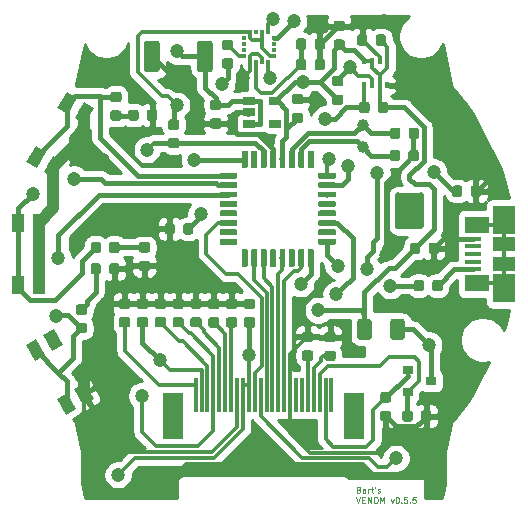
<source format=gbr>
G04 #@! TF.GenerationSoftware,KiCad,Pcbnew,5.1.4-1.fc30*
G04 #@! TF.CreationDate,2020-10-18T16:33:26+02:00*
G04 #@! TF.ProjectId,venom,76656e6f-6d2e-46b6-9963-61645f706362,rev?*
G04 #@! TF.SameCoordinates,Original*
G04 #@! TF.FileFunction,Copper,L1,Top*
G04 #@! TF.FilePolarity,Positive*
%FSLAX46Y46*%
G04 Gerber Fmt 4.6, Leading zero omitted, Abs format (unit mm)*
G04 Created by KiCad (PCBNEW 5.1.4-1.fc30) date 2020-10-18 16:33:26*
%MOMM*%
%LPD*%
G04 APERTURE LIST*
%ADD10C,0.125000*%
%ADD11C,1.000000*%
%ADD12R,0.350000X0.500000*%
%ADD13R,1.800000X4.000000*%
%ADD14R,0.300000X3.000000*%
%ADD15C,0.100000*%
%ADD16C,1.350000*%
%ADD17C,0.875000*%
%ADD18R,0.900000X0.800000*%
%ADD19R,1.000000X1.550000*%
%ADD20R,1.060000X0.650000*%
%ADD21R,1.380000X0.450000*%
%ADD22R,2.100000X1.475000*%
%ADD23R,1.900000X2.375000*%
%ADD24R,1.900000X1.175000*%
%ADD25C,0.500000*%
%ADD26C,2.410000*%
%ADD27C,1.250000*%
%ADD28R,0.450000X0.300000*%
%ADD29R,0.300000X0.450000*%
%ADD30C,1.200000*%
%ADD31C,0.400000*%
%ADD32C,1.000000*%
%ADD33C,0.300000*%
%ADD34C,0.250000*%
%ADD35C,0.254000*%
G04 APERTURE END LIST*
D10*
X167580476Y-138716785D02*
X167651904Y-138740595D01*
X167675714Y-138764404D01*
X167699523Y-138812023D01*
X167699523Y-138883452D01*
X167675714Y-138931071D01*
X167651904Y-138954880D01*
X167604285Y-138978690D01*
X167413809Y-138978690D01*
X167413809Y-138478690D01*
X167580476Y-138478690D01*
X167628095Y-138502500D01*
X167651904Y-138526309D01*
X167675714Y-138573928D01*
X167675714Y-138621547D01*
X167651904Y-138669166D01*
X167628095Y-138692976D01*
X167580476Y-138716785D01*
X167413809Y-138716785D01*
X168128095Y-138978690D02*
X168128095Y-138716785D01*
X168104285Y-138669166D01*
X168056666Y-138645357D01*
X167961428Y-138645357D01*
X167913809Y-138669166D01*
X168128095Y-138954880D02*
X168080476Y-138978690D01*
X167961428Y-138978690D01*
X167913809Y-138954880D01*
X167890000Y-138907261D01*
X167890000Y-138859642D01*
X167913809Y-138812023D01*
X167961428Y-138788214D01*
X168080476Y-138788214D01*
X168128095Y-138764404D01*
X168366190Y-138978690D02*
X168366190Y-138645357D01*
X168366190Y-138740595D02*
X168390000Y-138692976D01*
X168413809Y-138669166D01*
X168461428Y-138645357D01*
X168509047Y-138645357D01*
X168604285Y-138645357D02*
X168794761Y-138645357D01*
X168675714Y-138478690D02*
X168675714Y-138907261D01*
X168699523Y-138954880D01*
X168747142Y-138978690D01*
X168794761Y-138978690D01*
X168985238Y-138478690D02*
X168937619Y-138573928D01*
X169175714Y-138954880D02*
X169223333Y-138978690D01*
X169318571Y-138978690D01*
X169366190Y-138954880D01*
X169390000Y-138907261D01*
X169390000Y-138883452D01*
X169366190Y-138835833D01*
X169318571Y-138812023D01*
X169247142Y-138812023D01*
X169199523Y-138788214D01*
X169175714Y-138740595D01*
X169175714Y-138716785D01*
X169199523Y-138669166D01*
X169247142Y-138645357D01*
X169318571Y-138645357D01*
X169366190Y-138669166D01*
X167378095Y-139353690D02*
X167544761Y-139853690D01*
X167711428Y-139353690D01*
X167878095Y-139591785D02*
X168044761Y-139591785D01*
X168116190Y-139853690D02*
X167878095Y-139853690D01*
X167878095Y-139353690D01*
X168116190Y-139353690D01*
X168330476Y-139853690D02*
X168330476Y-139353690D01*
X168616190Y-139853690D01*
X168616190Y-139353690D01*
X168949523Y-139353690D02*
X169044761Y-139353690D01*
X169092380Y-139377500D01*
X169140000Y-139425119D01*
X169163809Y-139520357D01*
X169163809Y-139687023D01*
X169140000Y-139782261D01*
X169092380Y-139829880D01*
X169044761Y-139853690D01*
X168949523Y-139853690D01*
X168901904Y-139829880D01*
X168854285Y-139782261D01*
X168830476Y-139687023D01*
X168830476Y-139520357D01*
X168854285Y-139425119D01*
X168901904Y-139377500D01*
X168949523Y-139353690D01*
X169378095Y-139853690D02*
X169378095Y-139353690D01*
X169544761Y-139710833D01*
X169711428Y-139353690D01*
X169711428Y-139853690D01*
X170282857Y-139520357D02*
X170401904Y-139853690D01*
X170520952Y-139520357D01*
X170806666Y-139353690D02*
X170854285Y-139353690D01*
X170901904Y-139377500D01*
X170925714Y-139401309D01*
X170949523Y-139448928D01*
X170973333Y-139544166D01*
X170973333Y-139663214D01*
X170949523Y-139758452D01*
X170925714Y-139806071D01*
X170901904Y-139829880D01*
X170854285Y-139853690D01*
X170806666Y-139853690D01*
X170759047Y-139829880D01*
X170735238Y-139806071D01*
X170711428Y-139758452D01*
X170687619Y-139663214D01*
X170687619Y-139544166D01*
X170711428Y-139448928D01*
X170735238Y-139401309D01*
X170759047Y-139377500D01*
X170806666Y-139353690D01*
X171187619Y-139806071D02*
X171211428Y-139829880D01*
X171187619Y-139853690D01*
X171163809Y-139829880D01*
X171187619Y-139806071D01*
X171187619Y-139853690D01*
X171663809Y-139353690D02*
X171425714Y-139353690D01*
X171401904Y-139591785D01*
X171425714Y-139567976D01*
X171473333Y-139544166D01*
X171592380Y-139544166D01*
X171640000Y-139567976D01*
X171663809Y-139591785D01*
X171687619Y-139639404D01*
X171687619Y-139758452D01*
X171663809Y-139806071D01*
X171640000Y-139829880D01*
X171592380Y-139853690D01*
X171473333Y-139853690D01*
X171425714Y-139829880D01*
X171401904Y-139806071D01*
X171901904Y-139806071D02*
X171925714Y-139829880D01*
X171901904Y-139853690D01*
X171878095Y-139829880D01*
X171901904Y-139806071D01*
X171901904Y-139853690D01*
X172378095Y-139353690D02*
X172140000Y-139353690D01*
X172116190Y-139591785D01*
X172140000Y-139567976D01*
X172187619Y-139544166D01*
X172306666Y-139544166D01*
X172354285Y-139567976D01*
X172378095Y-139591785D01*
X172401904Y-139639404D01*
X172401904Y-139758452D01*
X172378095Y-139806071D01*
X172354285Y-139829880D01*
X172306666Y-139853690D01*
X172187619Y-139853690D01*
X172140000Y-139829880D01*
X172116190Y-139806071D01*
D11*
X167894000Y-109728000D03*
X167894000Y-107828000D03*
D12*
X168045000Y-104505000D03*
X168695000Y-104505000D03*
X169345000Y-104505000D03*
X169995000Y-104505000D03*
X169995000Y-102455000D03*
X169345000Y-102455000D03*
X168695000Y-102455000D03*
X168045000Y-102455000D03*
D13*
X167160000Y-132510000D03*
X151860000Y-132510000D03*
D14*
X153760000Y-130710000D03*
X154260000Y-130710000D03*
X154760000Y-130710000D03*
X155260000Y-130710000D03*
X155760000Y-130710000D03*
X156260000Y-130710000D03*
X156760000Y-130710000D03*
X157260000Y-130710000D03*
X157760000Y-130710000D03*
X158260000Y-130710000D03*
X158760000Y-130710000D03*
X159260000Y-130710000D03*
X159760000Y-130710000D03*
X160260000Y-130710000D03*
X160760000Y-130710000D03*
X161260000Y-130710000D03*
X161760000Y-130710000D03*
X162260000Y-130710000D03*
X162760000Y-130710000D03*
X163260000Y-130710000D03*
X163760000Y-130710000D03*
X164260000Y-130710000D03*
X164760000Y-130710000D03*
X165260000Y-130710000D03*
D11*
X141683622Y-126061683D03*
D15*
G36*
X140863109Y-125640513D02*
G01*
X141729135Y-125140513D01*
X142504135Y-126482853D01*
X141638109Y-126982853D01*
X140863109Y-125640513D01*
X140863109Y-125640513D01*
G37*
D11*
X144308622Y-130608317D03*
D15*
G36*
X143488109Y-130187147D02*
G01*
X144354135Y-129687147D01*
X145129135Y-131029487D01*
X144263109Y-131529487D01*
X143488109Y-130187147D01*
X143488109Y-130187147D01*
G37*
D11*
X142836378Y-131458317D03*
D15*
G36*
X142015865Y-131037147D02*
G01*
X142881891Y-130537147D01*
X143656891Y-131879487D01*
X142790865Y-132379487D01*
X142015865Y-131037147D01*
X142015865Y-131037147D01*
G37*
D11*
X140211378Y-126911683D03*
D15*
G36*
X139390865Y-126490513D02*
G01*
X140256891Y-125990513D01*
X141031891Y-127332853D01*
X140165865Y-127832853D01*
X139390865Y-126490513D01*
X139390865Y-126490513D01*
G37*
G36*
X154989505Y-100716204D02*
G01*
X155013773Y-100719804D01*
X155037572Y-100725765D01*
X155060671Y-100734030D01*
X155082850Y-100744520D01*
X155103893Y-100757132D01*
X155123599Y-100771747D01*
X155141777Y-100788223D01*
X155158253Y-100806401D01*
X155172868Y-100826107D01*
X155185480Y-100847150D01*
X155195970Y-100869329D01*
X155204235Y-100892428D01*
X155210196Y-100916227D01*
X155213796Y-100940495D01*
X155215000Y-100964999D01*
X155215000Y-103115001D01*
X155213796Y-103139505D01*
X155210196Y-103163773D01*
X155204235Y-103187572D01*
X155195970Y-103210671D01*
X155185480Y-103232850D01*
X155172868Y-103253893D01*
X155158253Y-103273599D01*
X155141777Y-103291777D01*
X155123599Y-103308253D01*
X155103893Y-103322868D01*
X155082850Y-103335480D01*
X155060671Y-103345970D01*
X155037572Y-103354235D01*
X155013773Y-103360196D01*
X154989505Y-103363796D01*
X154965001Y-103365000D01*
X154114999Y-103365000D01*
X154090495Y-103363796D01*
X154066227Y-103360196D01*
X154042428Y-103354235D01*
X154019329Y-103345970D01*
X153997150Y-103335480D01*
X153976107Y-103322868D01*
X153956401Y-103308253D01*
X153938223Y-103291777D01*
X153921747Y-103273599D01*
X153907132Y-103253893D01*
X153894520Y-103232850D01*
X153884030Y-103210671D01*
X153875765Y-103187572D01*
X153869804Y-103163773D01*
X153866204Y-103139505D01*
X153865000Y-103115001D01*
X153865000Y-100964999D01*
X153866204Y-100940495D01*
X153869804Y-100916227D01*
X153875765Y-100892428D01*
X153884030Y-100869329D01*
X153894520Y-100847150D01*
X153907132Y-100826107D01*
X153921747Y-100806401D01*
X153938223Y-100788223D01*
X153956401Y-100771747D01*
X153976107Y-100757132D01*
X153997150Y-100744520D01*
X154019329Y-100734030D01*
X154042428Y-100725765D01*
X154066227Y-100719804D01*
X154090495Y-100716204D01*
X154114999Y-100715000D01*
X154965001Y-100715000D01*
X154989505Y-100716204D01*
X154989505Y-100716204D01*
G37*
D16*
X154540000Y-102040000D03*
D15*
G36*
X150489505Y-100716204D02*
G01*
X150513773Y-100719804D01*
X150537572Y-100725765D01*
X150560671Y-100734030D01*
X150582850Y-100744520D01*
X150603893Y-100757132D01*
X150623599Y-100771747D01*
X150641777Y-100788223D01*
X150658253Y-100806401D01*
X150672868Y-100826107D01*
X150685480Y-100847150D01*
X150695970Y-100869329D01*
X150704235Y-100892428D01*
X150710196Y-100916227D01*
X150713796Y-100940495D01*
X150715000Y-100964999D01*
X150715000Y-103115001D01*
X150713796Y-103139505D01*
X150710196Y-103163773D01*
X150704235Y-103187572D01*
X150695970Y-103210671D01*
X150685480Y-103232850D01*
X150672868Y-103253893D01*
X150658253Y-103273599D01*
X150641777Y-103291777D01*
X150623599Y-103308253D01*
X150603893Y-103322868D01*
X150582850Y-103335480D01*
X150560671Y-103345970D01*
X150537572Y-103354235D01*
X150513773Y-103360196D01*
X150489505Y-103363796D01*
X150465001Y-103365000D01*
X149614999Y-103365000D01*
X149590495Y-103363796D01*
X149566227Y-103360196D01*
X149542428Y-103354235D01*
X149519329Y-103345970D01*
X149497150Y-103335480D01*
X149476107Y-103322868D01*
X149456401Y-103308253D01*
X149438223Y-103291777D01*
X149421747Y-103273599D01*
X149407132Y-103253893D01*
X149394520Y-103232850D01*
X149384030Y-103210671D01*
X149375765Y-103187572D01*
X149369804Y-103163773D01*
X149366204Y-103139505D01*
X149365000Y-103115001D01*
X149365000Y-100964999D01*
X149366204Y-100940495D01*
X149369804Y-100916227D01*
X149375765Y-100892428D01*
X149384030Y-100869329D01*
X149394520Y-100847150D01*
X149407132Y-100826107D01*
X149421747Y-100806401D01*
X149438223Y-100788223D01*
X149456401Y-100771747D01*
X149476107Y-100757132D01*
X149497150Y-100744520D01*
X149519329Y-100734030D01*
X149542428Y-100725765D01*
X149566227Y-100719804D01*
X149590495Y-100716204D01*
X149614999Y-100715000D01*
X150465001Y-100715000D01*
X150489505Y-100716204D01*
X150489505Y-100716204D01*
G37*
D16*
X150040000Y-102040000D03*
D15*
G36*
X168108691Y-100186053D02*
G01*
X168129926Y-100189203D01*
X168150750Y-100194419D01*
X168170962Y-100201651D01*
X168190368Y-100210830D01*
X168208781Y-100221866D01*
X168226024Y-100234654D01*
X168241930Y-100249070D01*
X168256346Y-100264976D01*
X168269134Y-100282219D01*
X168280170Y-100300632D01*
X168289349Y-100320038D01*
X168296581Y-100340250D01*
X168301797Y-100361074D01*
X168304947Y-100382309D01*
X168306000Y-100403750D01*
X168306000Y-100916250D01*
X168304947Y-100937691D01*
X168301797Y-100958926D01*
X168296581Y-100979750D01*
X168289349Y-100999962D01*
X168280170Y-101019368D01*
X168269134Y-101037781D01*
X168256346Y-101055024D01*
X168241930Y-101070930D01*
X168226024Y-101085346D01*
X168208781Y-101098134D01*
X168190368Y-101109170D01*
X168170962Y-101118349D01*
X168150750Y-101125581D01*
X168129926Y-101130797D01*
X168108691Y-101133947D01*
X168087250Y-101135000D01*
X167649750Y-101135000D01*
X167628309Y-101133947D01*
X167607074Y-101130797D01*
X167586250Y-101125581D01*
X167566038Y-101118349D01*
X167546632Y-101109170D01*
X167528219Y-101098134D01*
X167510976Y-101085346D01*
X167495070Y-101070930D01*
X167480654Y-101055024D01*
X167467866Y-101037781D01*
X167456830Y-101019368D01*
X167447651Y-100999962D01*
X167440419Y-100979750D01*
X167435203Y-100958926D01*
X167432053Y-100937691D01*
X167431000Y-100916250D01*
X167431000Y-100403750D01*
X167432053Y-100382309D01*
X167435203Y-100361074D01*
X167440419Y-100340250D01*
X167447651Y-100320038D01*
X167456830Y-100300632D01*
X167467866Y-100282219D01*
X167480654Y-100264976D01*
X167495070Y-100249070D01*
X167510976Y-100234654D01*
X167528219Y-100221866D01*
X167546632Y-100210830D01*
X167566038Y-100201651D01*
X167586250Y-100194419D01*
X167607074Y-100189203D01*
X167628309Y-100186053D01*
X167649750Y-100185000D01*
X168087250Y-100185000D01*
X168108691Y-100186053D01*
X168108691Y-100186053D01*
G37*
D17*
X167868500Y-100660000D03*
D15*
G36*
X169683691Y-100186053D02*
G01*
X169704926Y-100189203D01*
X169725750Y-100194419D01*
X169745962Y-100201651D01*
X169765368Y-100210830D01*
X169783781Y-100221866D01*
X169801024Y-100234654D01*
X169816930Y-100249070D01*
X169831346Y-100264976D01*
X169844134Y-100282219D01*
X169855170Y-100300632D01*
X169864349Y-100320038D01*
X169871581Y-100340250D01*
X169876797Y-100361074D01*
X169879947Y-100382309D01*
X169881000Y-100403750D01*
X169881000Y-100916250D01*
X169879947Y-100937691D01*
X169876797Y-100958926D01*
X169871581Y-100979750D01*
X169864349Y-100999962D01*
X169855170Y-101019368D01*
X169844134Y-101037781D01*
X169831346Y-101055024D01*
X169816930Y-101070930D01*
X169801024Y-101085346D01*
X169783781Y-101098134D01*
X169765368Y-101109170D01*
X169745962Y-101118349D01*
X169725750Y-101125581D01*
X169704926Y-101130797D01*
X169683691Y-101133947D01*
X169662250Y-101135000D01*
X169224750Y-101135000D01*
X169203309Y-101133947D01*
X169182074Y-101130797D01*
X169161250Y-101125581D01*
X169141038Y-101118349D01*
X169121632Y-101109170D01*
X169103219Y-101098134D01*
X169085976Y-101085346D01*
X169070070Y-101070930D01*
X169055654Y-101055024D01*
X169042866Y-101037781D01*
X169031830Y-101019368D01*
X169022651Y-100999962D01*
X169015419Y-100979750D01*
X169010203Y-100958926D01*
X169007053Y-100937691D01*
X169006000Y-100916250D01*
X169006000Y-100403750D01*
X169007053Y-100382309D01*
X169010203Y-100361074D01*
X169015419Y-100340250D01*
X169022651Y-100320038D01*
X169031830Y-100300632D01*
X169042866Y-100282219D01*
X169055654Y-100264976D01*
X169070070Y-100249070D01*
X169085976Y-100234654D01*
X169103219Y-100221866D01*
X169121632Y-100210830D01*
X169141038Y-100201651D01*
X169161250Y-100194419D01*
X169182074Y-100189203D01*
X169203309Y-100186053D01*
X169224750Y-100185000D01*
X169662250Y-100185000D01*
X169683691Y-100186053D01*
X169683691Y-100186053D01*
G37*
D17*
X169443500Y-100660000D03*
D15*
G36*
X166187691Y-100611053D02*
G01*
X166208926Y-100614203D01*
X166229750Y-100619419D01*
X166249962Y-100626651D01*
X166269368Y-100635830D01*
X166287781Y-100646866D01*
X166305024Y-100659654D01*
X166320930Y-100674070D01*
X166335346Y-100689976D01*
X166348134Y-100707219D01*
X166359170Y-100725632D01*
X166368349Y-100745038D01*
X166375581Y-100765250D01*
X166380797Y-100786074D01*
X166383947Y-100807309D01*
X166385000Y-100828750D01*
X166385000Y-101266250D01*
X166383947Y-101287691D01*
X166380797Y-101308926D01*
X166375581Y-101329750D01*
X166368349Y-101349962D01*
X166359170Y-101369368D01*
X166348134Y-101387781D01*
X166335346Y-101405024D01*
X166320930Y-101420930D01*
X166305024Y-101435346D01*
X166287781Y-101448134D01*
X166269368Y-101459170D01*
X166249962Y-101468349D01*
X166229750Y-101475581D01*
X166208926Y-101480797D01*
X166187691Y-101483947D01*
X166166250Y-101485000D01*
X165653750Y-101485000D01*
X165632309Y-101483947D01*
X165611074Y-101480797D01*
X165590250Y-101475581D01*
X165570038Y-101468349D01*
X165550632Y-101459170D01*
X165532219Y-101448134D01*
X165514976Y-101435346D01*
X165499070Y-101420930D01*
X165484654Y-101405024D01*
X165471866Y-101387781D01*
X165460830Y-101369368D01*
X165451651Y-101349962D01*
X165444419Y-101329750D01*
X165439203Y-101308926D01*
X165436053Y-101287691D01*
X165435000Y-101266250D01*
X165435000Y-100828750D01*
X165436053Y-100807309D01*
X165439203Y-100786074D01*
X165444419Y-100765250D01*
X165451651Y-100745038D01*
X165460830Y-100725632D01*
X165471866Y-100707219D01*
X165484654Y-100689976D01*
X165499070Y-100674070D01*
X165514976Y-100659654D01*
X165532219Y-100646866D01*
X165550632Y-100635830D01*
X165570038Y-100626651D01*
X165590250Y-100619419D01*
X165611074Y-100614203D01*
X165632309Y-100611053D01*
X165653750Y-100610000D01*
X166166250Y-100610000D01*
X166187691Y-100611053D01*
X166187691Y-100611053D01*
G37*
D17*
X165910000Y-101047500D03*
D15*
G36*
X166187691Y-99036053D02*
G01*
X166208926Y-99039203D01*
X166229750Y-99044419D01*
X166249962Y-99051651D01*
X166269368Y-99060830D01*
X166287781Y-99071866D01*
X166305024Y-99084654D01*
X166320930Y-99099070D01*
X166335346Y-99114976D01*
X166348134Y-99132219D01*
X166359170Y-99150632D01*
X166368349Y-99170038D01*
X166375581Y-99190250D01*
X166380797Y-99211074D01*
X166383947Y-99232309D01*
X166385000Y-99253750D01*
X166385000Y-99691250D01*
X166383947Y-99712691D01*
X166380797Y-99733926D01*
X166375581Y-99754750D01*
X166368349Y-99774962D01*
X166359170Y-99794368D01*
X166348134Y-99812781D01*
X166335346Y-99830024D01*
X166320930Y-99845930D01*
X166305024Y-99860346D01*
X166287781Y-99873134D01*
X166269368Y-99884170D01*
X166249962Y-99893349D01*
X166229750Y-99900581D01*
X166208926Y-99905797D01*
X166187691Y-99908947D01*
X166166250Y-99910000D01*
X165653750Y-99910000D01*
X165632309Y-99908947D01*
X165611074Y-99905797D01*
X165590250Y-99900581D01*
X165570038Y-99893349D01*
X165550632Y-99884170D01*
X165532219Y-99873134D01*
X165514976Y-99860346D01*
X165499070Y-99845930D01*
X165484654Y-99830024D01*
X165471866Y-99812781D01*
X165460830Y-99794368D01*
X165451651Y-99774962D01*
X165444419Y-99754750D01*
X165439203Y-99733926D01*
X165436053Y-99712691D01*
X165435000Y-99691250D01*
X165435000Y-99253750D01*
X165436053Y-99232309D01*
X165439203Y-99211074D01*
X165444419Y-99190250D01*
X165451651Y-99170038D01*
X165460830Y-99150632D01*
X165471866Y-99132219D01*
X165484654Y-99114976D01*
X165499070Y-99099070D01*
X165514976Y-99084654D01*
X165532219Y-99071866D01*
X165550632Y-99060830D01*
X165570038Y-99051651D01*
X165590250Y-99044419D01*
X165611074Y-99039203D01*
X165632309Y-99036053D01*
X165653750Y-99035000D01*
X166166250Y-99035000D01*
X166187691Y-99036053D01*
X166187691Y-99036053D01*
G37*
D17*
X165910000Y-99472500D03*
D15*
G36*
X170872691Y-109966053D02*
G01*
X170893926Y-109969203D01*
X170914750Y-109974419D01*
X170934962Y-109981651D01*
X170954368Y-109990830D01*
X170972781Y-110001866D01*
X170990024Y-110014654D01*
X171005930Y-110029070D01*
X171020346Y-110044976D01*
X171033134Y-110062219D01*
X171044170Y-110080632D01*
X171053349Y-110100038D01*
X171060581Y-110120250D01*
X171065797Y-110141074D01*
X171068947Y-110162309D01*
X171070000Y-110183750D01*
X171070000Y-110696250D01*
X171068947Y-110717691D01*
X171065797Y-110738926D01*
X171060581Y-110759750D01*
X171053349Y-110779962D01*
X171044170Y-110799368D01*
X171033134Y-110817781D01*
X171020346Y-110835024D01*
X171005930Y-110850930D01*
X170990024Y-110865346D01*
X170972781Y-110878134D01*
X170954368Y-110889170D01*
X170934962Y-110898349D01*
X170914750Y-110905581D01*
X170893926Y-110910797D01*
X170872691Y-110913947D01*
X170851250Y-110915000D01*
X170413750Y-110915000D01*
X170392309Y-110913947D01*
X170371074Y-110910797D01*
X170350250Y-110905581D01*
X170330038Y-110898349D01*
X170310632Y-110889170D01*
X170292219Y-110878134D01*
X170274976Y-110865346D01*
X170259070Y-110850930D01*
X170244654Y-110835024D01*
X170231866Y-110817781D01*
X170220830Y-110799368D01*
X170211651Y-110779962D01*
X170204419Y-110759750D01*
X170199203Y-110738926D01*
X170196053Y-110717691D01*
X170195000Y-110696250D01*
X170195000Y-110183750D01*
X170196053Y-110162309D01*
X170199203Y-110141074D01*
X170204419Y-110120250D01*
X170211651Y-110100038D01*
X170220830Y-110080632D01*
X170231866Y-110062219D01*
X170244654Y-110044976D01*
X170259070Y-110029070D01*
X170274976Y-110014654D01*
X170292219Y-110001866D01*
X170310632Y-109990830D01*
X170330038Y-109981651D01*
X170350250Y-109974419D01*
X170371074Y-109969203D01*
X170392309Y-109966053D01*
X170413750Y-109965000D01*
X170851250Y-109965000D01*
X170872691Y-109966053D01*
X170872691Y-109966053D01*
G37*
D17*
X170632500Y-110440000D03*
D15*
G36*
X172447691Y-109966053D02*
G01*
X172468926Y-109969203D01*
X172489750Y-109974419D01*
X172509962Y-109981651D01*
X172529368Y-109990830D01*
X172547781Y-110001866D01*
X172565024Y-110014654D01*
X172580930Y-110029070D01*
X172595346Y-110044976D01*
X172608134Y-110062219D01*
X172619170Y-110080632D01*
X172628349Y-110100038D01*
X172635581Y-110120250D01*
X172640797Y-110141074D01*
X172643947Y-110162309D01*
X172645000Y-110183750D01*
X172645000Y-110696250D01*
X172643947Y-110717691D01*
X172640797Y-110738926D01*
X172635581Y-110759750D01*
X172628349Y-110779962D01*
X172619170Y-110799368D01*
X172608134Y-110817781D01*
X172595346Y-110835024D01*
X172580930Y-110850930D01*
X172565024Y-110865346D01*
X172547781Y-110878134D01*
X172529368Y-110889170D01*
X172509962Y-110898349D01*
X172489750Y-110905581D01*
X172468926Y-110910797D01*
X172447691Y-110913947D01*
X172426250Y-110915000D01*
X171988750Y-110915000D01*
X171967309Y-110913947D01*
X171946074Y-110910797D01*
X171925250Y-110905581D01*
X171905038Y-110898349D01*
X171885632Y-110889170D01*
X171867219Y-110878134D01*
X171849976Y-110865346D01*
X171834070Y-110850930D01*
X171819654Y-110835024D01*
X171806866Y-110817781D01*
X171795830Y-110799368D01*
X171786651Y-110779962D01*
X171779419Y-110759750D01*
X171774203Y-110738926D01*
X171771053Y-110717691D01*
X171770000Y-110696250D01*
X171770000Y-110183750D01*
X171771053Y-110162309D01*
X171774203Y-110141074D01*
X171779419Y-110120250D01*
X171786651Y-110100038D01*
X171795830Y-110080632D01*
X171806866Y-110062219D01*
X171819654Y-110044976D01*
X171834070Y-110029070D01*
X171849976Y-110014654D01*
X171867219Y-110001866D01*
X171885632Y-109990830D01*
X171905038Y-109981651D01*
X171925250Y-109974419D01*
X171946074Y-109969203D01*
X171967309Y-109966053D01*
X171988750Y-109965000D01*
X172426250Y-109965000D01*
X172447691Y-109966053D01*
X172447691Y-109966053D01*
G37*
D17*
X172207500Y-110440000D03*
D15*
G36*
X172467691Y-108076053D02*
G01*
X172488926Y-108079203D01*
X172509750Y-108084419D01*
X172529962Y-108091651D01*
X172549368Y-108100830D01*
X172567781Y-108111866D01*
X172585024Y-108124654D01*
X172600930Y-108139070D01*
X172615346Y-108154976D01*
X172628134Y-108172219D01*
X172639170Y-108190632D01*
X172648349Y-108210038D01*
X172655581Y-108230250D01*
X172660797Y-108251074D01*
X172663947Y-108272309D01*
X172665000Y-108293750D01*
X172665000Y-108806250D01*
X172663947Y-108827691D01*
X172660797Y-108848926D01*
X172655581Y-108869750D01*
X172648349Y-108889962D01*
X172639170Y-108909368D01*
X172628134Y-108927781D01*
X172615346Y-108945024D01*
X172600930Y-108960930D01*
X172585024Y-108975346D01*
X172567781Y-108988134D01*
X172549368Y-108999170D01*
X172529962Y-109008349D01*
X172509750Y-109015581D01*
X172488926Y-109020797D01*
X172467691Y-109023947D01*
X172446250Y-109025000D01*
X172008750Y-109025000D01*
X171987309Y-109023947D01*
X171966074Y-109020797D01*
X171945250Y-109015581D01*
X171925038Y-109008349D01*
X171905632Y-108999170D01*
X171887219Y-108988134D01*
X171869976Y-108975346D01*
X171854070Y-108960930D01*
X171839654Y-108945024D01*
X171826866Y-108927781D01*
X171815830Y-108909368D01*
X171806651Y-108889962D01*
X171799419Y-108869750D01*
X171794203Y-108848926D01*
X171791053Y-108827691D01*
X171790000Y-108806250D01*
X171790000Y-108293750D01*
X171791053Y-108272309D01*
X171794203Y-108251074D01*
X171799419Y-108230250D01*
X171806651Y-108210038D01*
X171815830Y-108190632D01*
X171826866Y-108172219D01*
X171839654Y-108154976D01*
X171854070Y-108139070D01*
X171869976Y-108124654D01*
X171887219Y-108111866D01*
X171905632Y-108100830D01*
X171925038Y-108091651D01*
X171945250Y-108084419D01*
X171966074Y-108079203D01*
X171987309Y-108076053D01*
X172008750Y-108075000D01*
X172446250Y-108075000D01*
X172467691Y-108076053D01*
X172467691Y-108076053D01*
G37*
D17*
X172227500Y-108550000D03*
D15*
G36*
X170892691Y-108076053D02*
G01*
X170913926Y-108079203D01*
X170934750Y-108084419D01*
X170954962Y-108091651D01*
X170974368Y-108100830D01*
X170992781Y-108111866D01*
X171010024Y-108124654D01*
X171025930Y-108139070D01*
X171040346Y-108154976D01*
X171053134Y-108172219D01*
X171064170Y-108190632D01*
X171073349Y-108210038D01*
X171080581Y-108230250D01*
X171085797Y-108251074D01*
X171088947Y-108272309D01*
X171090000Y-108293750D01*
X171090000Y-108806250D01*
X171088947Y-108827691D01*
X171085797Y-108848926D01*
X171080581Y-108869750D01*
X171073349Y-108889962D01*
X171064170Y-108909368D01*
X171053134Y-108927781D01*
X171040346Y-108945024D01*
X171025930Y-108960930D01*
X171010024Y-108975346D01*
X170992781Y-108988134D01*
X170974368Y-108999170D01*
X170954962Y-109008349D01*
X170934750Y-109015581D01*
X170913926Y-109020797D01*
X170892691Y-109023947D01*
X170871250Y-109025000D01*
X170433750Y-109025000D01*
X170412309Y-109023947D01*
X170391074Y-109020797D01*
X170370250Y-109015581D01*
X170350038Y-109008349D01*
X170330632Y-108999170D01*
X170312219Y-108988134D01*
X170294976Y-108975346D01*
X170279070Y-108960930D01*
X170264654Y-108945024D01*
X170251866Y-108927781D01*
X170240830Y-108909368D01*
X170231651Y-108889962D01*
X170224419Y-108869750D01*
X170219203Y-108848926D01*
X170216053Y-108827691D01*
X170215000Y-108806250D01*
X170215000Y-108293750D01*
X170216053Y-108272309D01*
X170219203Y-108251074D01*
X170224419Y-108230250D01*
X170231651Y-108210038D01*
X170240830Y-108190632D01*
X170251866Y-108172219D01*
X170264654Y-108154976D01*
X170279070Y-108139070D01*
X170294976Y-108124654D01*
X170312219Y-108111866D01*
X170330632Y-108100830D01*
X170350038Y-108091651D01*
X170370250Y-108084419D01*
X170391074Y-108079203D01*
X170412309Y-108076053D01*
X170433750Y-108075000D01*
X170871250Y-108075000D01*
X170892691Y-108076053D01*
X170892691Y-108076053D01*
G37*
D17*
X170652500Y-108550000D03*
D15*
G36*
X174157691Y-117806053D02*
G01*
X174178926Y-117809203D01*
X174199750Y-117814419D01*
X174219962Y-117821651D01*
X174239368Y-117830830D01*
X174257781Y-117841866D01*
X174275024Y-117854654D01*
X174290930Y-117869070D01*
X174305346Y-117884976D01*
X174318134Y-117902219D01*
X174329170Y-117920632D01*
X174338349Y-117940038D01*
X174345581Y-117960250D01*
X174350797Y-117981074D01*
X174353947Y-118002309D01*
X174355000Y-118023750D01*
X174355000Y-118536250D01*
X174353947Y-118557691D01*
X174350797Y-118578926D01*
X174345581Y-118599750D01*
X174338349Y-118619962D01*
X174329170Y-118639368D01*
X174318134Y-118657781D01*
X174305346Y-118675024D01*
X174290930Y-118690930D01*
X174275024Y-118705346D01*
X174257781Y-118718134D01*
X174239368Y-118729170D01*
X174219962Y-118738349D01*
X174199750Y-118745581D01*
X174178926Y-118750797D01*
X174157691Y-118753947D01*
X174136250Y-118755000D01*
X173698750Y-118755000D01*
X173677309Y-118753947D01*
X173656074Y-118750797D01*
X173635250Y-118745581D01*
X173615038Y-118738349D01*
X173595632Y-118729170D01*
X173577219Y-118718134D01*
X173559976Y-118705346D01*
X173544070Y-118690930D01*
X173529654Y-118675024D01*
X173516866Y-118657781D01*
X173505830Y-118639368D01*
X173496651Y-118619962D01*
X173489419Y-118599750D01*
X173484203Y-118578926D01*
X173481053Y-118557691D01*
X173480000Y-118536250D01*
X173480000Y-118023750D01*
X173481053Y-118002309D01*
X173484203Y-117981074D01*
X173489419Y-117960250D01*
X173496651Y-117940038D01*
X173505830Y-117920632D01*
X173516866Y-117902219D01*
X173529654Y-117884976D01*
X173544070Y-117869070D01*
X173559976Y-117854654D01*
X173577219Y-117841866D01*
X173595632Y-117830830D01*
X173615038Y-117821651D01*
X173635250Y-117814419D01*
X173656074Y-117809203D01*
X173677309Y-117806053D01*
X173698750Y-117805000D01*
X174136250Y-117805000D01*
X174157691Y-117806053D01*
X174157691Y-117806053D01*
G37*
D17*
X173917500Y-118280000D03*
D15*
G36*
X172582691Y-117806053D02*
G01*
X172603926Y-117809203D01*
X172624750Y-117814419D01*
X172644962Y-117821651D01*
X172664368Y-117830830D01*
X172682781Y-117841866D01*
X172700024Y-117854654D01*
X172715930Y-117869070D01*
X172730346Y-117884976D01*
X172743134Y-117902219D01*
X172754170Y-117920632D01*
X172763349Y-117940038D01*
X172770581Y-117960250D01*
X172775797Y-117981074D01*
X172778947Y-118002309D01*
X172780000Y-118023750D01*
X172780000Y-118536250D01*
X172778947Y-118557691D01*
X172775797Y-118578926D01*
X172770581Y-118599750D01*
X172763349Y-118619962D01*
X172754170Y-118639368D01*
X172743134Y-118657781D01*
X172730346Y-118675024D01*
X172715930Y-118690930D01*
X172700024Y-118705346D01*
X172682781Y-118718134D01*
X172664368Y-118729170D01*
X172644962Y-118738349D01*
X172624750Y-118745581D01*
X172603926Y-118750797D01*
X172582691Y-118753947D01*
X172561250Y-118755000D01*
X172123750Y-118755000D01*
X172102309Y-118753947D01*
X172081074Y-118750797D01*
X172060250Y-118745581D01*
X172040038Y-118738349D01*
X172020632Y-118729170D01*
X172002219Y-118718134D01*
X171984976Y-118705346D01*
X171969070Y-118690930D01*
X171954654Y-118675024D01*
X171941866Y-118657781D01*
X171930830Y-118639368D01*
X171921651Y-118619962D01*
X171914419Y-118599750D01*
X171909203Y-118578926D01*
X171906053Y-118557691D01*
X171905000Y-118536250D01*
X171905000Y-118023750D01*
X171906053Y-118002309D01*
X171909203Y-117981074D01*
X171914419Y-117960250D01*
X171921651Y-117940038D01*
X171930830Y-117920632D01*
X171941866Y-117902219D01*
X171954654Y-117884976D01*
X171969070Y-117869070D01*
X171984976Y-117854654D01*
X172002219Y-117841866D01*
X172020632Y-117830830D01*
X172040038Y-117821651D01*
X172060250Y-117814419D01*
X172081074Y-117809203D01*
X172102309Y-117806053D01*
X172123750Y-117805000D01*
X172561250Y-117805000D01*
X172582691Y-117806053D01*
X172582691Y-117806053D01*
G37*
D17*
X172342500Y-118280000D03*
D15*
G36*
X165417691Y-126951053D02*
G01*
X165438926Y-126954203D01*
X165459750Y-126959419D01*
X165479962Y-126966651D01*
X165499368Y-126975830D01*
X165517781Y-126986866D01*
X165535024Y-126999654D01*
X165550930Y-127014070D01*
X165565346Y-127029976D01*
X165578134Y-127047219D01*
X165589170Y-127065632D01*
X165598349Y-127085038D01*
X165605581Y-127105250D01*
X165610797Y-127126074D01*
X165613947Y-127147309D01*
X165615000Y-127168750D01*
X165615000Y-127606250D01*
X165613947Y-127627691D01*
X165610797Y-127648926D01*
X165605581Y-127669750D01*
X165598349Y-127689962D01*
X165589170Y-127709368D01*
X165578134Y-127727781D01*
X165565346Y-127745024D01*
X165550930Y-127760930D01*
X165535024Y-127775346D01*
X165517781Y-127788134D01*
X165499368Y-127799170D01*
X165479962Y-127808349D01*
X165459750Y-127815581D01*
X165438926Y-127820797D01*
X165417691Y-127823947D01*
X165396250Y-127825000D01*
X164883750Y-127825000D01*
X164862309Y-127823947D01*
X164841074Y-127820797D01*
X164820250Y-127815581D01*
X164800038Y-127808349D01*
X164780632Y-127799170D01*
X164762219Y-127788134D01*
X164744976Y-127775346D01*
X164729070Y-127760930D01*
X164714654Y-127745024D01*
X164701866Y-127727781D01*
X164690830Y-127709368D01*
X164681651Y-127689962D01*
X164674419Y-127669750D01*
X164669203Y-127648926D01*
X164666053Y-127627691D01*
X164665000Y-127606250D01*
X164665000Y-127168750D01*
X164666053Y-127147309D01*
X164669203Y-127126074D01*
X164674419Y-127105250D01*
X164681651Y-127085038D01*
X164690830Y-127065632D01*
X164701866Y-127047219D01*
X164714654Y-127029976D01*
X164729070Y-127014070D01*
X164744976Y-126999654D01*
X164762219Y-126986866D01*
X164780632Y-126975830D01*
X164800038Y-126966651D01*
X164820250Y-126959419D01*
X164841074Y-126954203D01*
X164862309Y-126951053D01*
X164883750Y-126950000D01*
X165396250Y-126950000D01*
X165417691Y-126951053D01*
X165417691Y-126951053D01*
G37*
D17*
X165140000Y-127387500D03*
D15*
G36*
X165417691Y-125376053D02*
G01*
X165438926Y-125379203D01*
X165459750Y-125384419D01*
X165479962Y-125391651D01*
X165499368Y-125400830D01*
X165517781Y-125411866D01*
X165535024Y-125424654D01*
X165550930Y-125439070D01*
X165565346Y-125454976D01*
X165578134Y-125472219D01*
X165589170Y-125490632D01*
X165598349Y-125510038D01*
X165605581Y-125530250D01*
X165610797Y-125551074D01*
X165613947Y-125572309D01*
X165615000Y-125593750D01*
X165615000Y-126031250D01*
X165613947Y-126052691D01*
X165610797Y-126073926D01*
X165605581Y-126094750D01*
X165598349Y-126114962D01*
X165589170Y-126134368D01*
X165578134Y-126152781D01*
X165565346Y-126170024D01*
X165550930Y-126185930D01*
X165535024Y-126200346D01*
X165517781Y-126213134D01*
X165499368Y-126224170D01*
X165479962Y-126233349D01*
X165459750Y-126240581D01*
X165438926Y-126245797D01*
X165417691Y-126248947D01*
X165396250Y-126250000D01*
X164883750Y-126250000D01*
X164862309Y-126248947D01*
X164841074Y-126245797D01*
X164820250Y-126240581D01*
X164800038Y-126233349D01*
X164780632Y-126224170D01*
X164762219Y-126213134D01*
X164744976Y-126200346D01*
X164729070Y-126185930D01*
X164714654Y-126170024D01*
X164701866Y-126152781D01*
X164690830Y-126134368D01*
X164681651Y-126114962D01*
X164674419Y-126094750D01*
X164669203Y-126073926D01*
X164666053Y-126052691D01*
X164665000Y-126031250D01*
X164665000Y-125593750D01*
X164666053Y-125572309D01*
X164669203Y-125551074D01*
X164674419Y-125530250D01*
X164681651Y-125510038D01*
X164690830Y-125490632D01*
X164701866Y-125472219D01*
X164714654Y-125454976D01*
X164729070Y-125439070D01*
X164744976Y-125424654D01*
X164762219Y-125411866D01*
X164780632Y-125400830D01*
X164800038Y-125391651D01*
X164820250Y-125384419D01*
X164841074Y-125379203D01*
X164862309Y-125376053D01*
X164883750Y-125375000D01*
X165396250Y-125375000D01*
X165417691Y-125376053D01*
X165417691Y-125376053D01*
G37*
D17*
X165140000Y-125812500D03*
D15*
G36*
X163507691Y-126931053D02*
G01*
X163528926Y-126934203D01*
X163549750Y-126939419D01*
X163569962Y-126946651D01*
X163589368Y-126955830D01*
X163607781Y-126966866D01*
X163625024Y-126979654D01*
X163640930Y-126994070D01*
X163655346Y-127009976D01*
X163668134Y-127027219D01*
X163679170Y-127045632D01*
X163688349Y-127065038D01*
X163695581Y-127085250D01*
X163700797Y-127106074D01*
X163703947Y-127127309D01*
X163705000Y-127148750D01*
X163705000Y-127586250D01*
X163703947Y-127607691D01*
X163700797Y-127628926D01*
X163695581Y-127649750D01*
X163688349Y-127669962D01*
X163679170Y-127689368D01*
X163668134Y-127707781D01*
X163655346Y-127725024D01*
X163640930Y-127740930D01*
X163625024Y-127755346D01*
X163607781Y-127768134D01*
X163589368Y-127779170D01*
X163569962Y-127788349D01*
X163549750Y-127795581D01*
X163528926Y-127800797D01*
X163507691Y-127803947D01*
X163486250Y-127805000D01*
X162973750Y-127805000D01*
X162952309Y-127803947D01*
X162931074Y-127800797D01*
X162910250Y-127795581D01*
X162890038Y-127788349D01*
X162870632Y-127779170D01*
X162852219Y-127768134D01*
X162834976Y-127755346D01*
X162819070Y-127740930D01*
X162804654Y-127725024D01*
X162791866Y-127707781D01*
X162780830Y-127689368D01*
X162771651Y-127669962D01*
X162764419Y-127649750D01*
X162759203Y-127628926D01*
X162756053Y-127607691D01*
X162755000Y-127586250D01*
X162755000Y-127148750D01*
X162756053Y-127127309D01*
X162759203Y-127106074D01*
X162764419Y-127085250D01*
X162771651Y-127065038D01*
X162780830Y-127045632D01*
X162791866Y-127027219D01*
X162804654Y-127009976D01*
X162819070Y-126994070D01*
X162834976Y-126979654D01*
X162852219Y-126966866D01*
X162870632Y-126955830D01*
X162890038Y-126946651D01*
X162910250Y-126939419D01*
X162931074Y-126934203D01*
X162952309Y-126931053D01*
X162973750Y-126930000D01*
X163486250Y-126930000D01*
X163507691Y-126931053D01*
X163507691Y-126931053D01*
G37*
D17*
X163230000Y-127367500D03*
D15*
G36*
X163507691Y-125356053D02*
G01*
X163528926Y-125359203D01*
X163549750Y-125364419D01*
X163569962Y-125371651D01*
X163589368Y-125380830D01*
X163607781Y-125391866D01*
X163625024Y-125404654D01*
X163640930Y-125419070D01*
X163655346Y-125434976D01*
X163668134Y-125452219D01*
X163679170Y-125470632D01*
X163688349Y-125490038D01*
X163695581Y-125510250D01*
X163700797Y-125531074D01*
X163703947Y-125552309D01*
X163705000Y-125573750D01*
X163705000Y-126011250D01*
X163703947Y-126032691D01*
X163700797Y-126053926D01*
X163695581Y-126074750D01*
X163688349Y-126094962D01*
X163679170Y-126114368D01*
X163668134Y-126132781D01*
X163655346Y-126150024D01*
X163640930Y-126165930D01*
X163625024Y-126180346D01*
X163607781Y-126193134D01*
X163589368Y-126204170D01*
X163569962Y-126213349D01*
X163549750Y-126220581D01*
X163528926Y-126225797D01*
X163507691Y-126228947D01*
X163486250Y-126230000D01*
X162973750Y-126230000D01*
X162952309Y-126228947D01*
X162931074Y-126225797D01*
X162910250Y-126220581D01*
X162890038Y-126213349D01*
X162870632Y-126204170D01*
X162852219Y-126193134D01*
X162834976Y-126180346D01*
X162819070Y-126165930D01*
X162804654Y-126150024D01*
X162791866Y-126132781D01*
X162780830Y-126114368D01*
X162771651Y-126094962D01*
X162764419Y-126074750D01*
X162759203Y-126053926D01*
X162756053Y-126032691D01*
X162755000Y-126011250D01*
X162755000Y-125573750D01*
X162756053Y-125552309D01*
X162759203Y-125531074D01*
X162764419Y-125510250D01*
X162771651Y-125490038D01*
X162780830Y-125470632D01*
X162791866Y-125452219D01*
X162804654Y-125434976D01*
X162819070Y-125419070D01*
X162834976Y-125404654D01*
X162852219Y-125391866D01*
X162870632Y-125380830D01*
X162890038Y-125371651D01*
X162910250Y-125364419D01*
X162931074Y-125359203D01*
X162952309Y-125356053D01*
X162973750Y-125355000D01*
X163486250Y-125355000D01*
X163507691Y-125356053D01*
X163507691Y-125356053D01*
G37*
D17*
X163230000Y-125792500D03*
D15*
G36*
X158597691Y-122556053D02*
G01*
X158618926Y-122559203D01*
X158639750Y-122564419D01*
X158659962Y-122571651D01*
X158679368Y-122580830D01*
X158697781Y-122591866D01*
X158715024Y-122604654D01*
X158730930Y-122619070D01*
X158745346Y-122634976D01*
X158758134Y-122652219D01*
X158769170Y-122670632D01*
X158778349Y-122690038D01*
X158785581Y-122710250D01*
X158790797Y-122731074D01*
X158793947Y-122752309D01*
X158795000Y-122773750D01*
X158795000Y-123211250D01*
X158793947Y-123232691D01*
X158790797Y-123253926D01*
X158785581Y-123274750D01*
X158778349Y-123294962D01*
X158769170Y-123314368D01*
X158758134Y-123332781D01*
X158745346Y-123350024D01*
X158730930Y-123365930D01*
X158715024Y-123380346D01*
X158697781Y-123393134D01*
X158679368Y-123404170D01*
X158659962Y-123413349D01*
X158639750Y-123420581D01*
X158618926Y-123425797D01*
X158597691Y-123428947D01*
X158576250Y-123430000D01*
X158063750Y-123430000D01*
X158042309Y-123428947D01*
X158021074Y-123425797D01*
X158000250Y-123420581D01*
X157980038Y-123413349D01*
X157960632Y-123404170D01*
X157942219Y-123393134D01*
X157924976Y-123380346D01*
X157909070Y-123365930D01*
X157894654Y-123350024D01*
X157881866Y-123332781D01*
X157870830Y-123314368D01*
X157861651Y-123294962D01*
X157854419Y-123274750D01*
X157849203Y-123253926D01*
X157846053Y-123232691D01*
X157845000Y-123211250D01*
X157845000Y-122773750D01*
X157846053Y-122752309D01*
X157849203Y-122731074D01*
X157854419Y-122710250D01*
X157861651Y-122690038D01*
X157870830Y-122670632D01*
X157881866Y-122652219D01*
X157894654Y-122634976D01*
X157909070Y-122619070D01*
X157924976Y-122604654D01*
X157942219Y-122591866D01*
X157960632Y-122580830D01*
X157980038Y-122571651D01*
X158000250Y-122564419D01*
X158021074Y-122559203D01*
X158042309Y-122556053D01*
X158063750Y-122555000D01*
X158576250Y-122555000D01*
X158597691Y-122556053D01*
X158597691Y-122556053D01*
G37*
D17*
X158320000Y-122992500D03*
D15*
G36*
X158597691Y-124131053D02*
G01*
X158618926Y-124134203D01*
X158639750Y-124139419D01*
X158659962Y-124146651D01*
X158679368Y-124155830D01*
X158697781Y-124166866D01*
X158715024Y-124179654D01*
X158730930Y-124194070D01*
X158745346Y-124209976D01*
X158758134Y-124227219D01*
X158769170Y-124245632D01*
X158778349Y-124265038D01*
X158785581Y-124285250D01*
X158790797Y-124306074D01*
X158793947Y-124327309D01*
X158795000Y-124348750D01*
X158795000Y-124786250D01*
X158793947Y-124807691D01*
X158790797Y-124828926D01*
X158785581Y-124849750D01*
X158778349Y-124869962D01*
X158769170Y-124889368D01*
X158758134Y-124907781D01*
X158745346Y-124925024D01*
X158730930Y-124940930D01*
X158715024Y-124955346D01*
X158697781Y-124968134D01*
X158679368Y-124979170D01*
X158659962Y-124988349D01*
X158639750Y-124995581D01*
X158618926Y-125000797D01*
X158597691Y-125003947D01*
X158576250Y-125005000D01*
X158063750Y-125005000D01*
X158042309Y-125003947D01*
X158021074Y-125000797D01*
X158000250Y-124995581D01*
X157980038Y-124988349D01*
X157960632Y-124979170D01*
X157942219Y-124968134D01*
X157924976Y-124955346D01*
X157909070Y-124940930D01*
X157894654Y-124925024D01*
X157881866Y-124907781D01*
X157870830Y-124889368D01*
X157861651Y-124869962D01*
X157854419Y-124849750D01*
X157849203Y-124828926D01*
X157846053Y-124807691D01*
X157845000Y-124786250D01*
X157845000Y-124348750D01*
X157846053Y-124327309D01*
X157849203Y-124306074D01*
X157854419Y-124285250D01*
X157861651Y-124265038D01*
X157870830Y-124245632D01*
X157881866Y-124227219D01*
X157894654Y-124209976D01*
X157909070Y-124194070D01*
X157924976Y-124179654D01*
X157942219Y-124166866D01*
X157960632Y-124155830D01*
X157980038Y-124146651D01*
X158000250Y-124139419D01*
X158021074Y-124134203D01*
X158042309Y-124131053D01*
X158063750Y-124130000D01*
X158576250Y-124130000D01*
X158597691Y-124131053D01*
X158597691Y-124131053D01*
G37*
D17*
X158320000Y-124567500D03*
D15*
G36*
X157087691Y-122556053D02*
G01*
X157108926Y-122559203D01*
X157129750Y-122564419D01*
X157149962Y-122571651D01*
X157169368Y-122580830D01*
X157187781Y-122591866D01*
X157205024Y-122604654D01*
X157220930Y-122619070D01*
X157235346Y-122634976D01*
X157248134Y-122652219D01*
X157259170Y-122670632D01*
X157268349Y-122690038D01*
X157275581Y-122710250D01*
X157280797Y-122731074D01*
X157283947Y-122752309D01*
X157285000Y-122773750D01*
X157285000Y-123211250D01*
X157283947Y-123232691D01*
X157280797Y-123253926D01*
X157275581Y-123274750D01*
X157268349Y-123294962D01*
X157259170Y-123314368D01*
X157248134Y-123332781D01*
X157235346Y-123350024D01*
X157220930Y-123365930D01*
X157205024Y-123380346D01*
X157187781Y-123393134D01*
X157169368Y-123404170D01*
X157149962Y-123413349D01*
X157129750Y-123420581D01*
X157108926Y-123425797D01*
X157087691Y-123428947D01*
X157066250Y-123430000D01*
X156553750Y-123430000D01*
X156532309Y-123428947D01*
X156511074Y-123425797D01*
X156490250Y-123420581D01*
X156470038Y-123413349D01*
X156450632Y-123404170D01*
X156432219Y-123393134D01*
X156414976Y-123380346D01*
X156399070Y-123365930D01*
X156384654Y-123350024D01*
X156371866Y-123332781D01*
X156360830Y-123314368D01*
X156351651Y-123294962D01*
X156344419Y-123274750D01*
X156339203Y-123253926D01*
X156336053Y-123232691D01*
X156335000Y-123211250D01*
X156335000Y-122773750D01*
X156336053Y-122752309D01*
X156339203Y-122731074D01*
X156344419Y-122710250D01*
X156351651Y-122690038D01*
X156360830Y-122670632D01*
X156371866Y-122652219D01*
X156384654Y-122634976D01*
X156399070Y-122619070D01*
X156414976Y-122604654D01*
X156432219Y-122591866D01*
X156450632Y-122580830D01*
X156470038Y-122571651D01*
X156490250Y-122564419D01*
X156511074Y-122559203D01*
X156532309Y-122556053D01*
X156553750Y-122555000D01*
X157066250Y-122555000D01*
X157087691Y-122556053D01*
X157087691Y-122556053D01*
G37*
D17*
X156810000Y-122992500D03*
D15*
G36*
X157087691Y-124131053D02*
G01*
X157108926Y-124134203D01*
X157129750Y-124139419D01*
X157149962Y-124146651D01*
X157169368Y-124155830D01*
X157187781Y-124166866D01*
X157205024Y-124179654D01*
X157220930Y-124194070D01*
X157235346Y-124209976D01*
X157248134Y-124227219D01*
X157259170Y-124245632D01*
X157268349Y-124265038D01*
X157275581Y-124285250D01*
X157280797Y-124306074D01*
X157283947Y-124327309D01*
X157285000Y-124348750D01*
X157285000Y-124786250D01*
X157283947Y-124807691D01*
X157280797Y-124828926D01*
X157275581Y-124849750D01*
X157268349Y-124869962D01*
X157259170Y-124889368D01*
X157248134Y-124907781D01*
X157235346Y-124925024D01*
X157220930Y-124940930D01*
X157205024Y-124955346D01*
X157187781Y-124968134D01*
X157169368Y-124979170D01*
X157149962Y-124988349D01*
X157129750Y-124995581D01*
X157108926Y-125000797D01*
X157087691Y-125003947D01*
X157066250Y-125005000D01*
X156553750Y-125005000D01*
X156532309Y-125003947D01*
X156511074Y-125000797D01*
X156490250Y-124995581D01*
X156470038Y-124988349D01*
X156450632Y-124979170D01*
X156432219Y-124968134D01*
X156414976Y-124955346D01*
X156399070Y-124940930D01*
X156384654Y-124925024D01*
X156371866Y-124907781D01*
X156360830Y-124889368D01*
X156351651Y-124869962D01*
X156344419Y-124849750D01*
X156339203Y-124828926D01*
X156336053Y-124807691D01*
X156335000Y-124786250D01*
X156335000Y-124348750D01*
X156336053Y-124327309D01*
X156339203Y-124306074D01*
X156344419Y-124285250D01*
X156351651Y-124265038D01*
X156360830Y-124245632D01*
X156371866Y-124227219D01*
X156384654Y-124209976D01*
X156399070Y-124194070D01*
X156414976Y-124179654D01*
X156432219Y-124166866D01*
X156450632Y-124155830D01*
X156470038Y-124146651D01*
X156490250Y-124139419D01*
X156511074Y-124134203D01*
X156532309Y-124131053D01*
X156553750Y-124130000D01*
X157066250Y-124130000D01*
X157087691Y-124131053D01*
X157087691Y-124131053D01*
G37*
D17*
X156810000Y-124567500D03*
D15*
G36*
X155577691Y-124131053D02*
G01*
X155598926Y-124134203D01*
X155619750Y-124139419D01*
X155639962Y-124146651D01*
X155659368Y-124155830D01*
X155677781Y-124166866D01*
X155695024Y-124179654D01*
X155710930Y-124194070D01*
X155725346Y-124209976D01*
X155738134Y-124227219D01*
X155749170Y-124245632D01*
X155758349Y-124265038D01*
X155765581Y-124285250D01*
X155770797Y-124306074D01*
X155773947Y-124327309D01*
X155775000Y-124348750D01*
X155775000Y-124786250D01*
X155773947Y-124807691D01*
X155770797Y-124828926D01*
X155765581Y-124849750D01*
X155758349Y-124869962D01*
X155749170Y-124889368D01*
X155738134Y-124907781D01*
X155725346Y-124925024D01*
X155710930Y-124940930D01*
X155695024Y-124955346D01*
X155677781Y-124968134D01*
X155659368Y-124979170D01*
X155639962Y-124988349D01*
X155619750Y-124995581D01*
X155598926Y-125000797D01*
X155577691Y-125003947D01*
X155556250Y-125005000D01*
X155043750Y-125005000D01*
X155022309Y-125003947D01*
X155001074Y-125000797D01*
X154980250Y-124995581D01*
X154960038Y-124988349D01*
X154940632Y-124979170D01*
X154922219Y-124968134D01*
X154904976Y-124955346D01*
X154889070Y-124940930D01*
X154874654Y-124925024D01*
X154861866Y-124907781D01*
X154850830Y-124889368D01*
X154841651Y-124869962D01*
X154834419Y-124849750D01*
X154829203Y-124828926D01*
X154826053Y-124807691D01*
X154825000Y-124786250D01*
X154825000Y-124348750D01*
X154826053Y-124327309D01*
X154829203Y-124306074D01*
X154834419Y-124285250D01*
X154841651Y-124265038D01*
X154850830Y-124245632D01*
X154861866Y-124227219D01*
X154874654Y-124209976D01*
X154889070Y-124194070D01*
X154904976Y-124179654D01*
X154922219Y-124166866D01*
X154940632Y-124155830D01*
X154960038Y-124146651D01*
X154980250Y-124139419D01*
X155001074Y-124134203D01*
X155022309Y-124131053D01*
X155043750Y-124130000D01*
X155556250Y-124130000D01*
X155577691Y-124131053D01*
X155577691Y-124131053D01*
G37*
D17*
X155300000Y-124567500D03*
D15*
G36*
X155577691Y-122556053D02*
G01*
X155598926Y-122559203D01*
X155619750Y-122564419D01*
X155639962Y-122571651D01*
X155659368Y-122580830D01*
X155677781Y-122591866D01*
X155695024Y-122604654D01*
X155710930Y-122619070D01*
X155725346Y-122634976D01*
X155738134Y-122652219D01*
X155749170Y-122670632D01*
X155758349Y-122690038D01*
X155765581Y-122710250D01*
X155770797Y-122731074D01*
X155773947Y-122752309D01*
X155775000Y-122773750D01*
X155775000Y-123211250D01*
X155773947Y-123232691D01*
X155770797Y-123253926D01*
X155765581Y-123274750D01*
X155758349Y-123294962D01*
X155749170Y-123314368D01*
X155738134Y-123332781D01*
X155725346Y-123350024D01*
X155710930Y-123365930D01*
X155695024Y-123380346D01*
X155677781Y-123393134D01*
X155659368Y-123404170D01*
X155639962Y-123413349D01*
X155619750Y-123420581D01*
X155598926Y-123425797D01*
X155577691Y-123428947D01*
X155556250Y-123430000D01*
X155043750Y-123430000D01*
X155022309Y-123428947D01*
X155001074Y-123425797D01*
X154980250Y-123420581D01*
X154960038Y-123413349D01*
X154940632Y-123404170D01*
X154922219Y-123393134D01*
X154904976Y-123380346D01*
X154889070Y-123365930D01*
X154874654Y-123350024D01*
X154861866Y-123332781D01*
X154850830Y-123314368D01*
X154841651Y-123294962D01*
X154834419Y-123274750D01*
X154829203Y-123253926D01*
X154826053Y-123232691D01*
X154825000Y-123211250D01*
X154825000Y-122773750D01*
X154826053Y-122752309D01*
X154829203Y-122731074D01*
X154834419Y-122710250D01*
X154841651Y-122690038D01*
X154850830Y-122670632D01*
X154861866Y-122652219D01*
X154874654Y-122634976D01*
X154889070Y-122619070D01*
X154904976Y-122604654D01*
X154922219Y-122591866D01*
X154940632Y-122580830D01*
X154960038Y-122571651D01*
X154980250Y-122564419D01*
X155001074Y-122559203D01*
X155022309Y-122556053D01*
X155043750Y-122555000D01*
X155556250Y-122555000D01*
X155577691Y-122556053D01*
X155577691Y-122556053D01*
G37*
D17*
X155300000Y-122992500D03*
D15*
G36*
X154067691Y-124121053D02*
G01*
X154088926Y-124124203D01*
X154109750Y-124129419D01*
X154129962Y-124136651D01*
X154149368Y-124145830D01*
X154167781Y-124156866D01*
X154185024Y-124169654D01*
X154200930Y-124184070D01*
X154215346Y-124199976D01*
X154228134Y-124217219D01*
X154239170Y-124235632D01*
X154248349Y-124255038D01*
X154255581Y-124275250D01*
X154260797Y-124296074D01*
X154263947Y-124317309D01*
X154265000Y-124338750D01*
X154265000Y-124776250D01*
X154263947Y-124797691D01*
X154260797Y-124818926D01*
X154255581Y-124839750D01*
X154248349Y-124859962D01*
X154239170Y-124879368D01*
X154228134Y-124897781D01*
X154215346Y-124915024D01*
X154200930Y-124930930D01*
X154185024Y-124945346D01*
X154167781Y-124958134D01*
X154149368Y-124969170D01*
X154129962Y-124978349D01*
X154109750Y-124985581D01*
X154088926Y-124990797D01*
X154067691Y-124993947D01*
X154046250Y-124995000D01*
X153533750Y-124995000D01*
X153512309Y-124993947D01*
X153491074Y-124990797D01*
X153470250Y-124985581D01*
X153450038Y-124978349D01*
X153430632Y-124969170D01*
X153412219Y-124958134D01*
X153394976Y-124945346D01*
X153379070Y-124930930D01*
X153364654Y-124915024D01*
X153351866Y-124897781D01*
X153340830Y-124879368D01*
X153331651Y-124859962D01*
X153324419Y-124839750D01*
X153319203Y-124818926D01*
X153316053Y-124797691D01*
X153315000Y-124776250D01*
X153315000Y-124338750D01*
X153316053Y-124317309D01*
X153319203Y-124296074D01*
X153324419Y-124275250D01*
X153331651Y-124255038D01*
X153340830Y-124235632D01*
X153351866Y-124217219D01*
X153364654Y-124199976D01*
X153379070Y-124184070D01*
X153394976Y-124169654D01*
X153412219Y-124156866D01*
X153430632Y-124145830D01*
X153450038Y-124136651D01*
X153470250Y-124129419D01*
X153491074Y-124124203D01*
X153512309Y-124121053D01*
X153533750Y-124120000D01*
X154046250Y-124120000D01*
X154067691Y-124121053D01*
X154067691Y-124121053D01*
G37*
D17*
X153790000Y-124557500D03*
D15*
G36*
X154067691Y-122546053D02*
G01*
X154088926Y-122549203D01*
X154109750Y-122554419D01*
X154129962Y-122561651D01*
X154149368Y-122570830D01*
X154167781Y-122581866D01*
X154185024Y-122594654D01*
X154200930Y-122609070D01*
X154215346Y-122624976D01*
X154228134Y-122642219D01*
X154239170Y-122660632D01*
X154248349Y-122680038D01*
X154255581Y-122700250D01*
X154260797Y-122721074D01*
X154263947Y-122742309D01*
X154265000Y-122763750D01*
X154265000Y-123201250D01*
X154263947Y-123222691D01*
X154260797Y-123243926D01*
X154255581Y-123264750D01*
X154248349Y-123284962D01*
X154239170Y-123304368D01*
X154228134Y-123322781D01*
X154215346Y-123340024D01*
X154200930Y-123355930D01*
X154185024Y-123370346D01*
X154167781Y-123383134D01*
X154149368Y-123394170D01*
X154129962Y-123403349D01*
X154109750Y-123410581D01*
X154088926Y-123415797D01*
X154067691Y-123418947D01*
X154046250Y-123420000D01*
X153533750Y-123420000D01*
X153512309Y-123418947D01*
X153491074Y-123415797D01*
X153470250Y-123410581D01*
X153450038Y-123403349D01*
X153430632Y-123394170D01*
X153412219Y-123383134D01*
X153394976Y-123370346D01*
X153379070Y-123355930D01*
X153364654Y-123340024D01*
X153351866Y-123322781D01*
X153340830Y-123304368D01*
X153331651Y-123284962D01*
X153324419Y-123264750D01*
X153319203Y-123243926D01*
X153316053Y-123222691D01*
X153315000Y-123201250D01*
X153315000Y-122763750D01*
X153316053Y-122742309D01*
X153319203Y-122721074D01*
X153324419Y-122700250D01*
X153331651Y-122680038D01*
X153340830Y-122660632D01*
X153351866Y-122642219D01*
X153364654Y-122624976D01*
X153379070Y-122609070D01*
X153394976Y-122594654D01*
X153412219Y-122581866D01*
X153430632Y-122570830D01*
X153450038Y-122561651D01*
X153470250Y-122554419D01*
X153491074Y-122549203D01*
X153512309Y-122546053D01*
X153533750Y-122545000D01*
X154046250Y-122545000D01*
X154067691Y-122546053D01*
X154067691Y-122546053D01*
G37*
D17*
X153790000Y-122982500D03*
D15*
G36*
X152557691Y-122546053D02*
G01*
X152578926Y-122549203D01*
X152599750Y-122554419D01*
X152619962Y-122561651D01*
X152639368Y-122570830D01*
X152657781Y-122581866D01*
X152675024Y-122594654D01*
X152690930Y-122609070D01*
X152705346Y-122624976D01*
X152718134Y-122642219D01*
X152729170Y-122660632D01*
X152738349Y-122680038D01*
X152745581Y-122700250D01*
X152750797Y-122721074D01*
X152753947Y-122742309D01*
X152755000Y-122763750D01*
X152755000Y-123201250D01*
X152753947Y-123222691D01*
X152750797Y-123243926D01*
X152745581Y-123264750D01*
X152738349Y-123284962D01*
X152729170Y-123304368D01*
X152718134Y-123322781D01*
X152705346Y-123340024D01*
X152690930Y-123355930D01*
X152675024Y-123370346D01*
X152657781Y-123383134D01*
X152639368Y-123394170D01*
X152619962Y-123403349D01*
X152599750Y-123410581D01*
X152578926Y-123415797D01*
X152557691Y-123418947D01*
X152536250Y-123420000D01*
X152023750Y-123420000D01*
X152002309Y-123418947D01*
X151981074Y-123415797D01*
X151960250Y-123410581D01*
X151940038Y-123403349D01*
X151920632Y-123394170D01*
X151902219Y-123383134D01*
X151884976Y-123370346D01*
X151869070Y-123355930D01*
X151854654Y-123340024D01*
X151841866Y-123322781D01*
X151830830Y-123304368D01*
X151821651Y-123284962D01*
X151814419Y-123264750D01*
X151809203Y-123243926D01*
X151806053Y-123222691D01*
X151805000Y-123201250D01*
X151805000Y-122763750D01*
X151806053Y-122742309D01*
X151809203Y-122721074D01*
X151814419Y-122700250D01*
X151821651Y-122680038D01*
X151830830Y-122660632D01*
X151841866Y-122642219D01*
X151854654Y-122624976D01*
X151869070Y-122609070D01*
X151884976Y-122594654D01*
X151902219Y-122581866D01*
X151920632Y-122570830D01*
X151940038Y-122561651D01*
X151960250Y-122554419D01*
X151981074Y-122549203D01*
X152002309Y-122546053D01*
X152023750Y-122545000D01*
X152536250Y-122545000D01*
X152557691Y-122546053D01*
X152557691Y-122546053D01*
G37*
D17*
X152280000Y-122982500D03*
D15*
G36*
X152557691Y-124121053D02*
G01*
X152578926Y-124124203D01*
X152599750Y-124129419D01*
X152619962Y-124136651D01*
X152639368Y-124145830D01*
X152657781Y-124156866D01*
X152675024Y-124169654D01*
X152690930Y-124184070D01*
X152705346Y-124199976D01*
X152718134Y-124217219D01*
X152729170Y-124235632D01*
X152738349Y-124255038D01*
X152745581Y-124275250D01*
X152750797Y-124296074D01*
X152753947Y-124317309D01*
X152755000Y-124338750D01*
X152755000Y-124776250D01*
X152753947Y-124797691D01*
X152750797Y-124818926D01*
X152745581Y-124839750D01*
X152738349Y-124859962D01*
X152729170Y-124879368D01*
X152718134Y-124897781D01*
X152705346Y-124915024D01*
X152690930Y-124930930D01*
X152675024Y-124945346D01*
X152657781Y-124958134D01*
X152639368Y-124969170D01*
X152619962Y-124978349D01*
X152599750Y-124985581D01*
X152578926Y-124990797D01*
X152557691Y-124993947D01*
X152536250Y-124995000D01*
X152023750Y-124995000D01*
X152002309Y-124993947D01*
X151981074Y-124990797D01*
X151960250Y-124985581D01*
X151940038Y-124978349D01*
X151920632Y-124969170D01*
X151902219Y-124958134D01*
X151884976Y-124945346D01*
X151869070Y-124930930D01*
X151854654Y-124915024D01*
X151841866Y-124897781D01*
X151830830Y-124879368D01*
X151821651Y-124859962D01*
X151814419Y-124839750D01*
X151809203Y-124818926D01*
X151806053Y-124797691D01*
X151805000Y-124776250D01*
X151805000Y-124338750D01*
X151806053Y-124317309D01*
X151809203Y-124296074D01*
X151814419Y-124275250D01*
X151821651Y-124255038D01*
X151830830Y-124235632D01*
X151841866Y-124217219D01*
X151854654Y-124199976D01*
X151869070Y-124184070D01*
X151884976Y-124169654D01*
X151902219Y-124156866D01*
X151920632Y-124145830D01*
X151940038Y-124136651D01*
X151960250Y-124129419D01*
X151981074Y-124124203D01*
X152002309Y-124121053D01*
X152023750Y-124120000D01*
X152536250Y-124120000D01*
X152557691Y-124121053D01*
X152557691Y-124121053D01*
G37*
D17*
X152280000Y-124557500D03*
D15*
G36*
X151047691Y-124121053D02*
G01*
X151068926Y-124124203D01*
X151089750Y-124129419D01*
X151109962Y-124136651D01*
X151129368Y-124145830D01*
X151147781Y-124156866D01*
X151165024Y-124169654D01*
X151180930Y-124184070D01*
X151195346Y-124199976D01*
X151208134Y-124217219D01*
X151219170Y-124235632D01*
X151228349Y-124255038D01*
X151235581Y-124275250D01*
X151240797Y-124296074D01*
X151243947Y-124317309D01*
X151245000Y-124338750D01*
X151245000Y-124776250D01*
X151243947Y-124797691D01*
X151240797Y-124818926D01*
X151235581Y-124839750D01*
X151228349Y-124859962D01*
X151219170Y-124879368D01*
X151208134Y-124897781D01*
X151195346Y-124915024D01*
X151180930Y-124930930D01*
X151165024Y-124945346D01*
X151147781Y-124958134D01*
X151129368Y-124969170D01*
X151109962Y-124978349D01*
X151089750Y-124985581D01*
X151068926Y-124990797D01*
X151047691Y-124993947D01*
X151026250Y-124995000D01*
X150513750Y-124995000D01*
X150492309Y-124993947D01*
X150471074Y-124990797D01*
X150450250Y-124985581D01*
X150430038Y-124978349D01*
X150410632Y-124969170D01*
X150392219Y-124958134D01*
X150374976Y-124945346D01*
X150359070Y-124930930D01*
X150344654Y-124915024D01*
X150331866Y-124897781D01*
X150320830Y-124879368D01*
X150311651Y-124859962D01*
X150304419Y-124839750D01*
X150299203Y-124818926D01*
X150296053Y-124797691D01*
X150295000Y-124776250D01*
X150295000Y-124338750D01*
X150296053Y-124317309D01*
X150299203Y-124296074D01*
X150304419Y-124275250D01*
X150311651Y-124255038D01*
X150320830Y-124235632D01*
X150331866Y-124217219D01*
X150344654Y-124199976D01*
X150359070Y-124184070D01*
X150374976Y-124169654D01*
X150392219Y-124156866D01*
X150410632Y-124145830D01*
X150430038Y-124136651D01*
X150450250Y-124129419D01*
X150471074Y-124124203D01*
X150492309Y-124121053D01*
X150513750Y-124120000D01*
X151026250Y-124120000D01*
X151047691Y-124121053D01*
X151047691Y-124121053D01*
G37*
D17*
X150770000Y-124557500D03*
D15*
G36*
X151047691Y-122546053D02*
G01*
X151068926Y-122549203D01*
X151089750Y-122554419D01*
X151109962Y-122561651D01*
X151129368Y-122570830D01*
X151147781Y-122581866D01*
X151165024Y-122594654D01*
X151180930Y-122609070D01*
X151195346Y-122624976D01*
X151208134Y-122642219D01*
X151219170Y-122660632D01*
X151228349Y-122680038D01*
X151235581Y-122700250D01*
X151240797Y-122721074D01*
X151243947Y-122742309D01*
X151245000Y-122763750D01*
X151245000Y-123201250D01*
X151243947Y-123222691D01*
X151240797Y-123243926D01*
X151235581Y-123264750D01*
X151228349Y-123284962D01*
X151219170Y-123304368D01*
X151208134Y-123322781D01*
X151195346Y-123340024D01*
X151180930Y-123355930D01*
X151165024Y-123370346D01*
X151147781Y-123383134D01*
X151129368Y-123394170D01*
X151109962Y-123403349D01*
X151089750Y-123410581D01*
X151068926Y-123415797D01*
X151047691Y-123418947D01*
X151026250Y-123420000D01*
X150513750Y-123420000D01*
X150492309Y-123418947D01*
X150471074Y-123415797D01*
X150450250Y-123410581D01*
X150430038Y-123403349D01*
X150410632Y-123394170D01*
X150392219Y-123383134D01*
X150374976Y-123370346D01*
X150359070Y-123355930D01*
X150344654Y-123340024D01*
X150331866Y-123322781D01*
X150320830Y-123304368D01*
X150311651Y-123284962D01*
X150304419Y-123264750D01*
X150299203Y-123243926D01*
X150296053Y-123222691D01*
X150295000Y-123201250D01*
X150295000Y-122763750D01*
X150296053Y-122742309D01*
X150299203Y-122721074D01*
X150304419Y-122700250D01*
X150311651Y-122680038D01*
X150320830Y-122660632D01*
X150331866Y-122642219D01*
X150344654Y-122624976D01*
X150359070Y-122609070D01*
X150374976Y-122594654D01*
X150392219Y-122581866D01*
X150410632Y-122570830D01*
X150430038Y-122561651D01*
X150450250Y-122554419D01*
X150471074Y-122549203D01*
X150492309Y-122546053D01*
X150513750Y-122545000D01*
X151026250Y-122545000D01*
X151047691Y-122546053D01*
X151047691Y-122546053D01*
G37*
D17*
X150770000Y-122982500D03*
D15*
G36*
X149537691Y-122546053D02*
G01*
X149558926Y-122549203D01*
X149579750Y-122554419D01*
X149599962Y-122561651D01*
X149619368Y-122570830D01*
X149637781Y-122581866D01*
X149655024Y-122594654D01*
X149670930Y-122609070D01*
X149685346Y-122624976D01*
X149698134Y-122642219D01*
X149709170Y-122660632D01*
X149718349Y-122680038D01*
X149725581Y-122700250D01*
X149730797Y-122721074D01*
X149733947Y-122742309D01*
X149735000Y-122763750D01*
X149735000Y-123201250D01*
X149733947Y-123222691D01*
X149730797Y-123243926D01*
X149725581Y-123264750D01*
X149718349Y-123284962D01*
X149709170Y-123304368D01*
X149698134Y-123322781D01*
X149685346Y-123340024D01*
X149670930Y-123355930D01*
X149655024Y-123370346D01*
X149637781Y-123383134D01*
X149619368Y-123394170D01*
X149599962Y-123403349D01*
X149579750Y-123410581D01*
X149558926Y-123415797D01*
X149537691Y-123418947D01*
X149516250Y-123420000D01*
X149003750Y-123420000D01*
X148982309Y-123418947D01*
X148961074Y-123415797D01*
X148940250Y-123410581D01*
X148920038Y-123403349D01*
X148900632Y-123394170D01*
X148882219Y-123383134D01*
X148864976Y-123370346D01*
X148849070Y-123355930D01*
X148834654Y-123340024D01*
X148821866Y-123322781D01*
X148810830Y-123304368D01*
X148801651Y-123284962D01*
X148794419Y-123264750D01*
X148789203Y-123243926D01*
X148786053Y-123222691D01*
X148785000Y-123201250D01*
X148785000Y-122763750D01*
X148786053Y-122742309D01*
X148789203Y-122721074D01*
X148794419Y-122700250D01*
X148801651Y-122680038D01*
X148810830Y-122660632D01*
X148821866Y-122642219D01*
X148834654Y-122624976D01*
X148849070Y-122609070D01*
X148864976Y-122594654D01*
X148882219Y-122581866D01*
X148900632Y-122570830D01*
X148920038Y-122561651D01*
X148940250Y-122554419D01*
X148961074Y-122549203D01*
X148982309Y-122546053D01*
X149003750Y-122545000D01*
X149516250Y-122545000D01*
X149537691Y-122546053D01*
X149537691Y-122546053D01*
G37*
D17*
X149260000Y-122982500D03*
D15*
G36*
X149537691Y-124121053D02*
G01*
X149558926Y-124124203D01*
X149579750Y-124129419D01*
X149599962Y-124136651D01*
X149619368Y-124145830D01*
X149637781Y-124156866D01*
X149655024Y-124169654D01*
X149670930Y-124184070D01*
X149685346Y-124199976D01*
X149698134Y-124217219D01*
X149709170Y-124235632D01*
X149718349Y-124255038D01*
X149725581Y-124275250D01*
X149730797Y-124296074D01*
X149733947Y-124317309D01*
X149735000Y-124338750D01*
X149735000Y-124776250D01*
X149733947Y-124797691D01*
X149730797Y-124818926D01*
X149725581Y-124839750D01*
X149718349Y-124859962D01*
X149709170Y-124879368D01*
X149698134Y-124897781D01*
X149685346Y-124915024D01*
X149670930Y-124930930D01*
X149655024Y-124945346D01*
X149637781Y-124958134D01*
X149619368Y-124969170D01*
X149599962Y-124978349D01*
X149579750Y-124985581D01*
X149558926Y-124990797D01*
X149537691Y-124993947D01*
X149516250Y-124995000D01*
X149003750Y-124995000D01*
X148982309Y-124993947D01*
X148961074Y-124990797D01*
X148940250Y-124985581D01*
X148920038Y-124978349D01*
X148900632Y-124969170D01*
X148882219Y-124958134D01*
X148864976Y-124945346D01*
X148849070Y-124930930D01*
X148834654Y-124915024D01*
X148821866Y-124897781D01*
X148810830Y-124879368D01*
X148801651Y-124859962D01*
X148794419Y-124839750D01*
X148789203Y-124818926D01*
X148786053Y-124797691D01*
X148785000Y-124776250D01*
X148785000Y-124338750D01*
X148786053Y-124317309D01*
X148789203Y-124296074D01*
X148794419Y-124275250D01*
X148801651Y-124255038D01*
X148810830Y-124235632D01*
X148821866Y-124217219D01*
X148834654Y-124199976D01*
X148849070Y-124184070D01*
X148864976Y-124169654D01*
X148882219Y-124156866D01*
X148900632Y-124145830D01*
X148920038Y-124136651D01*
X148940250Y-124129419D01*
X148961074Y-124124203D01*
X148982309Y-124121053D01*
X149003750Y-124120000D01*
X149516250Y-124120000D01*
X149537691Y-124121053D01*
X149537691Y-124121053D01*
G37*
D17*
X149260000Y-124557500D03*
D15*
G36*
X148027691Y-122546053D02*
G01*
X148048926Y-122549203D01*
X148069750Y-122554419D01*
X148089962Y-122561651D01*
X148109368Y-122570830D01*
X148127781Y-122581866D01*
X148145024Y-122594654D01*
X148160930Y-122609070D01*
X148175346Y-122624976D01*
X148188134Y-122642219D01*
X148199170Y-122660632D01*
X148208349Y-122680038D01*
X148215581Y-122700250D01*
X148220797Y-122721074D01*
X148223947Y-122742309D01*
X148225000Y-122763750D01*
X148225000Y-123201250D01*
X148223947Y-123222691D01*
X148220797Y-123243926D01*
X148215581Y-123264750D01*
X148208349Y-123284962D01*
X148199170Y-123304368D01*
X148188134Y-123322781D01*
X148175346Y-123340024D01*
X148160930Y-123355930D01*
X148145024Y-123370346D01*
X148127781Y-123383134D01*
X148109368Y-123394170D01*
X148089962Y-123403349D01*
X148069750Y-123410581D01*
X148048926Y-123415797D01*
X148027691Y-123418947D01*
X148006250Y-123420000D01*
X147493750Y-123420000D01*
X147472309Y-123418947D01*
X147451074Y-123415797D01*
X147430250Y-123410581D01*
X147410038Y-123403349D01*
X147390632Y-123394170D01*
X147372219Y-123383134D01*
X147354976Y-123370346D01*
X147339070Y-123355930D01*
X147324654Y-123340024D01*
X147311866Y-123322781D01*
X147300830Y-123304368D01*
X147291651Y-123284962D01*
X147284419Y-123264750D01*
X147279203Y-123243926D01*
X147276053Y-123222691D01*
X147275000Y-123201250D01*
X147275000Y-122763750D01*
X147276053Y-122742309D01*
X147279203Y-122721074D01*
X147284419Y-122700250D01*
X147291651Y-122680038D01*
X147300830Y-122660632D01*
X147311866Y-122642219D01*
X147324654Y-122624976D01*
X147339070Y-122609070D01*
X147354976Y-122594654D01*
X147372219Y-122581866D01*
X147390632Y-122570830D01*
X147410038Y-122561651D01*
X147430250Y-122554419D01*
X147451074Y-122549203D01*
X147472309Y-122546053D01*
X147493750Y-122545000D01*
X148006250Y-122545000D01*
X148027691Y-122546053D01*
X148027691Y-122546053D01*
G37*
D17*
X147750000Y-122982500D03*
D15*
G36*
X148027691Y-124121053D02*
G01*
X148048926Y-124124203D01*
X148069750Y-124129419D01*
X148089962Y-124136651D01*
X148109368Y-124145830D01*
X148127781Y-124156866D01*
X148145024Y-124169654D01*
X148160930Y-124184070D01*
X148175346Y-124199976D01*
X148188134Y-124217219D01*
X148199170Y-124235632D01*
X148208349Y-124255038D01*
X148215581Y-124275250D01*
X148220797Y-124296074D01*
X148223947Y-124317309D01*
X148225000Y-124338750D01*
X148225000Y-124776250D01*
X148223947Y-124797691D01*
X148220797Y-124818926D01*
X148215581Y-124839750D01*
X148208349Y-124859962D01*
X148199170Y-124879368D01*
X148188134Y-124897781D01*
X148175346Y-124915024D01*
X148160930Y-124930930D01*
X148145024Y-124945346D01*
X148127781Y-124958134D01*
X148109368Y-124969170D01*
X148089962Y-124978349D01*
X148069750Y-124985581D01*
X148048926Y-124990797D01*
X148027691Y-124993947D01*
X148006250Y-124995000D01*
X147493750Y-124995000D01*
X147472309Y-124993947D01*
X147451074Y-124990797D01*
X147430250Y-124985581D01*
X147410038Y-124978349D01*
X147390632Y-124969170D01*
X147372219Y-124958134D01*
X147354976Y-124945346D01*
X147339070Y-124930930D01*
X147324654Y-124915024D01*
X147311866Y-124897781D01*
X147300830Y-124879368D01*
X147291651Y-124859962D01*
X147284419Y-124839750D01*
X147279203Y-124818926D01*
X147276053Y-124797691D01*
X147275000Y-124776250D01*
X147275000Y-124338750D01*
X147276053Y-124317309D01*
X147279203Y-124296074D01*
X147284419Y-124275250D01*
X147291651Y-124255038D01*
X147300830Y-124235632D01*
X147311866Y-124217219D01*
X147324654Y-124199976D01*
X147339070Y-124184070D01*
X147354976Y-124169654D01*
X147372219Y-124156866D01*
X147390632Y-124145830D01*
X147410038Y-124136651D01*
X147430250Y-124129419D01*
X147451074Y-124124203D01*
X147472309Y-124121053D01*
X147493750Y-124120000D01*
X148006250Y-124120000D01*
X148027691Y-124121053D01*
X148027691Y-124121053D01*
G37*
D17*
X147750000Y-124557500D03*
D15*
G36*
X155725691Y-107285053D02*
G01*
X155746926Y-107288203D01*
X155767750Y-107293419D01*
X155787962Y-107300651D01*
X155807368Y-107309830D01*
X155825781Y-107320866D01*
X155843024Y-107333654D01*
X155858930Y-107348070D01*
X155873346Y-107363976D01*
X155886134Y-107381219D01*
X155897170Y-107399632D01*
X155906349Y-107419038D01*
X155913581Y-107439250D01*
X155918797Y-107460074D01*
X155921947Y-107481309D01*
X155923000Y-107502750D01*
X155923000Y-107940250D01*
X155921947Y-107961691D01*
X155918797Y-107982926D01*
X155913581Y-108003750D01*
X155906349Y-108023962D01*
X155897170Y-108043368D01*
X155886134Y-108061781D01*
X155873346Y-108079024D01*
X155858930Y-108094930D01*
X155843024Y-108109346D01*
X155825781Y-108122134D01*
X155807368Y-108133170D01*
X155787962Y-108142349D01*
X155767750Y-108149581D01*
X155746926Y-108154797D01*
X155725691Y-108157947D01*
X155704250Y-108159000D01*
X155191750Y-108159000D01*
X155170309Y-108157947D01*
X155149074Y-108154797D01*
X155128250Y-108149581D01*
X155108038Y-108142349D01*
X155088632Y-108133170D01*
X155070219Y-108122134D01*
X155052976Y-108109346D01*
X155037070Y-108094930D01*
X155022654Y-108079024D01*
X155009866Y-108061781D01*
X154998830Y-108043368D01*
X154989651Y-108023962D01*
X154982419Y-108003750D01*
X154977203Y-107982926D01*
X154974053Y-107961691D01*
X154973000Y-107940250D01*
X154973000Y-107502750D01*
X154974053Y-107481309D01*
X154977203Y-107460074D01*
X154982419Y-107439250D01*
X154989651Y-107419038D01*
X154998830Y-107399632D01*
X155009866Y-107381219D01*
X155022654Y-107363976D01*
X155037070Y-107348070D01*
X155052976Y-107333654D01*
X155070219Y-107320866D01*
X155088632Y-107309830D01*
X155108038Y-107300651D01*
X155128250Y-107293419D01*
X155149074Y-107288203D01*
X155170309Y-107285053D01*
X155191750Y-107284000D01*
X155704250Y-107284000D01*
X155725691Y-107285053D01*
X155725691Y-107285053D01*
G37*
D17*
X155448000Y-107721500D03*
D15*
G36*
X155725691Y-105710053D02*
G01*
X155746926Y-105713203D01*
X155767750Y-105718419D01*
X155787962Y-105725651D01*
X155807368Y-105734830D01*
X155825781Y-105745866D01*
X155843024Y-105758654D01*
X155858930Y-105773070D01*
X155873346Y-105788976D01*
X155886134Y-105806219D01*
X155897170Y-105824632D01*
X155906349Y-105844038D01*
X155913581Y-105864250D01*
X155918797Y-105885074D01*
X155921947Y-105906309D01*
X155923000Y-105927750D01*
X155923000Y-106365250D01*
X155921947Y-106386691D01*
X155918797Y-106407926D01*
X155913581Y-106428750D01*
X155906349Y-106448962D01*
X155897170Y-106468368D01*
X155886134Y-106486781D01*
X155873346Y-106504024D01*
X155858930Y-106519930D01*
X155843024Y-106534346D01*
X155825781Y-106547134D01*
X155807368Y-106558170D01*
X155787962Y-106567349D01*
X155767750Y-106574581D01*
X155746926Y-106579797D01*
X155725691Y-106582947D01*
X155704250Y-106584000D01*
X155191750Y-106584000D01*
X155170309Y-106582947D01*
X155149074Y-106579797D01*
X155128250Y-106574581D01*
X155108038Y-106567349D01*
X155088632Y-106558170D01*
X155070219Y-106547134D01*
X155052976Y-106534346D01*
X155037070Y-106519930D01*
X155022654Y-106504024D01*
X155009866Y-106486781D01*
X154998830Y-106468368D01*
X154989651Y-106448962D01*
X154982419Y-106428750D01*
X154977203Y-106407926D01*
X154974053Y-106386691D01*
X154973000Y-106365250D01*
X154973000Y-105927750D01*
X154974053Y-105906309D01*
X154977203Y-105885074D01*
X154982419Y-105864250D01*
X154989651Y-105844038D01*
X154998830Y-105824632D01*
X155009866Y-105806219D01*
X155022654Y-105788976D01*
X155037070Y-105773070D01*
X155052976Y-105758654D01*
X155070219Y-105745866D01*
X155088632Y-105734830D01*
X155108038Y-105725651D01*
X155128250Y-105718419D01*
X155149074Y-105713203D01*
X155170309Y-105710053D01*
X155191750Y-105709000D01*
X155704250Y-105709000D01*
X155725691Y-105710053D01*
X155725691Y-105710053D01*
G37*
D17*
X155448000Y-106146500D03*
D15*
G36*
X162667691Y-106801053D02*
G01*
X162688926Y-106804203D01*
X162709750Y-106809419D01*
X162729962Y-106816651D01*
X162749368Y-106825830D01*
X162767781Y-106836866D01*
X162785024Y-106849654D01*
X162800930Y-106864070D01*
X162815346Y-106879976D01*
X162828134Y-106897219D01*
X162839170Y-106915632D01*
X162848349Y-106935038D01*
X162855581Y-106955250D01*
X162860797Y-106976074D01*
X162863947Y-106997309D01*
X162865000Y-107018750D01*
X162865000Y-107456250D01*
X162863947Y-107477691D01*
X162860797Y-107498926D01*
X162855581Y-107519750D01*
X162848349Y-107539962D01*
X162839170Y-107559368D01*
X162828134Y-107577781D01*
X162815346Y-107595024D01*
X162800930Y-107610930D01*
X162785024Y-107625346D01*
X162767781Y-107638134D01*
X162749368Y-107649170D01*
X162729962Y-107658349D01*
X162709750Y-107665581D01*
X162688926Y-107670797D01*
X162667691Y-107673947D01*
X162646250Y-107675000D01*
X162133750Y-107675000D01*
X162112309Y-107673947D01*
X162091074Y-107670797D01*
X162070250Y-107665581D01*
X162050038Y-107658349D01*
X162030632Y-107649170D01*
X162012219Y-107638134D01*
X161994976Y-107625346D01*
X161979070Y-107610930D01*
X161964654Y-107595024D01*
X161951866Y-107577781D01*
X161940830Y-107559368D01*
X161931651Y-107539962D01*
X161924419Y-107519750D01*
X161919203Y-107498926D01*
X161916053Y-107477691D01*
X161915000Y-107456250D01*
X161915000Y-107018750D01*
X161916053Y-106997309D01*
X161919203Y-106976074D01*
X161924419Y-106955250D01*
X161931651Y-106935038D01*
X161940830Y-106915632D01*
X161951866Y-106897219D01*
X161964654Y-106879976D01*
X161979070Y-106864070D01*
X161994976Y-106849654D01*
X162012219Y-106836866D01*
X162030632Y-106825830D01*
X162050038Y-106816651D01*
X162070250Y-106809419D01*
X162091074Y-106804203D01*
X162112309Y-106801053D01*
X162133750Y-106800000D01*
X162646250Y-106800000D01*
X162667691Y-106801053D01*
X162667691Y-106801053D01*
G37*
D17*
X162390000Y-107237500D03*
D15*
G36*
X162667691Y-105226053D02*
G01*
X162688926Y-105229203D01*
X162709750Y-105234419D01*
X162729962Y-105241651D01*
X162749368Y-105250830D01*
X162767781Y-105261866D01*
X162785024Y-105274654D01*
X162800930Y-105289070D01*
X162815346Y-105304976D01*
X162828134Y-105322219D01*
X162839170Y-105340632D01*
X162848349Y-105360038D01*
X162855581Y-105380250D01*
X162860797Y-105401074D01*
X162863947Y-105422309D01*
X162865000Y-105443750D01*
X162865000Y-105881250D01*
X162863947Y-105902691D01*
X162860797Y-105923926D01*
X162855581Y-105944750D01*
X162848349Y-105964962D01*
X162839170Y-105984368D01*
X162828134Y-106002781D01*
X162815346Y-106020024D01*
X162800930Y-106035930D01*
X162785024Y-106050346D01*
X162767781Y-106063134D01*
X162749368Y-106074170D01*
X162729962Y-106083349D01*
X162709750Y-106090581D01*
X162688926Y-106095797D01*
X162667691Y-106098947D01*
X162646250Y-106100000D01*
X162133750Y-106100000D01*
X162112309Y-106098947D01*
X162091074Y-106095797D01*
X162070250Y-106090581D01*
X162050038Y-106083349D01*
X162030632Y-106074170D01*
X162012219Y-106063134D01*
X161994976Y-106050346D01*
X161979070Y-106035930D01*
X161964654Y-106020024D01*
X161951866Y-106002781D01*
X161940830Y-105984368D01*
X161931651Y-105964962D01*
X161924419Y-105944750D01*
X161919203Y-105923926D01*
X161916053Y-105902691D01*
X161915000Y-105881250D01*
X161915000Y-105443750D01*
X161916053Y-105422309D01*
X161919203Y-105401074D01*
X161924419Y-105380250D01*
X161931651Y-105360038D01*
X161940830Y-105340632D01*
X161951866Y-105322219D01*
X161964654Y-105304976D01*
X161979070Y-105289070D01*
X161994976Y-105274654D01*
X162012219Y-105261866D01*
X162030632Y-105250830D01*
X162050038Y-105241651D01*
X162070250Y-105234419D01*
X162091074Y-105229203D01*
X162112309Y-105226053D01*
X162133750Y-105225000D01*
X162646250Y-105225000D01*
X162667691Y-105226053D01*
X162667691Y-105226053D01*
G37*
D17*
X162390000Y-105662500D03*
D18*
X171700000Y-128590000D03*
X171700000Y-130490000D03*
X173700000Y-129540000D03*
D15*
G36*
X152169691Y-107378553D02*
G01*
X152190926Y-107381703D01*
X152211750Y-107386919D01*
X152231962Y-107394151D01*
X152251368Y-107403330D01*
X152269781Y-107414366D01*
X152287024Y-107427154D01*
X152302930Y-107441570D01*
X152317346Y-107457476D01*
X152330134Y-107474719D01*
X152341170Y-107493132D01*
X152350349Y-107512538D01*
X152357581Y-107532750D01*
X152362797Y-107553574D01*
X152365947Y-107574809D01*
X152367000Y-107596250D01*
X152367000Y-108033750D01*
X152365947Y-108055191D01*
X152362797Y-108076426D01*
X152357581Y-108097250D01*
X152350349Y-108117462D01*
X152341170Y-108136868D01*
X152330134Y-108155281D01*
X152317346Y-108172524D01*
X152302930Y-108188430D01*
X152287024Y-108202846D01*
X152269781Y-108215634D01*
X152251368Y-108226670D01*
X152231962Y-108235849D01*
X152211750Y-108243081D01*
X152190926Y-108248297D01*
X152169691Y-108251447D01*
X152148250Y-108252500D01*
X151635750Y-108252500D01*
X151614309Y-108251447D01*
X151593074Y-108248297D01*
X151572250Y-108243081D01*
X151552038Y-108235849D01*
X151532632Y-108226670D01*
X151514219Y-108215634D01*
X151496976Y-108202846D01*
X151481070Y-108188430D01*
X151466654Y-108172524D01*
X151453866Y-108155281D01*
X151442830Y-108136868D01*
X151433651Y-108117462D01*
X151426419Y-108097250D01*
X151421203Y-108076426D01*
X151418053Y-108055191D01*
X151417000Y-108033750D01*
X151417000Y-107596250D01*
X151418053Y-107574809D01*
X151421203Y-107553574D01*
X151426419Y-107532750D01*
X151433651Y-107512538D01*
X151442830Y-107493132D01*
X151453866Y-107474719D01*
X151466654Y-107457476D01*
X151481070Y-107441570D01*
X151496976Y-107427154D01*
X151514219Y-107414366D01*
X151532632Y-107403330D01*
X151552038Y-107394151D01*
X151572250Y-107386919D01*
X151593074Y-107381703D01*
X151614309Y-107378553D01*
X151635750Y-107377500D01*
X152148250Y-107377500D01*
X152169691Y-107378553D01*
X152169691Y-107378553D01*
G37*
D17*
X151892000Y-107815000D03*
D15*
G36*
X152169691Y-108953553D02*
G01*
X152190926Y-108956703D01*
X152211750Y-108961919D01*
X152231962Y-108969151D01*
X152251368Y-108978330D01*
X152269781Y-108989366D01*
X152287024Y-109002154D01*
X152302930Y-109016570D01*
X152317346Y-109032476D01*
X152330134Y-109049719D01*
X152341170Y-109068132D01*
X152350349Y-109087538D01*
X152357581Y-109107750D01*
X152362797Y-109128574D01*
X152365947Y-109149809D01*
X152367000Y-109171250D01*
X152367000Y-109608750D01*
X152365947Y-109630191D01*
X152362797Y-109651426D01*
X152357581Y-109672250D01*
X152350349Y-109692462D01*
X152341170Y-109711868D01*
X152330134Y-109730281D01*
X152317346Y-109747524D01*
X152302930Y-109763430D01*
X152287024Y-109777846D01*
X152269781Y-109790634D01*
X152251368Y-109801670D01*
X152231962Y-109810849D01*
X152211750Y-109818081D01*
X152190926Y-109823297D01*
X152169691Y-109826447D01*
X152148250Y-109827500D01*
X151635750Y-109827500D01*
X151614309Y-109826447D01*
X151593074Y-109823297D01*
X151572250Y-109818081D01*
X151552038Y-109810849D01*
X151532632Y-109801670D01*
X151514219Y-109790634D01*
X151496976Y-109777846D01*
X151481070Y-109763430D01*
X151466654Y-109747524D01*
X151453866Y-109730281D01*
X151442830Y-109711868D01*
X151433651Y-109692462D01*
X151426419Y-109672250D01*
X151421203Y-109651426D01*
X151418053Y-109630191D01*
X151417000Y-109608750D01*
X151417000Y-109171250D01*
X151418053Y-109149809D01*
X151421203Y-109128574D01*
X151426419Y-109107750D01*
X151433651Y-109087538D01*
X151442830Y-109068132D01*
X151453866Y-109049719D01*
X151466654Y-109032476D01*
X151481070Y-109016570D01*
X151496976Y-109002154D01*
X151514219Y-108989366D01*
X151532632Y-108978330D01*
X151552038Y-108969151D01*
X151572250Y-108961919D01*
X151593074Y-108956703D01*
X151614309Y-108953553D01*
X151635750Y-108952500D01*
X152148250Y-108952500D01*
X152169691Y-108953553D01*
X152169691Y-108953553D01*
G37*
D17*
X151892000Y-109390000D03*
D15*
G36*
X168282691Y-105896053D02*
G01*
X168303926Y-105899203D01*
X168324750Y-105904419D01*
X168344962Y-105911651D01*
X168364368Y-105920830D01*
X168382781Y-105931866D01*
X168400024Y-105944654D01*
X168415930Y-105959070D01*
X168430346Y-105974976D01*
X168443134Y-105992219D01*
X168454170Y-106010632D01*
X168463349Y-106030038D01*
X168470581Y-106050250D01*
X168475797Y-106071074D01*
X168478947Y-106092309D01*
X168480000Y-106113750D01*
X168480000Y-106626250D01*
X168478947Y-106647691D01*
X168475797Y-106668926D01*
X168470581Y-106689750D01*
X168463349Y-106709962D01*
X168454170Y-106729368D01*
X168443134Y-106747781D01*
X168430346Y-106765024D01*
X168415930Y-106780930D01*
X168400024Y-106795346D01*
X168382781Y-106808134D01*
X168364368Y-106819170D01*
X168344962Y-106828349D01*
X168324750Y-106835581D01*
X168303926Y-106840797D01*
X168282691Y-106843947D01*
X168261250Y-106845000D01*
X167823750Y-106845000D01*
X167802309Y-106843947D01*
X167781074Y-106840797D01*
X167760250Y-106835581D01*
X167740038Y-106828349D01*
X167720632Y-106819170D01*
X167702219Y-106808134D01*
X167684976Y-106795346D01*
X167669070Y-106780930D01*
X167654654Y-106765024D01*
X167641866Y-106747781D01*
X167630830Y-106729368D01*
X167621651Y-106709962D01*
X167614419Y-106689750D01*
X167609203Y-106668926D01*
X167606053Y-106647691D01*
X167605000Y-106626250D01*
X167605000Y-106113750D01*
X167606053Y-106092309D01*
X167609203Y-106071074D01*
X167614419Y-106050250D01*
X167621651Y-106030038D01*
X167630830Y-106010632D01*
X167641866Y-105992219D01*
X167654654Y-105974976D01*
X167669070Y-105959070D01*
X167684976Y-105944654D01*
X167702219Y-105931866D01*
X167720632Y-105920830D01*
X167740038Y-105911651D01*
X167760250Y-105904419D01*
X167781074Y-105899203D01*
X167802309Y-105896053D01*
X167823750Y-105895000D01*
X168261250Y-105895000D01*
X168282691Y-105896053D01*
X168282691Y-105896053D01*
G37*
D17*
X168042500Y-106370000D03*
D15*
G36*
X169857691Y-105896053D02*
G01*
X169878926Y-105899203D01*
X169899750Y-105904419D01*
X169919962Y-105911651D01*
X169939368Y-105920830D01*
X169957781Y-105931866D01*
X169975024Y-105944654D01*
X169990930Y-105959070D01*
X170005346Y-105974976D01*
X170018134Y-105992219D01*
X170029170Y-106010632D01*
X170038349Y-106030038D01*
X170045581Y-106050250D01*
X170050797Y-106071074D01*
X170053947Y-106092309D01*
X170055000Y-106113750D01*
X170055000Y-106626250D01*
X170053947Y-106647691D01*
X170050797Y-106668926D01*
X170045581Y-106689750D01*
X170038349Y-106709962D01*
X170029170Y-106729368D01*
X170018134Y-106747781D01*
X170005346Y-106765024D01*
X169990930Y-106780930D01*
X169975024Y-106795346D01*
X169957781Y-106808134D01*
X169939368Y-106819170D01*
X169919962Y-106828349D01*
X169899750Y-106835581D01*
X169878926Y-106840797D01*
X169857691Y-106843947D01*
X169836250Y-106845000D01*
X169398750Y-106845000D01*
X169377309Y-106843947D01*
X169356074Y-106840797D01*
X169335250Y-106835581D01*
X169315038Y-106828349D01*
X169295632Y-106819170D01*
X169277219Y-106808134D01*
X169259976Y-106795346D01*
X169244070Y-106780930D01*
X169229654Y-106765024D01*
X169216866Y-106747781D01*
X169205830Y-106729368D01*
X169196651Y-106709962D01*
X169189419Y-106689750D01*
X169184203Y-106668926D01*
X169181053Y-106647691D01*
X169180000Y-106626250D01*
X169180000Y-106113750D01*
X169181053Y-106092309D01*
X169184203Y-106071074D01*
X169189419Y-106050250D01*
X169196651Y-106030038D01*
X169205830Y-106010632D01*
X169216866Y-105992219D01*
X169229654Y-105974976D01*
X169244070Y-105959070D01*
X169259976Y-105944654D01*
X169277219Y-105931866D01*
X169295632Y-105920830D01*
X169315038Y-105911651D01*
X169335250Y-105904419D01*
X169356074Y-105899203D01*
X169377309Y-105896053D01*
X169398750Y-105895000D01*
X169836250Y-105895000D01*
X169857691Y-105896053D01*
X169857691Y-105896053D01*
G37*
D17*
X169617500Y-106370000D03*
D15*
G36*
X166067691Y-105291053D02*
G01*
X166088926Y-105294203D01*
X166109750Y-105299419D01*
X166129962Y-105306651D01*
X166149368Y-105315830D01*
X166167781Y-105326866D01*
X166185024Y-105339654D01*
X166200930Y-105354070D01*
X166215346Y-105369976D01*
X166228134Y-105387219D01*
X166239170Y-105405632D01*
X166248349Y-105425038D01*
X166255581Y-105445250D01*
X166260797Y-105466074D01*
X166263947Y-105487309D01*
X166265000Y-105508750D01*
X166265000Y-105946250D01*
X166263947Y-105967691D01*
X166260797Y-105988926D01*
X166255581Y-106009750D01*
X166248349Y-106029962D01*
X166239170Y-106049368D01*
X166228134Y-106067781D01*
X166215346Y-106085024D01*
X166200930Y-106100930D01*
X166185024Y-106115346D01*
X166167781Y-106128134D01*
X166149368Y-106139170D01*
X166129962Y-106148349D01*
X166109750Y-106155581D01*
X166088926Y-106160797D01*
X166067691Y-106163947D01*
X166046250Y-106165000D01*
X165533750Y-106165000D01*
X165512309Y-106163947D01*
X165491074Y-106160797D01*
X165470250Y-106155581D01*
X165450038Y-106148349D01*
X165430632Y-106139170D01*
X165412219Y-106128134D01*
X165394976Y-106115346D01*
X165379070Y-106100930D01*
X165364654Y-106085024D01*
X165351866Y-106067781D01*
X165340830Y-106049368D01*
X165331651Y-106029962D01*
X165324419Y-106009750D01*
X165319203Y-105988926D01*
X165316053Y-105967691D01*
X165315000Y-105946250D01*
X165315000Y-105508750D01*
X165316053Y-105487309D01*
X165319203Y-105466074D01*
X165324419Y-105445250D01*
X165331651Y-105425038D01*
X165340830Y-105405632D01*
X165351866Y-105387219D01*
X165364654Y-105369976D01*
X165379070Y-105354070D01*
X165394976Y-105339654D01*
X165412219Y-105326866D01*
X165430632Y-105315830D01*
X165450038Y-105306651D01*
X165470250Y-105299419D01*
X165491074Y-105294203D01*
X165512309Y-105291053D01*
X165533750Y-105290000D01*
X166046250Y-105290000D01*
X166067691Y-105291053D01*
X166067691Y-105291053D01*
G37*
D17*
X165790000Y-105727500D03*
D15*
G36*
X166067691Y-103716053D02*
G01*
X166088926Y-103719203D01*
X166109750Y-103724419D01*
X166129962Y-103731651D01*
X166149368Y-103740830D01*
X166167781Y-103751866D01*
X166185024Y-103764654D01*
X166200930Y-103779070D01*
X166215346Y-103794976D01*
X166228134Y-103812219D01*
X166239170Y-103830632D01*
X166248349Y-103850038D01*
X166255581Y-103870250D01*
X166260797Y-103891074D01*
X166263947Y-103912309D01*
X166265000Y-103933750D01*
X166265000Y-104371250D01*
X166263947Y-104392691D01*
X166260797Y-104413926D01*
X166255581Y-104434750D01*
X166248349Y-104454962D01*
X166239170Y-104474368D01*
X166228134Y-104492781D01*
X166215346Y-104510024D01*
X166200930Y-104525930D01*
X166185024Y-104540346D01*
X166167781Y-104553134D01*
X166149368Y-104564170D01*
X166129962Y-104573349D01*
X166109750Y-104580581D01*
X166088926Y-104585797D01*
X166067691Y-104588947D01*
X166046250Y-104590000D01*
X165533750Y-104590000D01*
X165512309Y-104588947D01*
X165491074Y-104585797D01*
X165470250Y-104580581D01*
X165450038Y-104573349D01*
X165430632Y-104564170D01*
X165412219Y-104553134D01*
X165394976Y-104540346D01*
X165379070Y-104525930D01*
X165364654Y-104510024D01*
X165351866Y-104492781D01*
X165340830Y-104474368D01*
X165331651Y-104454962D01*
X165324419Y-104434750D01*
X165319203Y-104413926D01*
X165316053Y-104392691D01*
X165315000Y-104371250D01*
X165315000Y-103933750D01*
X165316053Y-103912309D01*
X165319203Y-103891074D01*
X165324419Y-103870250D01*
X165331651Y-103850038D01*
X165340830Y-103830632D01*
X165351866Y-103812219D01*
X165364654Y-103794976D01*
X165379070Y-103779070D01*
X165394976Y-103764654D01*
X165412219Y-103751866D01*
X165430632Y-103740830D01*
X165450038Y-103731651D01*
X165470250Y-103724419D01*
X165491074Y-103719203D01*
X165512309Y-103716053D01*
X165533750Y-103715000D01*
X166046250Y-103715000D01*
X166067691Y-103716053D01*
X166067691Y-103716053D01*
G37*
D17*
X165790000Y-104152500D03*
D15*
G36*
X170127691Y-130476053D02*
G01*
X170148926Y-130479203D01*
X170169750Y-130484419D01*
X170189962Y-130491651D01*
X170209368Y-130500830D01*
X170227781Y-130511866D01*
X170245024Y-130524654D01*
X170260930Y-130539070D01*
X170275346Y-130554976D01*
X170288134Y-130572219D01*
X170299170Y-130590632D01*
X170308349Y-130610038D01*
X170315581Y-130630250D01*
X170320797Y-130651074D01*
X170323947Y-130672309D01*
X170325000Y-130693750D01*
X170325000Y-131131250D01*
X170323947Y-131152691D01*
X170320797Y-131173926D01*
X170315581Y-131194750D01*
X170308349Y-131214962D01*
X170299170Y-131234368D01*
X170288134Y-131252781D01*
X170275346Y-131270024D01*
X170260930Y-131285930D01*
X170245024Y-131300346D01*
X170227781Y-131313134D01*
X170209368Y-131324170D01*
X170189962Y-131333349D01*
X170169750Y-131340581D01*
X170148926Y-131345797D01*
X170127691Y-131348947D01*
X170106250Y-131350000D01*
X169593750Y-131350000D01*
X169572309Y-131348947D01*
X169551074Y-131345797D01*
X169530250Y-131340581D01*
X169510038Y-131333349D01*
X169490632Y-131324170D01*
X169472219Y-131313134D01*
X169454976Y-131300346D01*
X169439070Y-131285930D01*
X169424654Y-131270024D01*
X169411866Y-131252781D01*
X169400830Y-131234368D01*
X169391651Y-131214962D01*
X169384419Y-131194750D01*
X169379203Y-131173926D01*
X169376053Y-131152691D01*
X169375000Y-131131250D01*
X169375000Y-130693750D01*
X169376053Y-130672309D01*
X169379203Y-130651074D01*
X169384419Y-130630250D01*
X169391651Y-130610038D01*
X169400830Y-130590632D01*
X169411866Y-130572219D01*
X169424654Y-130554976D01*
X169439070Y-130539070D01*
X169454976Y-130524654D01*
X169472219Y-130511866D01*
X169490632Y-130500830D01*
X169510038Y-130491651D01*
X169530250Y-130484419D01*
X169551074Y-130479203D01*
X169572309Y-130476053D01*
X169593750Y-130475000D01*
X170106250Y-130475000D01*
X170127691Y-130476053D01*
X170127691Y-130476053D01*
G37*
D17*
X169850000Y-130912500D03*
D15*
G36*
X170127691Y-132051053D02*
G01*
X170148926Y-132054203D01*
X170169750Y-132059419D01*
X170189962Y-132066651D01*
X170209368Y-132075830D01*
X170227781Y-132086866D01*
X170245024Y-132099654D01*
X170260930Y-132114070D01*
X170275346Y-132129976D01*
X170288134Y-132147219D01*
X170299170Y-132165632D01*
X170308349Y-132185038D01*
X170315581Y-132205250D01*
X170320797Y-132226074D01*
X170323947Y-132247309D01*
X170325000Y-132268750D01*
X170325000Y-132706250D01*
X170323947Y-132727691D01*
X170320797Y-132748926D01*
X170315581Y-132769750D01*
X170308349Y-132789962D01*
X170299170Y-132809368D01*
X170288134Y-132827781D01*
X170275346Y-132845024D01*
X170260930Y-132860930D01*
X170245024Y-132875346D01*
X170227781Y-132888134D01*
X170209368Y-132899170D01*
X170189962Y-132908349D01*
X170169750Y-132915581D01*
X170148926Y-132920797D01*
X170127691Y-132923947D01*
X170106250Y-132925000D01*
X169593750Y-132925000D01*
X169572309Y-132923947D01*
X169551074Y-132920797D01*
X169530250Y-132915581D01*
X169510038Y-132908349D01*
X169490632Y-132899170D01*
X169472219Y-132888134D01*
X169454976Y-132875346D01*
X169439070Y-132860930D01*
X169424654Y-132845024D01*
X169411866Y-132827781D01*
X169400830Y-132809368D01*
X169391651Y-132789962D01*
X169384419Y-132769750D01*
X169379203Y-132748926D01*
X169376053Y-132727691D01*
X169375000Y-132706250D01*
X169375000Y-132268750D01*
X169376053Y-132247309D01*
X169379203Y-132226074D01*
X169384419Y-132205250D01*
X169391651Y-132185038D01*
X169400830Y-132165632D01*
X169411866Y-132147219D01*
X169424654Y-132129976D01*
X169439070Y-132114070D01*
X169454976Y-132099654D01*
X169472219Y-132086866D01*
X169490632Y-132075830D01*
X169510038Y-132066651D01*
X169530250Y-132059419D01*
X169551074Y-132054203D01*
X169572309Y-132051053D01*
X169593750Y-132050000D01*
X170106250Y-132050000D01*
X170127691Y-132051053D01*
X170127691Y-132051053D01*
G37*
D17*
X169850000Y-132487500D03*
D15*
G36*
X173507691Y-132026053D02*
G01*
X173528926Y-132029203D01*
X173549750Y-132034419D01*
X173569962Y-132041651D01*
X173589368Y-132050830D01*
X173607781Y-132061866D01*
X173625024Y-132074654D01*
X173640930Y-132089070D01*
X173655346Y-132104976D01*
X173668134Y-132122219D01*
X173679170Y-132140632D01*
X173688349Y-132160038D01*
X173695581Y-132180250D01*
X173700797Y-132201074D01*
X173703947Y-132222309D01*
X173705000Y-132243750D01*
X173705000Y-132756250D01*
X173703947Y-132777691D01*
X173700797Y-132798926D01*
X173695581Y-132819750D01*
X173688349Y-132839962D01*
X173679170Y-132859368D01*
X173668134Y-132877781D01*
X173655346Y-132895024D01*
X173640930Y-132910930D01*
X173625024Y-132925346D01*
X173607781Y-132938134D01*
X173589368Y-132949170D01*
X173569962Y-132958349D01*
X173549750Y-132965581D01*
X173528926Y-132970797D01*
X173507691Y-132973947D01*
X173486250Y-132975000D01*
X173048750Y-132975000D01*
X173027309Y-132973947D01*
X173006074Y-132970797D01*
X172985250Y-132965581D01*
X172965038Y-132958349D01*
X172945632Y-132949170D01*
X172927219Y-132938134D01*
X172909976Y-132925346D01*
X172894070Y-132910930D01*
X172879654Y-132895024D01*
X172866866Y-132877781D01*
X172855830Y-132859368D01*
X172846651Y-132839962D01*
X172839419Y-132819750D01*
X172834203Y-132798926D01*
X172831053Y-132777691D01*
X172830000Y-132756250D01*
X172830000Y-132243750D01*
X172831053Y-132222309D01*
X172834203Y-132201074D01*
X172839419Y-132180250D01*
X172846651Y-132160038D01*
X172855830Y-132140632D01*
X172866866Y-132122219D01*
X172879654Y-132104976D01*
X172894070Y-132089070D01*
X172909976Y-132074654D01*
X172927219Y-132061866D01*
X172945632Y-132050830D01*
X172965038Y-132041651D01*
X172985250Y-132034419D01*
X173006074Y-132029203D01*
X173027309Y-132026053D01*
X173048750Y-132025000D01*
X173486250Y-132025000D01*
X173507691Y-132026053D01*
X173507691Y-132026053D01*
G37*
D17*
X173267500Y-132500000D03*
D15*
G36*
X171932691Y-132026053D02*
G01*
X171953926Y-132029203D01*
X171974750Y-132034419D01*
X171994962Y-132041651D01*
X172014368Y-132050830D01*
X172032781Y-132061866D01*
X172050024Y-132074654D01*
X172065930Y-132089070D01*
X172080346Y-132104976D01*
X172093134Y-132122219D01*
X172104170Y-132140632D01*
X172113349Y-132160038D01*
X172120581Y-132180250D01*
X172125797Y-132201074D01*
X172128947Y-132222309D01*
X172130000Y-132243750D01*
X172130000Y-132756250D01*
X172128947Y-132777691D01*
X172125797Y-132798926D01*
X172120581Y-132819750D01*
X172113349Y-132839962D01*
X172104170Y-132859368D01*
X172093134Y-132877781D01*
X172080346Y-132895024D01*
X172065930Y-132910930D01*
X172050024Y-132925346D01*
X172032781Y-132938134D01*
X172014368Y-132949170D01*
X171994962Y-132958349D01*
X171974750Y-132965581D01*
X171953926Y-132970797D01*
X171932691Y-132973947D01*
X171911250Y-132975000D01*
X171473750Y-132975000D01*
X171452309Y-132973947D01*
X171431074Y-132970797D01*
X171410250Y-132965581D01*
X171390038Y-132958349D01*
X171370632Y-132949170D01*
X171352219Y-132938134D01*
X171334976Y-132925346D01*
X171319070Y-132910930D01*
X171304654Y-132895024D01*
X171291866Y-132877781D01*
X171280830Y-132859368D01*
X171271651Y-132839962D01*
X171264419Y-132819750D01*
X171259203Y-132798926D01*
X171256053Y-132777691D01*
X171255000Y-132756250D01*
X171255000Y-132243750D01*
X171256053Y-132222309D01*
X171259203Y-132201074D01*
X171264419Y-132180250D01*
X171271651Y-132160038D01*
X171280830Y-132140632D01*
X171291866Y-132122219D01*
X171304654Y-132104976D01*
X171319070Y-132089070D01*
X171334976Y-132074654D01*
X171352219Y-132061866D01*
X171370632Y-132050830D01*
X171390038Y-132041651D01*
X171410250Y-132034419D01*
X171431074Y-132029203D01*
X171452309Y-132026053D01*
X171473750Y-132025000D01*
X171911250Y-132025000D01*
X171932691Y-132026053D01*
X171932691Y-132026053D01*
G37*
D17*
X171692500Y-132500000D03*
D11*
X144348622Y-106851683D03*
D15*
G36*
X144303109Y-105930513D02*
G01*
X145169135Y-106430513D01*
X144394135Y-107772853D01*
X143528109Y-107272853D01*
X144303109Y-105930513D01*
X144303109Y-105930513D01*
G37*
D11*
X141723622Y-111398317D03*
D15*
G36*
X141678109Y-110477147D02*
G01*
X142544135Y-110977147D01*
X141769135Y-112319487D01*
X140903109Y-111819487D01*
X141678109Y-110477147D01*
X141678109Y-110477147D01*
G37*
D11*
X140251378Y-110548317D03*
D15*
G36*
X140205865Y-109627147D02*
G01*
X141071891Y-110127147D01*
X140296891Y-111469487D01*
X139430865Y-110969487D01*
X140205865Y-109627147D01*
X140205865Y-109627147D01*
G37*
D11*
X142876378Y-106001683D03*
D15*
G36*
X142830865Y-105080513D02*
G01*
X143696891Y-105580513D01*
X142921891Y-106922853D01*
X142055865Y-106422853D01*
X142830865Y-105080513D01*
X142830865Y-105080513D01*
G37*
D19*
X138760000Y-116155000D03*
X138760000Y-121405000D03*
X140460000Y-121405000D03*
X140460000Y-116155000D03*
D20*
X158310000Y-105830000D03*
X158310000Y-106780000D03*
X158310000Y-107730000D03*
X160510000Y-107730000D03*
X160510000Y-105830000D03*
D21*
X177210000Y-120080000D03*
X177210000Y-119430000D03*
X177210000Y-118780000D03*
X177210000Y-118130000D03*
X177210000Y-117480000D03*
D22*
X177570000Y-121242500D03*
X177570000Y-116317500D03*
D23*
X179870000Y-121690000D03*
X179870000Y-115870000D03*
D24*
X179870000Y-119620000D03*
X179870000Y-117940000D03*
D15*
G36*
X172902691Y-120976053D02*
G01*
X172923926Y-120979203D01*
X172944750Y-120984419D01*
X172964962Y-120991651D01*
X172984368Y-121000830D01*
X173002781Y-121011866D01*
X173020024Y-121024654D01*
X173035930Y-121039070D01*
X173050346Y-121054976D01*
X173063134Y-121072219D01*
X173074170Y-121090632D01*
X173083349Y-121110038D01*
X173090581Y-121130250D01*
X173095797Y-121151074D01*
X173098947Y-121172309D01*
X173100000Y-121193750D01*
X173100000Y-121706250D01*
X173098947Y-121727691D01*
X173095797Y-121748926D01*
X173090581Y-121769750D01*
X173083349Y-121789962D01*
X173074170Y-121809368D01*
X173063134Y-121827781D01*
X173050346Y-121845024D01*
X173035930Y-121860930D01*
X173020024Y-121875346D01*
X173002781Y-121888134D01*
X172984368Y-121899170D01*
X172964962Y-121908349D01*
X172944750Y-121915581D01*
X172923926Y-121920797D01*
X172902691Y-121923947D01*
X172881250Y-121925000D01*
X172443750Y-121925000D01*
X172422309Y-121923947D01*
X172401074Y-121920797D01*
X172380250Y-121915581D01*
X172360038Y-121908349D01*
X172340632Y-121899170D01*
X172322219Y-121888134D01*
X172304976Y-121875346D01*
X172289070Y-121860930D01*
X172274654Y-121845024D01*
X172261866Y-121827781D01*
X172250830Y-121809368D01*
X172241651Y-121789962D01*
X172234419Y-121769750D01*
X172229203Y-121748926D01*
X172226053Y-121727691D01*
X172225000Y-121706250D01*
X172225000Y-121193750D01*
X172226053Y-121172309D01*
X172229203Y-121151074D01*
X172234419Y-121130250D01*
X172241651Y-121110038D01*
X172250830Y-121090632D01*
X172261866Y-121072219D01*
X172274654Y-121054976D01*
X172289070Y-121039070D01*
X172304976Y-121024654D01*
X172322219Y-121011866D01*
X172340632Y-121000830D01*
X172360038Y-120991651D01*
X172380250Y-120984419D01*
X172401074Y-120979203D01*
X172422309Y-120976053D01*
X172443750Y-120975000D01*
X172881250Y-120975000D01*
X172902691Y-120976053D01*
X172902691Y-120976053D01*
G37*
D17*
X172662500Y-121450000D03*
D15*
G36*
X174477691Y-120976053D02*
G01*
X174498926Y-120979203D01*
X174519750Y-120984419D01*
X174539962Y-120991651D01*
X174559368Y-121000830D01*
X174577781Y-121011866D01*
X174595024Y-121024654D01*
X174610930Y-121039070D01*
X174625346Y-121054976D01*
X174638134Y-121072219D01*
X174649170Y-121090632D01*
X174658349Y-121110038D01*
X174665581Y-121130250D01*
X174670797Y-121151074D01*
X174673947Y-121172309D01*
X174675000Y-121193750D01*
X174675000Y-121706250D01*
X174673947Y-121727691D01*
X174670797Y-121748926D01*
X174665581Y-121769750D01*
X174658349Y-121789962D01*
X174649170Y-121809368D01*
X174638134Y-121827781D01*
X174625346Y-121845024D01*
X174610930Y-121860930D01*
X174595024Y-121875346D01*
X174577781Y-121888134D01*
X174559368Y-121899170D01*
X174539962Y-121908349D01*
X174519750Y-121915581D01*
X174498926Y-121920797D01*
X174477691Y-121923947D01*
X174456250Y-121925000D01*
X174018750Y-121925000D01*
X173997309Y-121923947D01*
X173976074Y-121920797D01*
X173955250Y-121915581D01*
X173935038Y-121908349D01*
X173915632Y-121899170D01*
X173897219Y-121888134D01*
X173879976Y-121875346D01*
X173864070Y-121860930D01*
X173849654Y-121845024D01*
X173836866Y-121827781D01*
X173825830Y-121809368D01*
X173816651Y-121789962D01*
X173809419Y-121769750D01*
X173804203Y-121748926D01*
X173801053Y-121727691D01*
X173800000Y-121706250D01*
X173800000Y-121193750D01*
X173801053Y-121172309D01*
X173804203Y-121151074D01*
X173809419Y-121130250D01*
X173816651Y-121110038D01*
X173825830Y-121090632D01*
X173836866Y-121072219D01*
X173849654Y-121054976D01*
X173864070Y-121039070D01*
X173879976Y-121024654D01*
X173897219Y-121011866D01*
X173915632Y-121000830D01*
X173935038Y-120991651D01*
X173955250Y-120984419D01*
X173976074Y-120979203D01*
X173997309Y-120976053D01*
X174018750Y-120975000D01*
X174456250Y-120975000D01*
X174477691Y-120976053D01*
X174477691Y-120976053D01*
G37*
D17*
X174237500Y-121450000D03*
D15*
G36*
X153377691Y-116176053D02*
G01*
X153398926Y-116179203D01*
X153419750Y-116184419D01*
X153439962Y-116191651D01*
X153459368Y-116200830D01*
X153477781Y-116211866D01*
X153495024Y-116224654D01*
X153510930Y-116239070D01*
X153525346Y-116254976D01*
X153538134Y-116272219D01*
X153549170Y-116290632D01*
X153558349Y-116310038D01*
X153565581Y-116330250D01*
X153570797Y-116351074D01*
X153573947Y-116372309D01*
X153575000Y-116393750D01*
X153575000Y-116906250D01*
X153573947Y-116927691D01*
X153570797Y-116948926D01*
X153565581Y-116969750D01*
X153558349Y-116989962D01*
X153549170Y-117009368D01*
X153538134Y-117027781D01*
X153525346Y-117045024D01*
X153510930Y-117060930D01*
X153495024Y-117075346D01*
X153477781Y-117088134D01*
X153459368Y-117099170D01*
X153439962Y-117108349D01*
X153419750Y-117115581D01*
X153398926Y-117120797D01*
X153377691Y-117123947D01*
X153356250Y-117125000D01*
X152918750Y-117125000D01*
X152897309Y-117123947D01*
X152876074Y-117120797D01*
X152855250Y-117115581D01*
X152835038Y-117108349D01*
X152815632Y-117099170D01*
X152797219Y-117088134D01*
X152779976Y-117075346D01*
X152764070Y-117060930D01*
X152749654Y-117045024D01*
X152736866Y-117027781D01*
X152725830Y-117009368D01*
X152716651Y-116989962D01*
X152709419Y-116969750D01*
X152704203Y-116948926D01*
X152701053Y-116927691D01*
X152700000Y-116906250D01*
X152700000Y-116393750D01*
X152701053Y-116372309D01*
X152704203Y-116351074D01*
X152709419Y-116330250D01*
X152716651Y-116310038D01*
X152725830Y-116290632D01*
X152736866Y-116272219D01*
X152749654Y-116254976D01*
X152764070Y-116239070D01*
X152779976Y-116224654D01*
X152797219Y-116211866D01*
X152815632Y-116200830D01*
X152835038Y-116191651D01*
X152855250Y-116184419D01*
X152876074Y-116179203D01*
X152897309Y-116176053D01*
X152918750Y-116175000D01*
X153356250Y-116175000D01*
X153377691Y-116176053D01*
X153377691Y-116176053D01*
G37*
D17*
X153137500Y-116650000D03*
D15*
G36*
X151802691Y-116176053D02*
G01*
X151823926Y-116179203D01*
X151844750Y-116184419D01*
X151864962Y-116191651D01*
X151884368Y-116200830D01*
X151902781Y-116211866D01*
X151920024Y-116224654D01*
X151935930Y-116239070D01*
X151950346Y-116254976D01*
X151963134Y-116272219D01*
X151974170Y-116290632D01*
X151983349Y-116310038D01*
X151990581Y-116330250D01*
X151995797Y-116351074D01*
X151998947Y-116372309D01*
X152000000Y-116393750D01*
X152000000Y-116906250D01*
X151998947Y-116927691D01*
X151995797Y-116948926D01*
X151990581Y-116969750D01*
X151983349Y-116989962D01*
X151974170Y-117009368D01*
X151963134Y-117027781D01*
X151950346Y-117045024D01*
X151935930Y-117060930D01*
X151920024Y-117075346D01*
X151902781Y-117088134D01*
X151884368Y-117099170D01*
X151864962Y-117108349D01*
X151844750Y-117115581D01*
X151823926Y-117120797D01*
X151802691Y-117123947D01*
X151781250Y-117125000D01*
X151343750Y-117125000D01*
X151322309Y-117123947D01*
X151301074Y-117120797D01*
X151280250Y-117115581D01*
X151260038Y-117108349D01*
X151240632Y-117099170D01*
X151222219Y-117088134D01*
X151204976Y-117075346D01*
X151189070Y-117060930D01*
X151174654Y-117045024D01*
X151161866Y-117027781D01*
X151150830Y-117009368D01*
X151141651Y-116989962D01*
X151134419Y-116969750D01*
X151129203Y-116948926D01*
X151126053Y-116927691D01*
X151125000Y-116906250D01*
X151125000Y-116393750D01*
X151126053Y-116372309D01*
X151129203Y-116351074D01*
X151134419Y-116330250D01*
X151141651Y-116310038D01*
X151150830Y-116290632D01*
X151161866Y-116272219D01*
X151174654Y-116254976D01*
X151189070Y-116239070D01*
X151204976Y-116224654D01*
X151222219Y-116211866D01*
X151240632Y-116200830D01*
X151260038Y-116191651D01*
X151280250Y-116184419D01*
X151301074Y-116179203D01*
X151322309Y-116176053D01*
X151343750Y-116175000D01*
X151781250Y-116175000D01*
X151802691Y-116176053D01*
X151802691Y-116176053D01*
G37*
D17*
X151562500Y-116650000D03*
D15*
G36*
X163647252Y-110015602D02*
G01*
X163659386Y-110017402D01*
X163671286Y-110020382D01*
X163682835Y-110024515D01*
X163693925Y-110029760D01*
X163704446Y-110036066D01*
X163714299Y-110043374D01*
X163723388Y-110051612D01*
X163731626Y-110060701D01*
X163738934Y-110070554D01*
X163745240Y-110081075D01*
X163750485Y-110092165D01*
X163754618Y-110103714D01*
X163757598Y-110115614D01*
X163759398Y-110127748D01*
X163760000Y-110140000D01*
X163760000Y-111390000D01*
X163759398Y-111402252D01*
X163757598Y-111414386D01*
X163754618Y-111426286D01*
X163750485Y-111437835D01*
X163745240Y-111448925D01*
X163738934Y-111459446D01*
X163731626Y-111469299D01*
X163723388Y-111478388D01*
X163714299Y-111486626D01*
X163704446Y-111493934D01*
X163693925Y-111500240D01*
X163682835Y-111505485D01*
X163671286Y-111509618D01*
X163659386Y-111512598D01*
X163647252Y-111514398D01*
X163635000Y-111515000D01*
X163385000Y-111515000D01*
X163372748Y-111514398D01*
X163360614Y-111512598D01*
X163348714Y-111509618D01*
X163337165Y-111505485D01*
X163326075Y-111500240D01*
X163315554Y-111493934D01*
X163305701Y-111486626D01*
X163296612Y-111478388D01*
X163288374Y-111469299D01*
X163281066Y-111459446D01*
X163274760Y-111448925D01*
X163269515Y-111437835D01*
X163265382Y-111426286D01*
X163262402Y-111414386D01*
X163260602Y-111402252D01*
X163260000Y-111390000D01*
X163260000Y-110140000D01*
X163260602Y-110127748D01*
X163262402Y-110115614D01*
X163265382Y-110103714D01*
X163269515Y-110092165D01*
X163274760Y-110081075D01*
X163281066Y-110070554D01*
X163288374Y-110060701D01*
X163296612Y-110051612D01*
X163305701Y-110043374D01*
X163315554Y-110036066D01*
X163326075Y-110029760D01*
X163337165Y-110024515D01*
X163348714Y-110020382D01*
X163360614Y-110017402D01*
X163372748Y-110015602D01*
X163385000Y-110015000D01*
X163635000Y-110015000D01*
X163647252Y-110015602D01*
X163647252Y-110015602D01*
G37*
D25*
X163510000Y-110765000D03*
D15*
G36*
X162847252Y-110015602D02*
G01*
X162859386Y-110017402D01*
X162871286Y-110020382D01*
X162882835Y-110024515D01*
X162893925Y-110029760D01*
X162904446Y-110036066D01*
X162914299Y-110043374D01*
X162923388Y-110051612D01*
X162931626Y-110060701D01*
X162938934Y-110070554D01*
X162945240Y-110081075D01*
X162950485Y-110092165D01*
X162954618Y-110103714D01*
X162957598Y-110115614D01*
X162959398Y-110127748D01*
X162960000Y-110140000D01*
X162960000Y-111390000D01*
X162959398Y-111402252D01*
X162957598Y-111414386D01*
X162954618Y-111426286D01*
X162950485Y-111437835D01*
X162945240Y-111448925D01*
X162938934Y-111459446D01*
X162931626Y-111469299D01*
X162923388Y-111478388D01*
X162914299Y-111486626D01*
X162904446Y-111493934D01*
X162893925Y-111500240D01*
X162882835Y-111505485D01*
X162871286Y-111509618D01*
X162859386Y-111512598D01*
X162847252Y-111514398D01*
X162835000Y-111515000D01*
X162585000Y-111515000D01*
X162572748Y-111514398D01*
X162560614Y-111512598D01*
X162548714Y-111509618D01*
X162537165Y-111505485D01*
X162526075Y-111500240D01*
X162515554Y-111493934D01*
X162505701Y-111486626D01*
X162496612Y-111478388D01*
X162488374Y-111469299D01*
X162481066Y-111459446D01*
X162474760Y-111448925D01*
X162469515Y-111437835D01*
X162465382Y-111426286D01*
X162462402Y-111414386D01*
X162460602Y-111402252D01*
X162460000Y-111390000D01*
X162460000Y-110140000D01*
X162460602Y-110127748D01*
X162462402Y-110115614D01*
X162465382Y-110103714D01*
X162469515Y-110092165D01*
X162474760Y-110081075D01*
X162481066Y-110070554D01*
X162488374Y-110060701D01*
X162496612Y-110051612D01*
X162505701Y-110043374D01*
X162515554Y-110036066D01*
X162526075Y-110029760D01*
X162537165Y-110024515D01*
X162548714Y-110020382D01*
X162560614Y-110017402D01*
X162572748Y-110015602D01*
X162585000Y-110015000D01*
X162835000Y-110015000D01*
X162847252Y-110015602D01*
X162847252Y-110015602D01*
G37*
D25*
X162710000Y-110765000D03*
D15*
G36*
X162047252Y-110015602D02*
G01*
X162059386Y-110017402D01*
X162071286Y-110020382D01*
X162082835Y-110024515D01*
X162093925Y-110029760D01*
X162104446Y-110036066D01*
X162114299Y-110043374D01*
X162123388Y-110051612D01*
X162131626Y-110060701D01*
X162138934Y-110070554D01*
X162145240Y-110081075D01*
X162150485Y-110092165D01*
X162154618Y-110103714D01*
X162157598Y-110115614D01*
X162159398Y-110127748D01*
X162160000Y-110140000D01*
X162160000Y-111390000D01*
X162159398Y-111402252D01*
X162157598Y-111414386D01*
X162154618Y-111426286D01*
X162150485Y-111437835D01*
X162145240Y-111448925D01*
X162138934Y-111459446D01*
X162131626Y-111469299D01*
X162123388Y-111478388D01*
X162114299Y-111486626D01*
X162104446Y-111493934D01*
X162093925Y-111500240D01*
X162082835Y-111505485D01*
X162071286Y-111509618D01*
X162059386Y-111512598D01*
X162047252Y-111514398D01*
X162035000Y-111515000D01*
X161785000Y-111515000D01*
X161772748Y-111514398D01*
X161760614Y-111512598D01*
X161748714Y-111509618D01*
X161737165Y-111505485D01*
X161726075Y-111500240D01*
X161715554Y-111493934D01*
X161705701Y-111486626D01*
X161696612Y-111478388D01*
X161688374Y-111469299D01*
X161681066Y-111459446D01*
X161674760Y-111448925D01*
X161669515Y-111437835D01*
X161665382Y-111426286D01*
X161662402Y-111414386D01*
X161660602Y-111402252D01*
X161660000Y-111390000D01*
X161660000Y-110140000D01*
X161660602Y-110127748D01*
X161662402Y-110115614D01*
X161665382Y-110103714D01*
X161669515Y-110092165D01*
X161674760Y-110081075D01*
X161681066Y-110070554D01*
X161688374Y-110060701D01*
X161696612Y-110051612D01*
X161705701Y-110043374D01*
X161715554Y-110036066D01*
X161726075Y-110029760D01*
X161737165Y-110024515D01*
X161748714Y-110020382D01*
X161760614Y-110017402D01*
X161772748Y-110015602D01*
X161785000Y-110015000D01*
X162035000Y-110015000D01*
X162047252Y-110015602D01*
X162047252Y-110015602D01*
G37*
D25*
X161910000Y-110765000D03*
D15*
G36*
X161247252Y-110015602D02*
G01*
X161259386Y-110017402D01*
X161271286Y-110020382D01*
X161282835Y-110024515D01*
X161293925Y-110029760D01*
X161304446Y-110036066D01*
X161314299Y-110043374D01*
X161323388Y-110051612D01*
X161331626Y-110060701D01*
X161338934Y-110070554D01*
X161345240Y-110081075D01*
X161350485Y-110092165D01*
X161354618Y-110103714D01*
X161357598Y-110115614D01*
X161359398Y-110127748D01*
X161360000Y-110140000D01*
X161360000Y-111390000D01*
X161359398Y-111402252D01*
X161357598Y-111414386D01*
X161354618Y-111426286D01*
X161350485Y-111437835D01*
X161345240Y-111448925D01*
X161338934Y-111459446D01*
X161331626Y-111469299D01*
X161323388Y-111478388D01*
X161314299Y-111486626D01*
X161304446Y-111493934D01*
X161293925Y-111500240D01*
X161282835Y-111505485D01*
X161271286Y-111509618D01*
X161259386Y-111512598D01*
X161247252Y-111514398D01*
X161235000Y-111515000D01*
X160985000Y-111515000D01*
X160972748Y-111514398D01*
X160960614Y-111512598D01*
X160948714Y-111509618D01*
X160937165Y-111505485D01*
X160926075Y-111500240D01*
X160915554Y-111493934D01*
X160905701Y-111486626D01*
X160896612Y-111478388D01*
X160888374Y-111469299D01*
X160881066Y-111459446D01*
X160874760Y-111448925D01*
X160869515Y-111437835D01*
X160865382Y-111426286D01*
X160862402Y-111414386D01*
X160860602Y-111402252D01*
X160860000Y-111390000D01*
X160860000Y-110140000D01*
X160860602Y-110127748D01*
X160862402Y-110115614D01*
X160865382Y-110103714D01*
X160869515Y-110092165D01*
X160874760Y-110081075D01*
X160881066Y-110070554D01*
X160888374Y-110060701D01*
X160896612Y-110051612D01*
X160905701Y-110043374D01*
X160915554Y-110036066D01*
X160926075Y-110029760D01*
X160937165Y-110024515D01*
X160948714Y-110020382D01*
X160960614Y-110017402D01*
X160972748Y-110015602D01*
X160985000Y-110015000D01*
X161235000Y-110015000D01*
X161247252Y-110015602D01*
X161247252Y-110015602D01*
G37*
D25*
X161110000Y-110765000D03*
D15*
G36*
X160447252Y-110015602D02*
G01*
X160459386Y-110017402D01*
X160471286Y-110020382D01*
X160482835Y-110024515D01*
X160493925Y-110029760D01*
X160504446Y-110036066D01*
X160514299Y-110043374D01*
X160523388Y-110051612D01*
X160531626Y-110060701D01*
X160538934Y-110070554D01*
X160545240Y-110081075D01*
X160550485Y-110092165D01*
X160554618Y-110103714D01*
X160557598Y-110115614D01*
X160559398Y-110127748D01*
X160560000Y-110140000D01*
X160560000Y-111390000D01*
X160559398Y-111402252D01*
X160557598Y-111414386D01*
X160554618Y-111426286D01*
X160550485Y-111437835D01*
X160545240Y-111448925D01*
X160538934Y-111459446D01*
X160531626Y-111469299D01*
X160523388Y-111478388D01*
X160514299Y-111486626D01*
X160504446Y-111493934D01*
X160493925Y-111500240D01*
X160482835Y-111505485D01*
X160471286Y-111509618D01*
X160459386Y-111512598D01*
X160447252Y-111514398D01*
X160435000Y-111515000D01*
X160185000Y-111515000D01*
X160172748Y-111514398D01*
X160160614Y-111512598D01*
X160148714Y-111509618D01*
X160137165Y-111505485D01*
X160126075Y-111500240D01*
X160115554Y-111493934D01*
X160105701Y-111486626D01*
X160096612Y-111478388D01*
X160088374Y-111469299D01*
X160081066Y-111459446D01*
X160074760Y-111448925D01*
X160069515Y-111437835D01*
X160065382Y-111426286D01*
X160062402Y-111414386D01*
X160060602Y-111402252D01*
X160060000Y-111390000D01*
X160060000Y-110140000D01*
X160060602Y-110127748D01*
X160062402Y-110115614D01*
X160065382Y-110103714D01*
X160069515Y-110092165D01*
X160074760Y-110081075D01*
X160081066Y-110070554D01*
X160088374Y-110060701D01*
X160096612Y-110051612D01*
X160105701Y-110043374D01*
X160115554Y-110036066D01*
X160126075Y-110029760D01*
X160137165Y-110024515D01*
X160148714Y-110020382D01*
X160160614Y-110017402D01*
X160172748Y-110015602D01*
X160185000Y-110015000D01*
X160435000Y-110015000D01*
X160447252Y-110015602D01*
X160447252Y-110015602D01*
G37*
D25*
X160310000Y-110765000D03*
D15*
G36*
X159647252Y-110015602D02*
G01*
X159659386Y-110017402D01*
X159671286Y-110020382D01*
X159682835Y-110024515D01*
X159693925Y-110029760D01*
X159704446Y-110036066D01*
X159714299Y-110043374D01*
X159723388Y-110051612D01*
X159731626Y-110060701D01*
X159738934Y-110070554D01*
X159745240Y-110081075D01*
X159750485Y-110092165D01*
X159754618Y-110103714D01*
X159757598Y-110115614D01*
X159759398Y-110127748D01*
X159760000Y-110140000D01*
X159760000Y-111390000D01*
X159759398Y-111402252D01*
X159757598Y-111414386D01*
X159754618Y-111426286D01*
X159750485Y-111437835D01*
X159745240Y-111448925D01*
X159738934Y-111459446D01*
X159731626Y-111469299D01*
X159723388Y-111478388D01*
X159714299Y-111486626D01*
X159704446Y-111493934D01*
X159693925Y-111500240D01*
X159682835Y-111505485D01*
X159671286Y-111509618D01*
X159659386Y-111512598D01*
X159647252Y-111514398D01*
X159635000Y-111515000D01*
X159385000Y-111515000D01*
X159372748Y-111514398D01*
X159360614Y-111512598D01*
X159348714Y-111509618D01*
X159337165Y-111505485D01*
X159326075Y-111500240D01*
X159315554Y-111493934D01*
X159305701Y-111486626D01*
X159296612Y-111478388D01*
X159288374Y-111469299D01*
X159281066Y-111459446D01*
X159274760Y-111448925D01*
X159269515Y-111437835D01*
X159265382Y-111426286D01*
X159262402Y-111414386D01*
X159260602Y-111402252D01*
X159260000Y-111390000D01*
X159260000Y-110140000D01*
X159260602Y-110127748D01*
X159262402Y-110115614D01*
X159265382Y-110103714D01*
X159269515Y-110092165D01*
X159274760Y-110081075D01*
X159281066Y-110070554D01*
X159288374Y-110060701D01*
X159296612Y-110051612D01*
X159305701Y-110043374D01*
X159315554Y-110036066D01*
X159326075Y-110029760D01*
X159337165Y-110024515D01*
X159348714Y-110020382D01*
X159360614Y-110017402D01*
X159372748Y-110015602D01*
X159385000Y-110015000D01*
X159635000Y-110015000D01*
X159647252Y-110015602D01*
X159647252Y-110015602D01*
G37*
D25*
X159510000Y-110765000D03*
D15*
G36*
X158847252Y-110015602D02*
G01*
X158859386Y-110017402D01*
X158871286Y-110020382D01*
X158882835Y-110024515D01*
X158893925Y-110029760D01*
X158904446Y-110036066D01*
X158914299Y-110043374D01*
X158923388Y-110051612D01*
X158931626Y-110060701D01*
X158938934Y-110070554D01*
X158945240Y-110081075D01*
X158950485Y-110092165D01*
X158954618Y-110103714D01*
X158957598Y-110115614D01*
X158959398Y-110127748D01*
X158960000Y-110140000D01*
X158960000Y-111390000D01*
X158959398Y-111402252D01*
X158957598Y-111414386D01*
X158954618Y-111426286D01*
X158950485Y-111437835D01*
X158945240Y-111448925D01*
X158938934Y-111459446D01*
X158931626Y-111469299D01*
X158923388Y-111478388D01*
X158914299Y-111486626D01*
X158904446Y-111493934D01*
X158893925Y-111500240D01*
X158882835Y-111505485D01*
X158871286Y-111509618D01*
X158859386Y-111512598D01*
X158847252Y-111514398D01*
X158835000Y-111515000D01*
X158585000Y-111515000D01*
X158572748Y-111514398D01*
X158560614Y-111512598D01*
X158548714Y-111509618D01*
X158537165Y-111505485D01*
X158526075Y-111500240D01*
X158515554Y-111493934D01*
X158505701Y-111486626D01*
X158496612Y-111478388D01*
X158488374Y-111469299D01*
X158481066Y-111459446D01*
X158474760Y-111448925D01*
X158469515Y-111437835D01*
X158465382Y-111426286D01*
X158462402Y-111414386D01*
X158460602Y-111402252D01*
X158460000Y-111390000D01*
X158460000Y-110140000D01*
X158460602Y-110127748D01*
X158462402Y-110115614D01*
X158465382Y-110103714D01*
X158469515Y-110092165D01*
X158474760Y-110081075D01*
X158481066Y-110070554D01*
X158488374Y-110060701D01*
X158496612Y-110051612D01*
X158505701Y-110043374D01*
X158515554Y-110036066D01*
X158526075Y-110029760D01*
X158537165Y-110024515D01*
X158548714Y-110020382D01*
X158560614Y-110017402D01*
X158572748Y-110015602D01*
X158585000Y-110015000D01*
X158835000Y-110015000D01*
X158847252Y-110015602D01*
X158847252Y-110015602D01*
G37*
D25*
X158710000Y-110765000D03*
D15*
G36*
X158047252Y-110015602D02*
G01*
X158059386Y-110017402D01*
X158071286Y-110020382D01*
X158082835Y-110024515D01*
X158093925Y-110029760D01*
X158104446Y-110036066D01*
X158114299Y-110043374D01*
X158123388Y-110051612D01*
X158131626Y-110060701D01*
X158138934Y-110070554D01*
X158145240Y-110081075D01*
X158150485Y-110092165D01*
X158154618Y-110103714D01*
X158157598Y-110115614D01*
X158159398Y-110127748D01*
X158160000Y-110140000D01*
X158160000Y-111390000D01*
X158159398Y-111402252D01*
X158157598Y-111414386D01*
X158154618Y-111426286D01*
X158150485Y-111437835D01*
X158145240Y-111448925D01*
X158138934Y-111459446D01*
X158131626Y-111469299D01*
X158123388Y-111478388D01*
X158114299Y-111486626D01*
X158104446Y-111493934D01*
X158093925Y-111500240D01*
X158082835Y-111505485D01*
X158071286Y-111509618D01*
X158059386Y-111512598D01*
X158047252Y-111514398D01*
X158035000Y-111515000D01*
X157785000Y-111515000D01*
X157772748Y-111514398D01*
X157760614Y-111512598D01*
X157748714Y-111509618D01*
X157737165Y-111505485D01*
X157726075Y-111500240D01*
X157715554Y-111493934D01*
X157705701Y-111486626D01*
X157696612Y-111478388D01*
X157688374Y-111469299D01*
X157681066Y-111459446D01*
X157674760Y-111448925D01*
X157669515Y-111437835D01*
X157665382Y-111426286D01*
X157662402Y-111414386D01*
X157660602Y-111402252D01*
X157660000Y-111390000D01*
X157660000Y-110140000D01*
X157660602Y-110127748D01*
X157662402Y-110115614D01*
X157665382Y-110103714D01*
X157669515Y-110092165D01*
X157674760Y-110081075D01*
X157681066Y-110070554D01*
X157688374Y-110060701D01*
X157696612Y-110051612D01*
X157705701Y-110043374D01*
X157715554Y-110036066D01*
X157726075Y-110029760D01*
X157737165Y-110024515D01*
X157748714Y-110020382D01*
X157760614Y-110017402D01*
X157772748Y-110015602D01*
X157785000Y-110015000D01*
X158035000Y-110015000D01*
X158047252Y-110015602D01*
X158047252Y-110015602D01*
G37*
D25*
X157910000Y-110765000D03*
D15*
G36*
X157172252Y-111890602D02*
G01*
X157184386Y-111892402D01*
X157196286Y-111895382D01*
X157207835Y-111899515D01*
X157218925Y-111904760D01*
X157229446Y-111911066D01*
X157239299Y-111918374D01*
X157248388Y-111926612D01*
X157256626Y-111935701D01*
X157263934Y-111945554D01*
X157270240Y-111956075D01*
X157275485Y-111967165D01*
X157279618Y-111978714D01*
X157282598Y-111990614D01*
X157284398Y-112002748D01*
X157285000Y-112015000D01*
X157285000Y-112265000D01*
X157284398Y-112277252D01*
X157282598Y-112289386D01*
X157279618Y-112301286D01*
X157275485Y-112312835D01*
X157270240Y-112323925D01*
X157263934Y-112334446D01*
X157256626Y-112344299D01*
X157248388Y-112353388D01*
X157239299Y-112361626D01*
X157229446Y-112368934D01*
X157218925Y-112375240D01*
X157207835Y-112380485D01*
X157196286Y-112384618D01*
X157184386Y-112387598D01*
X157172252Y-112389398D01*
X157160000Y-112390000D01*
X155910000Y-112390000D01*
X155897748Y-112389398D01*
X155885614Y-112387598D01*
X155873714Y-112384618D01*
X155862165Y-112380485D01*
X155851075Y-112375240D01*
X155840554Y-112368934D01*
X155830701Y-112361626D01*
X155821612Y-112353388D01*
X155813374Y-112344299D01*
X155806066Y-112334446D01*
X155799760Y-112323925D01*
X155794515Y-112312835D01*
X155790382Y-112301286D01*
X155787402Y-112289386D01*
X155785602Y-112277252D01*
X155785000Y-112265000D01*
X155785000Y-112015000D01*
X155785602Y-112002748D01*
X155787402Y-111990614D01*
X155790382Y-111978714D01*
X155794515Y-111967165D01*
X155799760Y-111956075D01*
X155806066Y-111945554D01*
X155813374Y-111935701D01*
X155821612Y-111926612D01*
X155830701Y-111918374D01*
X155840554Y-111911066D01*
X155851075Y-111904760D01*
X155862165Y-111899515D01*
X155873714Y-111895382D01*
X155885614Y-111892402D01*
X155897748Y-111890602D01*
X155910000Y-111890000D01*
X157160000Y-111890000D01*
X157172252Y-111890602D01*
X157172252Y-111890602D01*
G37*
D25*
X156535000Y-112140000D03*
D15*
G36*
X157172252Y-112690602D02*
G01*
X157184386Y-112692402D01*
X157196286Y-112695382D01*
X157207835Y-112699515D01*
X157218925Y-112704760D01*
X157229446Y-112711066D01*
X157239299Y-112718374D01*
X157248388Y-112726612D01*
X157256626Y-112735701D01*
X157263934Y-112745554D01*
X157270240Y-112756075D01*
X157275485Y-112767165D01*
X157279618Y-112778714D01*
X157282598Y-112790614D01*
X157284398Y-112802748D01*
X157285000Y-112815000D01*
X157285000Y-113065000D01*
X157284398Y-113077252D01*
X157282598Y-113089386D01*
X157279618Y-113101286D01*
X157275485Y-113112835D01*
X157270240Y-113123925D01*
X157263934Y-113134446D01*
X157256626Y-113144299D01*
X157248388Y-113153388D01*
X157239299Y-113161626D01*
X157229446Y-113168934D01*
X157218925Y-113175240D01*
X157207835Y-113180485D01*
X157196286Y-113184618D01*
X157184386Y-113187598D01*
X157172252Y-113189398D01*
X157160000Y-113190000D01*
X155910000Y-113190000D01*
X155897748Y-113189398D01*
X155885614Y-113187598D01*
X155873714Y-113184618D01*
X155862165Y-113180485D01*
X155851075Y-113175240D01*
X155840554Y-113168934D01*
X155830701Y-113161626D01*
X155821612Y-113153388D01*
X155813374Y-113144299D01*
X155806066Y-113134446D01*
X155799760Y-113123925D01*
X155794515Y-113112835D01*
X155790382Y-113101286D01*
X155787402Y-113089386D01*
X155785602Y-113077252D01*
X155785000Y-113065000D01*
X155785000Y-112815000D01*
X155785602Y-112802748D01*
X155787402Y-112790614D01*
X155790382Y-112778714D01*
X155794515Y-112767165D01*
X155799760Y-112756075D01*
X155806066Y-112745554D01*
X155813374Y-112735701D01*
X155821612Y-112726612D01*
X155830701Y-112718374D01*
X155840554Y-112711066D01*
X155851075Y-112704760D01*
X155862165Y-112699515D01*
X155873714Y-112695382D01*
X155885614Y-112692402D01*
X155897748Y-112690602D01*
X155910000Y-112690000D01*
X157160000Y-112690000D01*
X157172252Y-112690602D01*
X157172252Y-112690602D01*
G37*
D25*
X156535000Y-112940000D03*
D15*
G36*
X157172252Y-113490602D02*
G01*
X157184386Y-113492402D01*
X157196286Y-113495382D01*
X157207835Y-113499515D01*
X157218925Y-113504760D01*
X157229446Y-113511066D01*
X157239299Y-113518374D01*
X157248388Y-113526612D01*
X157256626Y-113535701D01*
X157263934Y-113545554D01*
X157270240Y-113556075D01*
X157275485Y-113567165D01*
X157279618Y-113578714D01*
X157282598Y-113590614D01*
X157284398Y-113602748D01*
X157285000Y-113615000D01*
X157285000Y-113865000D01*
X157284398Y-113877252D01*
X157282598Y-113889386D01*
X157279618Y-113901286D01*
X157275485Y-113912835D01*
X157270240Y-113923925D01*
X157263934Y-113934446D01*
X157256626Y-113944299D01*
X157248388Y-113953388D01*
X157239299Y-113961626D01*
X157229446Y-113968934D01*
X157218925Y-113975240D01*
X157207835Y-113980485D01*
X157196286Y-113984618D01*
X157184386Y-113987598D01*
X157172252Y-113989398D01*
X157160000Y-113990000D01*
X155910000Y-113990000D01*
X155897748Y-113989398D01*
X155885614Y-113987598D01*
X155873714Y-113984618D01*
X155862165Y-113980485D01*
X155851075Y-113975240D01*
X155840554Y-113968934D01*
X155830701Y-113961626D01*
X155821612Y-113953388D01*
X155813374Y-113944299D01*
X155806066Y-113934446D01*
X155799760Y-113923925D01*
X155794515Y-113912835D01*
X155790382Y-113901286D01*
X155787402Y-113889386D01*
X155785602Y-113877252D01*
X155785000Y-113865000D01*
X155785000Y-113615000D01*
X155785602Y-113602748D01*
X155787402Y-113590614D01*
X155790382Y-113578714D01*
X155794515Y-113567165D01*
X155799760Y-113556075D01*
X155806066Y-113545554D01*
X155813374Y-113535701D01*
X155821612Y-113526612D01*
X155830701Y-113518374D01*
X155840554Y-113511066D01*
X155851075Y-113504760D01*
X155862165Y-113499515D01*
X155873714Y-113495382D01*
X155885614Y-113492402D01*
X155897748Y-113490602D01*
X155910000Y-113490000D01*
X157160000Y-113490000D01*
X157172252Y-113490602D01*
X157172252Y-113490602D01*
G37*
D25*
X156535000Y-113740000D03*
D15*
G36*
X157172252Y-114290602D02*
G01*
X157184386Y-114292402D01*
X157196286Y-114295382D01*
X157207835Y-114299515D01*
X157218925Y-114304760D01*
X157229446Y-114311066D01*
X157239299Y-114318374D01*
X157248388Y-114326612D01*
X157256626Y-114335701D01*
X157263934Y-114345554D01*
X157270240Y-114356075D01*
X157275485Y-114367165D01*
X157279618Y-114378714D01*
X157282598Y-114390614D01*
X157284398Y-114402748D01*
X157285000Y-114415000D01*
X157285000Y-114665000D01*
X157284398Y-114677252D01*
X157282598Y-114689386D01*
X157279618Y-114701286D01*
X157275485Y-114712835D01*
X157270240Y-114723925D01*
X157263934Y-114734446D01*
X157256626Y-114744299D01*
X157248388Y-114753388D01*
X157239299Y-114761626D01*
X157229446Y-114768934D01*
X157218925Y-114775240D01*
X157207835Y-114780485D01*
X157196286Y-114784618D01*
X157184386Y-114787598D01*
X157172252Y-114789398D01*
X157160000Y-114790000D01*
X155910000Y-114790000D01*
X155897748Y-114789398D01*
X155885614Y-114787598D01*
X155873714Y-114784618D01*
X155862165Y-114780485D01*
X155851075Y-114775240D01*
X155840554Y-114768934D01*
X155830701Y-114761626D01*
X155821612Y-114753388D01*
X155813374Y-114744299D01*
X155806066Y-114734446D01*
X155799760Y-114723925D01*
X155794515Y-114712835D01*
X155790382Y-114701286D01*
X155787402Y-114689386D01*
X155785602Y-114677252D01*
X155785000Y-114665000D01*
X155785000Y-114415000D01*
X155785602Y-114402748D01*
X155787402Y-114390614D01*
X155790382Y-114378714D01*
X155794515Y-114367165D01*
X155799760Y-114356075D01*
X155806066Y-114345554D01*
X155813374Y-114335701D01*
X155821612Y-114326612D01*
X155830701Y-114318374D01*
X155840554Y-114311066D01*
X155851075Y-114304760D01*
X155862165Y-114299515D01*
X155873714Y-114295382D01*
X155885614Y-114292402D01*
X155897748Y-114290602D01*
X155910000Y-114290000D01*
X157160000Y-114290000D01*
X157172252Y-114290602D01*
X157172252Y-114290602D01*
G37*
D25*
X156535000Y-114540000D03*
D15*
G36*
X157172252Y-115090602D02*
G01*
X157184386Y-115092402D01*
X157196286Y-115095382D01*
X157207835Y-115099515D01*
X157218925Y-115104760D01*
X157229446Y-115111066D01*
X157239299Y-115118374D01*
X157248388Y-115126612D01*
X157256626Y-115135701D01*
X157263934Y-115145554D01*
X157270240Y-115156075D01*
X157275485Y-115167165D01*
X157279618Y-115178714D01*
X157282598Y-115190614D01*
X157284398Y-115202748D01*
X157285000Y-115215000D01*
X157285000Y-115465000D01*
X157284398Y-115477252D01*
X157282598Y-115489386D01*
X157279618Y-115501286D01*
X157275485Y-115512835D01*
X157270240Y-115523925D01*
X157263934Y-115534446D01*
X157256626Y-115544299D01*
X157248388Y-115553388D01*
X157239299Y-115561626D01*
X157229446Y-115568934D01*
X157218925Y-115575240D01*
X157207835Y-115580485D01*
X157196286Y-115584618D01*
X157184386Y-115587598D01*
X157172252Y-115589398D01*
X157160000Y-115590000D01*
X155910000Y-115590000D01*
X155897748Y-115589398D01*
X155885614Y-115587598D01*
X155873714Y-115584618D01*
X155862165Y-115580485D01*
X155851075Y-115575240D01*
X155840554Y-115568934D01*
X155830701Y-115561626D01*
X155821612Y-115553388D01*
X155813374Y-115544299D01*
X155806066Y-115534446D01*
X155799760Y-115523925D01*
X155794515Y-115512835D01*
X155790382Y-115501286D01*
X155787402Y-115489386D01*
X155785602Y-115477252D01*
X155785000Y-115465000D01*
X155785000Y-115215000D01*
X155785602Y-115202748D01*
X155787402Y-115190614D01*
X155790382Y-115178714D01*
X155794515Y-115167165D01*
X155799760Y-115156075D01*
X155806066Y-115145554D01*
X155813374Y-115135701D01*
X155821612Y-115126612D01*
X155830701Y-115118374D01*
X155840554Y-115111066D01*
X155851075Y-115104760D01*
X155862165Y-115099515D01*
X155873714Y-115095382D01*
X155885614Y-115092402D01*
X155897748Y-115090602D01*
X155910000Y-115090000D01*
X157160000Y-115090000D01*
X157172252Y-115090602D01*
X157172252Y-115090602D01*
G37*
D25*
X156535000Y-115340000D03*
D15*
G36*
X157172252Y-115890602D02*
G01*
X157184386Y-115892402D01*
X157196286Y-115895382D01*
X157207835Y-115899515D01*
X157218925Y-115904760D01*
X157229446Y-115911066D01*
X157239299Y-115918374D01*
X157248388Y-115926612D01*
X157256626Y-115935701D01*
X157263934Y-115945554D01*
X157270240Y-115956075D01*
X157275485Y-115967165D01*
X157279618Y-115978714D01*
X157282598Y-115990614D01*
X157284398Y-116002748D01*
X157285000Y-116015000D01*
X157285000Y-116265000D01*
X157284398Y-116277252D01*
X157282598Y-116289386D01*
X157279618Y-116301286D01*
X157275485Y-116312835D01*
X157270240Y-116323925D01*
X157263934Y-116334446D01*
X157256626Y-116344299D01*
X157248388Y-116353388D01*
X157239299Y-116361626D01*
X157229446Y-116368934D01*
X157218925Y-116375240D01*
X157207835Y-116380485D01*
X157196286Y-116384618D01*
X157184386Y-116387598D01*
X157172252Y-116389398D01*
X157160000Y-116390000D01*
X155910000Y-116390000D01*
X155897748Y-116389398D01*
X155885614Y-116387598D01*
X155873714Y-116384618D01*
X155862165Y-116380485D01*
X155851075Y-116375240D01*
X155840554Y-116368934D01*
X155830701Y-116361626D01*
X155821612Y-116353388D01*
X155813374Y-116344299D01*
X155806066Y-116334446D01*
X155799760Y-116323925D01*
X155794515Y-116312835D01*
X155790382Y-116301286D01*
X155787402Y-116289386D01*
X155785602Y-116277252D01*
X155785000Y-116265000D01*
X155785000Y-116015000D01*
X155785602Y-116002748D01*
X155787402Y-115990614D01*
X155790382Y-115978714D01*
X155794515Y-115967165D01*
X155799760Y-115956075D01*
X155806066Y-115945554D01*
X155813374Y-115935701D01*
X155821612Y-115926612D01*
X155830701Y-115918374D01*
X155840554Y-115911066D01*
X155851075Y-115904760D01*
X155862165Y-115899515D01*
X155873714Y-115895382D01*
X155885614Y-115892402D01*
X155897748Y-115890602D01*
X155910000Y-115890000D01*
X157160000Y-115890000D01*
X157172252Y-115890602D01*
X157172252Y-115890602D01*
G37*
D25*
X156535000Y-116140000D03*
D15*
G36*
X157172252Y-116690602D02*
G01*
X157184386Y-116692402D01*
X157196286Y-116695382D01*
X157207835Y-116699515D01*
X157218925Y-116704760D01*
X157229446Y-116711066D01*
X157239299Y-116718374D01*
X157248388Y-116726612D01*
X157256626Y-116735701D01*
X157263934Y-116745554D01*
X157270240Y-116756075D01*
X157275485Y-116767165D01*
X157279618Y-116778714D01*
X157282598Y-116790614D01*
X157284398Y-116802748D01*
X157285000Y-116815000D01*
X157285000Y-117065000D01*
X157284398Y-117077252D01*
X157282598Y-117089386D01*
X157279618Y-117101286D01*
X157275485Y-117112835D01*
X157270240Y-117123925D01*
X157263934Y-117134446D01*
X157256626Y-117144299D01*
X157248388Y-117153388D01*
X157239299Y-117161626D01*
X157229446Y-117168934D01*
X157218925Y-117175240D01*
X157207835Y-117180485D01*
X157196286Y-117184618D01*
X157184386Y-117187598D01*
X157172252Y-117189398D01*
X157160000Y-117190000D01*
X155910000Y-117190000D01*
X155897748Y-117189398D01*
X155885614Y-117187598D01*
X155873714Y-117184618D01*
X155862165Y-117180485D01*
X155851075Y-117175240D01*
X155840554Y-117168934D01*
X155830701Y-117161626D01*
X155821612Y-117153388D01*
X155813374Y-117144299D01*
X155806066Y-117134446D01*
X155799760Y-117123925D01*
X155794515Y-117112835D01*
X155790382Y-117101286D01*
X155787402Y-117089386D01*
X155785602Y-117077252D01*
X155785000Y-117065000D01*
X155785000Y-116815000D01*
X155785602Y-116802748D01*
X155787402Y-116790614D01*
X155790382Y-116778714D01*
X155794515Y-116767165D01*
X155799760Y-116756075D01*
X155806066Y-116745554D01*
X155813374Y-116735701D01*
X155821612Y-116726612D01*
X155830701Y-116718374D01*
X155840554Y-116711066D01*
X155851075Y-116704760D01*
X155862165Y-116699515D01*
X155873714Y-116695382D01*
X155885614Y-116692402D01*
X155897748Y-116690602D01*
X155910000Y-116690000D01*
X157160000Y-116690000D01*
X157172252Y-116690602D01*
X157172252Y-116690602D01*
G37*
D25*
X156535000Y-116940000D03*
D15*
G36*
X157172252Y-117490602D02*
G01*
X157184386Y-117492402D01*
X157196286Y-117495382D01*
X157207835Y-117499515D01*
X157218925Y-117504760D01*
X157229446Y-117511066D01*
X157239299Y-117518374D01*
X157248388Y-117526612D01*
X157256626Y-117535701D01*
X157263934Y-117545554D01*
X157270240Y-117556075D01*
X157275485Y-117567165D01*
X157279618Y-117578714D01*
X157282598Y-117590614D01*
X157284398Y-117602748D01*
X157285000Y-117615000D01*
X157285000Y-117865000D01*
X157284398Y-117877252D01*
X157282598Y-117889386D01*
X157279618Y-117901286D01*
X157275485Y-117912835D01*
X157270240Y-117923925D01*
X157263934Y-117934446D01*
X157256626Y-117944299D01*
X157248388Y-117953388D01*
X157239299Y-117961626D01*
X157229446Y-117968934D01*
X157218925Y-117975240D01*
X157207835Y-117980485D01*
X157196286Y-117984618D01*
X157184386Y-117987598D01*
X157172252Y-117989398D01*
X157160000Y-117990000D01*
X155910000Y-117990000D01*
X155897748Y-117989398D01*
X155885614Y-117987598D01*
X155873714Y-117984618D01*
X155862165Y-117980485D01*
X155851075Y-117975240D01*
X155840554Y-117968934D01*
X155830701Y-117961626D01*
X155821612Y-117953388D01*
X155813374Y-117944299D01*
X155806066Y-117934446D01*
X155799760Y-117923925D01*
X155794515Y-117912835D01*
X155790382Y-117901286D01*
X155787402Y-117889386D01*
X155785602Y-117877252D01*
X155785000Y-117865000D01*
X155785000Y-117615000D01*
X155785602Y-117602748D01*
X155787402Y-117590614D01*
X155790382Y-117578714D01*
X155794515Y-117567165D01*
X155799760Y-117556075D01*
X155806066Y-117545554D01*
X155813374Y-117535701D01*
X155821612Y-117526612D01*
X155830701Y-117518374D01*
X155840554Y-117511066D01*
X155851075Y-117504760D01*
X155862165Y-117499515D01*
X155873714Y-117495382D01*
X155885614Y-117492402D01*
X155897748Y-117490602D01*
X155910000Y-117490000D01*
X157160000Y-117490000D01*
X157172252Y-117490602D01*
X157172252Y-117490602D01*
G37*
D25*
X156535000Y-117740000D03*
D15*
G36*
X158047252Y-118365602D02*
G01*
X158059386Y-118367402D01*
X158071286Y-118370382D01*
X158082835Y-118374515D01*
X158093925Y-118379760D01*
X158104446Y-118386066D01*
X158114299Y-118393374D01*
X158123388Y-118401612D01*
X158131626Y-118410701D01*
X158138934Y-118420554D01*
X158145240Y-118431075D01*
X158150485Y-118442165D01*
X158154618Y-118453714D01*
X158157598Y-118465614D01*
X158159398Y-118477748D01*
X158160000Y-118490000D01*
X158160000Y-119740000D01*
X158159398Y-119752252D01*
X158157598Y-119764386D01*
X158154618Y-119776286D01*
X158150485Y-119787835D01*
X158145240Y-119798925D01*
X158138934Y-119809446D01*
X158131626Y-119819299D01*
X158123388Y-119828388D01*
X158114299Y-119836626D01*
X158104446Y-119843934D01*
X158093925Y-119850240D01*
X158082835Y-119855485D01*
X158071286Y-119859618D01*
X158059386Y-119862598D01*
X158047252Y-119864398D01*
X158035000Y-119865000D01*
X157785000Y-119865000D01*
X157772748Y-119864398D01*
X157760614Y-119862598D01*
X157748714Y-119859618D01*
X157737165Y-119855485D01*
X157726075Y-119850240D01*
X157715554Y-119843934D01*
X157705701Y-119836626D01*
X157696612Y-119828388D01*
X157688374Y-119819299D01*
X157681066Y-119809446D01*
X157674760Y-119798925D01*
X157669515Y-119787835D01*
X157665382Y-119776286D01*
X157662402Y-119764386D01*
X157660602Y-119752252D01*
X157660000Y-119740000D01*
X157660000Y-118490000D01*
X157660602Y-118477748D01*
X157662402Y-118465614D01*
X157665382Y-118453714D01*
X157669515Y-118442165D01*
X157674760Y-118431075D01*
X157681066Y-118420554D01*
X157688374Y-118410701D01*
X157696612Y-118401612D01*
X157705701Y-118393374D01*
X157715554Y-118386066D01*
X157726075Y-118379760D01*
X157737165Y-118374515D01*
X157748714Y-118370382D01*
X157760614Y-118367402D01*
X157772748Y-118365602D01*
X157785000Y-118365000D01*
X158035000Y-118365000D01*
X158047252Y-118365602D01*
X158047252Y-118365602D01*
G37*
D25*
X157910000Y-119115000D03*
D15*
G36*
X158847252Y-118365602D02*
G01*
X158859386Y-118367402D01*
X158871286Y-118370382D01*
X158882835Y-118374515D01*
X158893925Y-118379760D01*
X158904446Y-118386066D01*
X158914299Y-118393374D01*
X158923388Y-118401612D01*
X158931626Y-118410701D01*
X158938934Y-118420554D01*
X158945240Y-118431075D01*
X158950485Y-118442165D01*
X158954618Y-118453714D01*
X158957598Y-118465614D01*
X158959398Y-118477748D01*
X158960000Y-118490000D01*
X158960000Y-119740000D01*
X158959398Y-119752252D01*
X158957598Y-119764386D01*
X158954618Y-119776286D01*
X158950485Y-119787835D01*
X158945240Y-119798925D01*
X158938934Y-119809446D01*
X158931626Y-119819299D01*
X158923388Y-119828388D01*
X158914299Y-119836626D01*
X158904446Y-119843934D01*
X158893925Y-119850240D01*
X158882835Y-119855485D01*
X158871286Y-119859618D01*
X158859386Y-119862598D01*
X158847252Y-119864398D01*
X158835000Y-119865000D01*
X158585000Y-119865000D01*
X158572748Y-119864398D01*
X158560614Y-119862598D01*
X158548714Y-119859618D01*
X158537165Y-119855485D01*
X158526075Y-119850240D01*
X158515554Y-119843934D01*
X158505701Y-119836626D01*
X158496612Y-119828388D01*
X158488374Y-119819299D01*
X158481066Y-119809446D01*
X158474760Y-119798925D01*
X158469515Y-119787835D01*
X158465382Y-119776286D01*
X158462402Y-119764386D01*
X158460602Y-119752252D01*
X158460000Y-119740000D01*
X158460000Y-118490000D01*
X158460602Y-118477748D01*
X158462402Y-118465614D01*
X158465382Y-118453714D01*
X158469515Y-118442165D01*
X158474760Y-118431075D01*
X158481066Y-118420554D01*
X158488374Y-118410701D01*
X158496612Y-118401612D01*
X158505701Y-118393374D01*
X158515554Y-118386066D01*
X158526075Y-118379760D01*
X158537165Y-118374515D01*
X158548714Y-118370382D01*
X158560614Y-118367402D01*
X158572748Y-118365602D01*
X158585000Y-118365000D01*
X158835000Y-118365000D01*
X158847252Y-118365602D01*
X158847252Y-118365602D01*
G37*
D25*
X158710000Y-119115000D03*
D15*
G36*
X159647252Y-118365602D02*
G01*
X159659386Y-118367402D01*
X159671286Y-118370382D01*
X159682835Y-118374515D01*
X159693925Y-118379760D01*
X159704446Y-118386066D01*
X159714299Y-118393374D01*
X159723388Y-118401612D01*
X159731626Y-118410701D01*
X159738934Y-118420554D01*
X159745240Y-118431075D01*
X159750485Y-118442165D01*
X159754618Y-118453714D01*
X159757598Y-118465614D01*
X159759398Y-118477748D01*
X159760000Y-118490000D01*
X159760000Y-119740000D01*
X159759398Y-119752252D01*
X159757598Y-119764386D01*
X159754618Y-119776286D01*
X159750485Y-119787835D01*
X159745240Y-119798925D01*
X159738934Y-119809446D01*
X159731626Y-119819299D01*
X159723388Y-119828388D01*
X159714299Y-119836626D01*
X159704446Y-119843934D01*
X159693925Y-119850240D01*
X159682835Y-119855485D01*
X159671286Y-119859618D01*
X159659386Y-119862598D01*
X159647252Y-119864398D01*
X159635000Y-119865000D01*
X159385000Y-119865000D01*
X159372748Y-119864398D01*
X159360614Y-119862598D01*
X159348714Y-119859618D01*
X159337165Y-119855485D01*
X159326075Y-119850240D01*
X159315554Y-119843934D01*
X159305701Y-119836626D01*
X159296612Y-119828388D01*
X159288374Y-119819299D01*
X159281066Y-119809446D01*
X159274760Y-119798925D01*
X159269515Y-119787835D01*
X159265382Y-119776286D01*
X159262402Y-119764386D01*
X159260602Y-119752252D01*
X159260000Y-119740000D01*
X159260000Y-118490000D01*
X159260602Y-118477748D01*
X159262402Y-118465614D01*
X159265382Y-118453714D01*
X159269515Y-118442165D01*
X159274760Y-118431075D01*
X159281066Y-118420554D01*
X159288374Y-118410701D01*
X159296612Y-118401612D01*
X159305701Y-118393374D01*
X159315554Y-118386066D01*
X159326075Y-118379760D01*
X159337165Y-118374515D01*
X159348714Y-118370382D01*
X159360614Y-118367402D01*
X159372748Y-118365602D01*
X159385000Y-118365000D01*
X159635000Y-118365000D01*
X159647252Y-118365602D01*
X159647252Y-118365602D01*
G37*
D25*
X159510000Y-119115000D03*
D15*
G36*
X160447252Y-118365602D02*
G01*
X160459386Y-118367402D01*
X160471286Y-118370382D01*
X160482835Y-118374515D01*
X160493925Y-118379760D01*
X160504446Y-118386066D01*
X160514299Y-118393374D01*
X160523388Y-118401612D01*
X160531626Y-118410701D01*
X160538934Y-118420554D01*
X160545240Y-118431075D01*
X160550485Y-118442165D01*
X160554618Y-118453714D01*
X160557598Y-118465614D01*
X160559398Y-118477748D01*
X160560000Y-118490000D01*
X160560000Y-119740000D01*
X160559398Y-119752252D01*
X160557598Y-119764386D01*
X160554618Y-119776286D01*
X160550485Y-119787835D01*
X160545240Y-119798925D01*
X160538934Y-119809446D01*
X160531626Y-119819299D01*
X160523388Y-119828388D01*
X160514299Y-119836626D01*
X160504446Y-119843934D01*
X160493925Y-119850240D01*
X160482835Y-119855485D01*
X160471286Y-119859618D01*
X160459386Y-119862598D01*
X160447252Y-119864398D01*
X160435000Y-119865000D01*
X160185000Y-119865000D01*
X160172748Y-119864398D01*
X160160614Y-119862598D01*
X160148714Y-119859618D01*
X160137165Y-119855485D01*
X160126075Y-119850240D01*
X160115554Y-119843934D01*
X160105701Y-119836626D01*
X160096612Y-119828388D01*
X160088374Y-119819299D01*
X160081066Y-119809446D01*
X160074760Y-119798925D01*
X160069515Y-119787835D01*
X160065382Y-119776286D01*
X160062402Y-119764386D01*
X160060602Y-119752252D01*
X160060000Y-119740000D01*
X160060000Y-118490000D01*
X160060602Y-118477748D01*
X160062402Y-118465614D01*
X160065382Y-118453714D01*
X160069515Y-118442165D01*
X160074760Y-118431075D01*
X160081066Y-118420554D01*
X160088374Y-118410701D01*
X160096612Y-118401612D01*
X160105701Y-118393374D01*
X160115554Y-118386066D01*
X160126075Y-118379760D01*
X160137165Y-118374515D01*
X160148714Y-118370382D01*
X160160614Y-118367402D01*
X160172748Y-118365602D01*
X160185000Y-118365000D01*
X160435000Y-118365000D01*
X160447252Y-118365602D01*
X160447252Y-118365602D01*
G37*
D25*
X160310000Y-119115000D03*
D15*
G36*
X161247252Y-118365602D02*
G01*
X161259386Y-118367402D01*
X161271286Y-118370382D01*
X161282835Y-118374515D01*
X161293925Y-118379760D01*
X161304446Y-118386066D01*
X161314299Y-118393374D01*
X161323388Y-118401612D01*
X161331626Y-118410701D01*
X161338934Y-118420554D01*
X161345240Y-118431075D01*
X161350485Y-118442165D01*
X161354618Y-118453714D01*
X161357598Y-118465614D01*
X161359398Y-118477748D01*
X161360000Y-118490000D01*
X161360000Y-119740000D01*
X161359398Y-119752252D01*
X161357598Y-119764386D01*
X161354618Y-119776286D01*
X161350485Y-119787835D01*
X161345240Y-119798925D01*
X161338934Y-119809446D01*
X161331626Y-119819299D01*
X161323388Y-119828388D01*
X161314299Y-119836626D01*
X161304446Y-119843934D01*
X161293925Y-119850240D01*
X161282835Y-119855485D01*
X161271286Y-119859618D01*
X161259386Y-119862598D01*
X161247252Y-119864398D01*
X161235000Y-119865000D01*
X160985000Y-119865000D01*
X160972748Y-119864398D01*
X160960614Y-119862598D01*
X160948714Y-119859618D01*
X160937165Y-119855485D01*
X160926075Y-119850240D01*
X160915554Y-119843934D01*
X160905701Y-119836626D01*
X160896612Y-119828388D01*
X160888374Y-119819299D01*
X160881066Y-119809446D01*
X160874760Y-119798925D01*
X160869515Y-119787835D01*
X160865382Y-119776286D01*
X160862402Y-119764386D01*
X160860602Y-119752252D01*
X160860000Y-119740000D01*
X160860000Y-118490000D01*
X160860602Y-118477748D01*
X160862402Y-118465614D01*
X160865382Y-118453714D01*
X160869515Y-118442165D01*
X160874760Y-118431075D01*
X160881066Y-118420554D01*
X160888374Y-118410701D01*
X160896612Y-118401612D01*
X160905701Y-118393374D01*
X160915554Y-118386066D01*
X160926075Y-118379760D01*
X160937165Y-118374515D01*
X160948714Y-118370382D01*
X160960614Y-118367402D01*
X160972748Y-118365602D01*
X160985000Y-118365000D01*
X161235000Y-118365000D01*
X161247252Y-118365602D01*
X161247252Y-118365602D01*
G37*
D25*
X161110000Y-119115000D03*
D15*
G36*
X162047252Y-118365602D02*
G01*
X162059386Y-118367402D01*
X162071286Y-118370382D01*
X162082835Y-118374515D01*
X162093925Y-118379760D01*
X162104446Y-118386066D01*
X162114299Y-118393374D01*
X162123388Y-118401612D01*
X162131626Y-118410701D01*
X162138934Y-118420554D01*
X162145240Y-118431075D01*
X162150485Y-118442165D01*
X162154618Y-118453714D01*
X162157598Y-118465614D01*
X162159398Y-118477748D01*
X162160000Y-118490000D01*
X162160000Y-119740000D01*
X162159398Y-119752252D01*
X162157598Y-119764386D01*
X162154618Y-119776286D01*
X162150485Y-119787835D01*
X162145240Y-119798925D01*
X162138934Y-119809446D01*
X162131626Y-119819299D01*
X162123388Y-119828388D01*
X162114299Y-119836626D01*
X162104446Y-119843934D01*
X162093925Y-119850240D01*
X162082835Y-119855485D01*
X162071286Y-119859618D01*
X162059386Y-119862598D01*
X162047252Y-119864398D01*
X162035000Y-119865000D01*
X161785000Y-119865000D01*
X161772748Y-119864398D01*
X161760614Y-119862598D01*
X161748714Y-119859618D01*
X161737165Y-119855485D01*
X161726075Y-119850240D01*
X161715554Y-119843934D01*
X161705701Y-119836626D01*
X161696612Y-119828388D01*
X161688374Y-119819299D01*
X161681066Y-119809446D01*
X161674760Y-119798925D01*
X161669515Y-119787835D01*
X161665382Y-119776286D01*
X161662402Y-119764386D01*
X161660602Y-119752252D01*
X161660000Y-119740000D01*
X161660000Y-118490000D01*
X161660602Y-118477748D01*
X161662402Y-118465614D01*
X161665382Y-118453714D01*
X161669515Y-118442165D01*
X161674760Y-118431075D01*
X161681066Y-118420554D01*
X161688374Y-118410701D01*
X161696612Y-118401612D01*
X161705701Y-118393374D01*
X161715554Y-118386066D01*
X161726075Y-118379760D01*
X161737165Y-118374515D01*
X161748714Y-118370382D01*
X161760614Y-118367402D01*
X161772748Y-118365602D01*
X161785000Y-118365000D01*
X162035000Y-118365000D01*
X162047252Y-118365602D01*
X162047252Y-118365602D01*
G37*
D25*
X161910000Y-119115000D03*
D15*
G36*
X162847252Y-118365602D02*
G01*
X162859386Y-118367402D01*
X162871286Y-118370382D01*
X162882835Y-118374515D01*
X162893925Y-118379760D01*
X162904446Y-118386066D01*
X162914299Y-118393374D01*
X162923388Y-118401612D01*
X162931626Y-118410701D01*
X162938934Y-118420554D01*
X162945240Y-118431075D01*
X162950485Y-118442165D01*
X162954618Y-118453714D01*
X162957598Y-118465614D01*
X162959398Y-118477748D01*
X162960000Y-118490000D01*
X162960000Y-119740000D01*
X162959398Y-119752252D01*
X162957598Y-119764386D01*
X162954618Y-119776286D01*
X162950485Y-119787835D01*
X162945240Y-119798925D01*
X162938934Y-119809446D01*
X162931626Y-119819299D01*
X162923388Y-119828388D01*
X162914299Y-119836626D01*
X162904446Y-119843934D01*
X162893925Y-119850240D01*
X162882835Y-119855485D01*
X162871286Y-119859618D01*
X162859386Y-119862598D01*
X162847252Y-119864398D01*
X162835000Y-119865000D01*
X162585000Y-119865000D01*
X162572748Y-119864398D01*
X162560614Y-119862598D01*
X162548714Y-119859618D01*
X162537165Y-119855485D01*
X162526075Y-119850240D01*
X162515554Y-119843934D01*
X162505701Y-119836626D01*
X162496612Y-119828388D01*
X162488374Y-119819299D01*
X162481066Y-119809446D01*
X162474760Y-119798925D01*
X162469515Y-119787835D01*
X162465382Y-119776286D01*
X162462402Y-119764386D01*
X162460602Y-119752252D01*
X162460000Y-119740000D01*
X162460000Y-118490000D01*
X162460602Y-118477748D01*
X162462402Y-118465614D01*
X162465382Y-118453714D01*
X162469515Y-118442165D01*
X162474760Y-118431075D01*
X162481066Y-118420554D01*
X162488374Y-118410701D01*
X162496612Y-118401612D01*
X162505701Y-118393374D01*
X162515554Y-118386066D01*
X162526075Y-118379760D01*
X162537165Y-118374515D01*
X162548714Y-118370382D01*
X162560614Y-118367402D01*
X162572748Y-118365602D01*
X162585000Y-118365000D01*
X162835000Y-118365000D01*
X162847252Y-118365602D01*
X162847252Y-118365602D01*
G37*
D25*
X162710000Y-119115000D03*
D15*
G36*
X163647252Y-118365602D02*
G01*
X163659386Y-118367402D01*
X163671286Y-118370382D01*
X163682835Y-118374515D01*
X163693925Y-118379760D01*
X163704446Y-118386066D01*
X163714299Y-118393374D01*
X163723388Y-118401612D01*
X163731626Y-118410701D01*
X163738934Y-118420554D01*
X163745240Y-118431075D01*
X163750485Y-118442165D01*
X163754618Y-118453714D01*
X163757598Y-118465614D01*
X163759398Y-118477748D01*
X163760000Y-118490000D01*
X163760000Y-119740000D01*
X163759398Y-119752252D01*
X163757598Y-119764386D01*
X163754618Y-119776286D01*
X163750485Y-119787835D01*
X163745240Y-119798925D01*
X163738934Y-119809446D01*
X163731626Y-119819299D01*
X163723388Y-119828388D01*
X163714299Y-119836626D01*
X163704446Y-119843934D01*
X163693925Y-119850240D01*
X163682835Y-119855485D01*
X163671286Y-119859618D01*
X163659386Y-119862598D01*
X163647252Y-119864398D01*
X163635000Y-119865000D01*
X163385000Y-119865000D01*
X163372748Y-119864398D01*
X163360614Y-119862598D01*
X163348714Y-119859618D01*
X163337165Y-119855485D01*
X163326075Y-119850240D01*
X163315554Y-119843934D01*
X163305701Y-119836626D01*
X163296612Y-119828388D01*
X163288374Y-119819299D01*
X163281066Y-119809446D01*
X163274760Y-119798925D01*
X163269515Y-119787835D01*
X163265382Y-119776286D01*
X163262402Y-119764386D01*
X163260602Y-119752252D01*
X163260000Y-119740000D01*
X163260000Y-118490000D01*
X163260602Y-118477748D01*
X163262402Y-118465614D01*
X163265382Y-118453714D01*
X163269515Y-118442165D01*
X163274760Y-118431075D01*
X163281066Y-118420554D01*
X163288374Y-118410701D01*
X163296612Y-118401612D01*
X163305701Y-118393374D01*
X163315554Y-118386066D01*
X163326075Y-118379760D01*
X163337165Y-118374515D01*
X163348714Y-118370382D01*
X163360614Y-118367402D01*
X163372748Y-118365602D01*
X163385000Y-118365000D01*
X163635000Y-118365000D01*
X163647252Y-118365602D01*
X163647252Y-118365602D01*
G37*
D25*
X163510000Y-119115000D03*
D15*
G36*
X165522252Y-117490602D02*
G01*
X165534386Y-117492402D01*
X165546286Y-117495382D01*
X165557835Y-117499515D01*
X165568925Y-117504760D01*
X165579446Y-117511066D01*
X165589299Y-117518374D01*
X165598388Y-117526612D01*
X165606626Y-117535701D01*
X165613934Y-117545554D01*
X165620240Y-117556075D01*
X165625485Y-117567165D01*
X165629618Y-117578714D01*
X165632598Y-117590614D01*
X165634398Y-117602748D01*
X165635000Y-117615000D01*
X165635000Y-117865000D01*
X165634398Y-117877252D01*
X165632598Y-117889386D01*
X165629618Y-117901286D01*
X165625485Y-117912835D01*
X165620240Y-117923925D01*
X165613934Y-117934446D01*
X165606626Y-117944299D01*
X165598388Y-117953388D01*
X165589299Y-117961626D01*
X165579446Y-117968934D01*
X165568925Y-117975240D01*
X165557835Y-117980485D01*
X165546286Y-117984618D01*
X165534386Y-117987598D01*
X165522252Y-117989398D01*
X165510000Y-117990000D01*
X164260000Y-117990000D01*
X164247748Y-117989398D01*
X164235614Y-117987598D01*
X164223714Y-117984618D01*
X164212165Y-117980485D01*
X164201075Y-117975240D01*
X164190554Y-117968934D01*
X164180701Y-117961626D01*
X164171612Y-117953388D01*
X164163374Y-117944299D01*
X164156066Y-117934446D01*
X164149760Y-117923925D01*
X164144515Y-117912835D01*
X164140382Y-117901286D01*
X164137402Y-117889386D01*
X164135602Y-117877252D01*
X164135000Y-117865000D01*
X164135000Y-117615000D01*
X164135602Y-117602748D01*
X164137402Y-117590614D01*
X164140382Y-117578714D01*
X164144515Y-117567165D01*
X164149760Y-117556075D01*
X164156066Y-117545554D01*
X164163374Y-117535701D01*
X164171612Y-117526612D01*
X164180701Y-117518374D01*
X164190554Y-117511066D01*
X164201075Y-117504760D01*
X164212165Y-117499515D01*
X164223714Y-117495382D01*
X164235614Y-117492402D01*
X164247748Y-117490602D01*
X164260000Y-117490000D01*
X165510000Y-117490000D01*
X165522252Y-117490602D01*
X165522252Y-117490602D01*
G37*
D25*
X164885000Y-117740000D03*
D15*
G36*
X165522252Y-116690602D02*
G01*
X165534386Y-116692402D01*
X165546286Y-116695382D01*
X165557835Y-116699515D01*
X165568925Y-116704760D01*
X165579446Y-116711066D01*
X165589299Y-116718374D01*
X165598388Y-116726612D01*
X165606626Y-116735701D01*
X165613934Y-116745554D01*
X165620240Y-116756075D01*
X165625485Y-116767165D01*
X165629618Y-116778714D01*
X165632598Y-116790614D01*
X165634398Y-116802748D01*
X165635000Y-116815000D01*
X165635000Y-117065000D01*
X165634398Y-117077252D01*
X165632598Y-117089386D01*
X165629618Y-117101286D01*
X165625485Y-117112835D01*
X165620240Y-117123925D01*
X165613934Y-117134446D01*
X165606626Y-117144299D01*
X165598388Y-117153388D01*
X165589299Y-117161626D01*
X165579446Y-117168934D01*
X165568925Y-117175240D01*
X165557835Y-117180485D01*
X165546286Y-117184618D01*
X165534386Y-117187598D01*
X165522252Y-117189398D01*
X165510000Y-117190000D01*
X164260000Y-117190000D01*
X164247748Y-117189398D01*
X164235614Y-117187598D01*
X164223714Y-117184618D01*
X164212165Y-117180485D01*
X164201075Y-117175240D01*
X164190554Y-117168934D01*
X164180701Y-117161626D01*
X164171612Y-117153388D01*
X164163374Y-117144299D01*
X164156066Y-117134446D01*
X164149760Y-117123925D01*
X164144515Y-117112835D01*
X164140382Y-117101286D01*
X164137402Y-117089386D01*
X164135602Y-117077252D01*
X164135000Y-117065000D01*
X164135000Y-116815000D01*
X164135602Y-116802748D01*
X164137402Y-116790614D01*
X164140382Y-116778714D01*
X164144515Y-116767165D01*
X164149760Y-116756075D01*
X164156066Y-116745554D01*
X164163374Y-116735701D01*
X164171612Y-116726612D01*
X164180701Y-116718374D01*
X164190554Y-116711066D01*
X164201075Y-116704760D01*
X164212165Y-116699515D01*
X164223714Y-116695382D01*
X164235614Y-116692402D01*
X164247748Y-116690602D01*
X164260000Y-116690000D01*
X165510000Y-116690000D01*
X165522252Y-116690602D01*
X165522252Y-116690602D01*
G37*
D25*
X164885000Y-116940000D03*
D15*
G36*
X165522252Y-115890602D02*
G01*
X165534386Y-115892402D01*
X165546286Y-115895382D01*
X165557835Y-115899515D01*
X165568925Y-115904760D01*
X165579446Y-115911066D01*
X165589299Y-115918374D01*
X165598388Y-115926612D01*
X165606626Y-115935701D01*
X165613934Y-115945554D01*
X165620240Y-115956075D01*
X165625485Y-115967165D01*
X165629618Y-115978714D01*
X165632598Y-115990614D01*
X165634398Y-116002748D01*
X165635000Y-116015000D01*
X165635000Y-116265000D01*
X165634398Y-116277252D01*
X165632598Y-116289386D01*
X165629618Y-116301286D01*
X165625485Y-116312835D01*
X165620240Y-116323925D01*
X165613934Y-116334446D01*
X165606626Y-116344299D01*
X165598388Y-116353388D01*
X165589299Y-116361626D01*
X165579446Y-116368934D01*
X165568925Y-116375240D01*
X165557835Y-116380485D01*
X165546286Y-116384618D01*
X165534386Y-116387598D01*
X165522252Y-116389398D01*
X165510000Y-116390000D01*
X164260000Y-116390000D01*
X164247748Y-116389398D01*
X164235614Y-116387598D01*
X164223714Y-116384618D01*
X164212165Y-116380485D01*
X164201075Y-116375240D01*
X164190554Y-116368934D01*
X164180701Y-116361626D01*
X164171612Y-116353388D01*
X164163374Y-116344299D01*
X164156066Y-116334446D01*
X164149760Y-116323925D01*
X164144515Y-116312835D01*
X164140382Y-116301286D01*
X164137402Y-116289386D01*
X164135602Y-116277252D01*
X164135000Y-116265000D01*
X164135000Y-116015000D01*
X164135602Y-116002748D01*
X164137402Y-115990614D01*
X164140382Y-115978714D01*
X164144515Y-115967165D01*
X164149760Y-115956075D01*
X164156066Y-115945554D01*
X164163374Y-115935701D01*
X164171612Y-115926612D01*
X164180701Y-115918374D01*
X164190554Y-115911066D01*
X164201075Y-115904760D01*
X164212165Y-115899515D01*
X164223714Y-115895382D01*
X164235614Y-115892402D01*
X164247748Y-115890602D01*
X164260000Y-115890000D01*
X165510000Y-115890000D01*
X165522252Y-115890602D01*
X165522252Y-115890602D01*
G37*
D25*
X164885000Y-116140000D03*
D15*
G36*
X165522252Y-115090602D02*
G01*
X165534386Y-115092402D01*
X165546286Y-115095382D01*
X165557835Y-115099515D01*
X165568925Y-115104760D01*
X165579446Y-115111066D01*
X165589299Y-115118374D01*
X165598388Y-115126612D01*
X165606626Y-115135701D01*
X165613934Y-115145554D01*
X165620240Y-115156075D01*
X165625485Y-115167165D01*
X165629618Y-115178714D01*
X165632598Y-115190614D01*
X165634398Y-115202748D01*
X165635000Y-115215000D01*
X165635000Y-115465000D01*
X165634398Y-115477252D01*
X165632598Y-115489386D01*
X165629618Y-115501286D01*
X165625485Y-115512835D01*
X165620240Y-115523925D01*
X165613934Y-115534446D01*
X165606626Y-115544299D01*
X165598388Y-115553388D01*
X165589299Y-115561626D01*
X165579446Y-115568934D01*
X165568925Y-115575240D01*
X165557835Y-115580485D01*
X165546286Y-115584618D01*
X165534386Y-115587598D01*
X165522252Y-115589398D01*
X165510000Y-115590000D01*
X164260000Y-115590000D01*
X164247748Y-115589398D01*
X164235614Y-115587598D01*
X164223714Y-115584618D01*
X164212165Y-115580485D01*
X164201075Y-115575240D01*
X164190554Y-115568934D01*
X164180701Y-115561626D01*
X164171612Y-115553388D01*
X164163374Y-115544299D01*
X164156066Y-115534446D01*
X164149760Y-115523925D01*
X164144515Y-115512835D01*
X164140382Y-115501286D01*
X164137402Y-115489386D01*
X164135602Y-115477252D01*
X164135000Y-115465000D01*
X164135000Y-115215000D01*
X164135602Y-115202748D01*
X164137402Y-115190614D01*
X164140382Y-115178714D01*
X164144515Y-115167165D01*
X164149760Y-115156075D01*
X164156066Y-115145554D01*
X164163374Y-115135701D01*
X164171612Y-115126612D01*
X164180701Y-115118374D01*
X164190554Y-115111066D01*
X164201075Y-115104760D01*
X164212165Y-115099515D01*
X164223714Y-115095382D01*
X164235614Y-115092402D01*
X164247748Y-115090602D01*
X164260000Y-115090000D01*
X165510000Y-115090000D01*
X165522252Y-115090602D01*
X165522252Y-115090602D01*
G37*
D25*
X164885000Y-115340000D03*
D15*
G36*
X165522252Y-114290602D02*
G01*
X165534386Y-114292402D01*
X165546286Y-114295382D01*
X165557835Y-114299515D01*
X165568925Y-114304760D01*
X165579446Y-114311066D01*
X165589299Y-114318374D01*
X165598388Y-114326612D01*
X165606626Y-114335701D01*
X165613934Y-114345554D01*
X165620240Y-114356075D01*
X165625485Y-114367165D01*
X165629618Y-114378714D01*
X165632598Y-114390614D01*
X165634398Y-114402748D01*
X165635000Y-114415000D01*
X165635000Y-114665000D01*
X165634398Y-114677252D01*
X165632598Y-114689386D01*
X165629618Y-114701286D01*
X165625485Y-114712835D01*
X165620240Y-114723925D01*
X165613934Y-114734446D01*
X165606626Y-114744299D01*
X165598388Y-114753388D01*
X165589299Y-114761626D01*
X165579446Y-114768934D01*
X165568925Y-114775240D01*
X165557835Y-114780485D01*
X165546286Y-114784618D01*
X165534386Y-114787598D01*
X165522252Y-114789398D01*
X165510000Y-114790000D01*
X164260000Y-114790000D01*
X164247748Y-114789398D01*
X164235614Y-114787598D01*
X164223714Y-114784618D01*
X164212165Y-114780485D01*
X164201075Y-114775240D01*
X164190554Y-114768934D01*
X164180701Y-114761626D01*
X164171612Y-114753388D01*
X164163374Y-114744299D01*
X164156066Y-114734446D01*
X164149760Y-114723925D01*
X164144515Y-114712835D01*
X164140382Y-114701286D01*
X164137402Y-114689386D01*
X164135602Y-114677252D01*
X164135000Y-114665000D01*
X164135000Y-114415000D01*
X164135602Y-114402748D01*
X164137402Y-114390614D01*
X164140382Y-114378714D01*
X164144515Y-114367165D01*
X164149760Y-114356075D01*
X164156066Y-114345554D01*
X164163374Y-114335701D01*
X164171612Y-114326612D01*
X164180701Y-114318374D01*
X164190554Y-114311066D01*
X164201075Y-114304760D01*
X164212165Y-114299515D01*
X164223714Y-114295382D01*
X164235614Y-114292402D01*
X164247748Y-114290602D01*
X164260000Y-114290000D01*
X165510000Y-114290000D01*
X165522252Y-114290602D01*
X165522252Y-114290602D01*
G37*
D25*
X164885000Y-114540000D03*
D15*
G36*
X165522252Y-113490602D02*
G01*
X165534386Y-113492402D01*
X165546286Y-113495382D01*
X165557835Y-113499515D01*
X165568925Y-113504760D01*
X165579446Y-113511066D01*
X165589299Y-113518374D01*
X165598388Y-113526612D01*
X165606626Y-113535701D01*
X165613934Y-113545554D01*
X165620240Y-113556075D01*
X165625485Y-113567165D01*
X165629618Y-113578714D01*
X165632598Y-113590614D01*
X165634398Y-113602748D01*
X165635000Y-113615000D01*
X165635000Y-113865000D01*
X165634398Y-113877252D01*
X165632598Y-113889386D01*
X165629618Y-113901286D01*
X165625485Y-113912835D01*
X165620240Y-113923925D01*
X165613934Y-113934446D01*
X165606626Y-113944299D01*
X165598388Y-113953388D01*
X165589299Y-113961626D01*
X165579446Y-113968934D01*
X165568925Y-113975240D01*
X165557835Y-113980485D01*
X165546286Y-113984618D01*
X165534386Y-113987598D01*
X165522252Y-113989398D01*
X165510000Y-113990000D01*
X164260000Y-113990000D01*
X164247748Y-113989398D01*
X164235614Y-113987598D01*
X164223714Y-113984618D01*
X164212165Y-113980485D01*
X164201075Y-113975240D01*
X164190554Y-113968934D01*
X164180701Y-113961626D01*
X164171612Y-113953388D01*
X164163374Y-113944299D01*
X164156066Y-113934446D01*
X164149760Y-113923925D01*
X164144515Y-113912835D01*
X164140382Y-113901286D01*
X164137402Y-113889386D01*
X164135602Y-113877252D01*
X164135000Y-113865000D01*
X164135000Y-113615000D01*
X164135602Y-113602748D01*
X164137402Y-113590614D01*
X164140382Y-113578714D01*
X164144515Y-113567165D01*
X164149760Y-113556075D01*
X164156066Y-113545554D01*
X164163374Y-113535701D01*
X164171612Y-113526612D01*
X164180701Y-113518374D01*
X164190554Y-113511066D01*
X164201075Y-113504760D01*
X164212165Y-113499515D01*
X164223714Y-113495382D01*
X164235614Y-113492402D01*
X164247748Y-113490602D01*
X164260000Y-113490000D01*
X165510000Y-113490000D01*
X165522252Y-113490602D01*
X165522252Y-113490602D01*
G37*
D25*
X164885000Y-113740000D03*
D15*
G36*
X165522252Y-112690602D02*
G01*
X165534386Y-112692402D01*
X165546286Y-112695382D01*
X165557835Y-112699515D01*
X165568925Y-112704760D01*
X165579446Y-112711066D01*
X165589299Y-112718374D01*
X165598388Y-112726612D01*
X165606626Y-112735701D01*
X165613934Y-112745554D01*
X165620240Y-112756075D01*
X165625485Y-112767165D01*
X165629618Y-112778714D01*
X165632598Y-112790614D01*
X165634398Y-112802748D01*
X165635000Y-112815000D01*
X165635000Y-113065000D01*
X165634398Y-113077252D01*
X165632598Y-113089386D01*
X165629618Y-113101286D01*
X165625485Y-113112835D01*
X165620240Y-113123925D01*
X165613934Y-113134446D01*
X165606626Y-113144299D01*
X165598388Y-113153388D01*
X165589299Y-113161626D01*
X165579446Y-113168934D01*
X165568925Y-113175240D01*
X165557835Y-113180485D01*
X165546286Y-113184618D01*
X165534386Y-113187598D01*
X165522252Y-113189398D01*
X165510000Y-113190000D01*
X164260000Y-113190000D01*
X164247748Y-113189398D01*
X164235614Y-113187598D01*
X164223714Y-113184618D01*
X164212165Y-113180485D01*
X164201075Y-113175240D01*
X164190554Y-113168934D01*
X164180701Y-113161626D01*
X164171612Y-113153388D01*
X164163374Y-113144299D01*
X164156066Y-113134446D01*
X164149760Y-113123925D01*
X164144515Y-113112835D01*
X164140382Y-113101286D01*
X164137402Y-113089386D01*
X164135602Y-113077252D01*
X164135000Y-113065000D01*
X164135000Y-112815000D01*
X164135602Y-112802748D01*
X164137402Y-112790614D01*
X164140382Y-112778714D01*
X164144515Y-112767165D01*
X164149760Y-112756075D01*
X164156066Y-112745554D01*
X164163374Y-112735701D01*
X164171612Y-112726612D01*
X164180701Y-112718374D01*
X164190554Y-112711066D01*
X164201075Y-112704760D01*
X164212165Y-112699515D01*
X164223714Y-112695382D01*
X164235614Y-112692402D01*
X164247748Y-112690602D01*
X164260000Y-112690000D01*
X165510000Y-112690000D01*
X165522252Y-112690602D01*
X165522252Y-112690602D01*
G37*
D25*
X164885000Y-112940000D03*
D15*
G36*
X165522252Y-111890602D02*
G01*
X165534386Y-111892402D01*
X165546286Y-111895382D01*
X165557835Y-111899515D01*
X165568925Y-111904760D01*
X165579446Y-111911066D01*
X165589299Y-111918374D01*
X165598388Y-111926612D01*
X165606626Y-111935701D01*
X165613934Y-111945554D01*
X165620240Y-111956075D01*
X165625485Y-111967165D01*
X165629618Y-111978714D01*
X165632598Y-111990614D01*
X165634398Y-112002748D01*
X165635000Y-112015000D01*
X165635000Y-112265000D01*
X165634398Y-112277252D01*
X165632598Y-112289386D01*
X165629618Y-112301286D01*
X165625485Y-112312835D01*
X165620240Y-112323925D01*
X165613934Y-112334446D01*
X165606626Y-112344299D01*
X165598388Y-112353388D01*
X165589299Y-112361626D01*
X165579446Y-112368934D01*
X165568925Y-112375240D01*
X165557835Y-112380485D01*
X165546286Y-112384618D01*
X165534386Y-112387598D01*
X165522252Y-112389398D01*
X165510000Y-112390000D01*
X164260000Y-112390000D01*
X164247748Y-112389398D01*
X164235614Y-112387598D01*
X164223714Y-112384618D01*
X164212165Y-112380485D01*
X164201075Y-112375240D01*
X164190554Y-112368934D01*
X164180701Y-112361626D01*
X164171612Y-112353388D01*
X164163374Y-112344299D01*
X164156066Y-112334446D01*
X164149760Y-112323925D01*
X164144515Y-112312835D01*
X164140382Y-112301286D01*
X164137402Y-112289386D01*
X164135602Y-112277252D01*
X164135000Y-112265000D01*
X164135000Y-112015000D01*
X164135602Y-112002748D01*
X164137402Y-111990614D01*
X164140382Y-111978714D01*
X164144515Y-111967165D01*
X164149760Y-111956075D01*
X164156066Y-111945554D01*
X164163374Y-111935701D01*
X164171612Y-111926612D01*
X164180701Y-111918374D01*
X164190554Y-111911066D01*
X164201075Y-111904760D01*
X164212165Y-111899515D01*
X164223714Y-111895382D01*
X164235614Y-111892402D01*
X164247748Y-111890602D01*
X164260000Y-111890000D01*
X165510000Y-111890000D01*
X165522252Y-111890602D01*
X165522252Y-111890602D01*
G37*
D25*
X164885000Y-112140000D03*
X170895000Y-116420000D03*
X172805000Y-116420000D03*
X170895000Y-115120000D03*
X172805000Y-115120000D03*
X170895000Y-113820000D03*
X172805000Y-113820000D03*
D15*
G36*
X172829506Y-113571204D02*
G01*
X172853774Y-113574804D01*
X172877573Y-113580765D01*
X172900672Y-113589030D01*
X172922850Y-113599519D01*
X172943893Y-113612132D01*
X172963599Y-113626747D01*
X172981777Y-113643223D01*
X172998253Y-113661401D01*
X173012868Y-113681107D01*
X173025481Y-113702150D01*
X173035970Y-113724328D01*
X173044235Y-113747427D01*
X173050196Y-113771226D01*
X173053796Y-113795494D01*
X173055000Y-113819998D01*
X173055000Y-116420002D01*
X173053796Y-116444506D01*
X173050196Y-116468774D01*
X173044235Y-116492573D01*
X173035970Y-116515672D01*
X173025481Y-116537850D01*
X173012868Y-116558893D01*
X172998253Y-116578599D01*
X172981777Y-116596777D01*
X172963599Y-116613253D01*
X172943893Y-116627868D01*
X172922850Y-116640481D01*
X172900672Y-116650970D01*
X172877573Y-116659235D01*
X172853774Y-116665196D01*
X172829506Y-116668796D01*
X172805002Y-116670000D01*
X170894998Y-116670000D01*
X170870494Y-116668796D01*
X170846226Y-116665196D01*
X170822427Y-116659235D01*
X170799328Y-116650970D01*
X170777150Y-116640481D01*
X170756107Y-116627868D01*
X170736401Y-116613253D01*
X170718223Y-116596777D01*
X170701747Y-116578599D01*
X170687132Y-116558893D01*
X170674519Y-116537850D01*
X170664030Y-116515672D01*
X170655765Y-116492573D01*
X170649804Y-116468774D01*
X170646204Y-116444506D01*
X170645000Y-116420002D01*
X170645000Y-113819998D01*
X170646204Y-113795494D01*
X170649804Y-113771226D01*
X170655765Y-113747427D01*
X170664030Y-113724328D01*
X170674519Y-113702150D01*
X170687132Y-113681107D01*
X170701747Y-113661401D01*
X170718223Y-113643223D01*
X170736401Y-113626747D01*
X170756107Y-113612132D01*
X170777150Y-113599519D01*
X170799328Y-113589030D01*
X170822427Y-113580765D01*
X170846226Y-113574804D01*
X170870494Y-113571204D01*
X170894998Y-113570000D01*
X172805002Y-113570000D01*
X172829506Y-113571204D01*
X172829506Y-113571204D01*
G37*
D26*
X171850000Y-115120000D03*
D15*
G36*
X177727691Y-112976053D02*
G01*
X177748926Y-112979203D01*
X177769750Y-112984419D01*
X177789962Y-112991651D01*
X177809368Y-113000830D01*
X177827781Y-113011866D01*
X177845024Y-113024654D01*
X177860930Y-113039070D01*
X177875346Y-113054976D01*
X177888134Y-113072219D01*
X177899170Y-113090632D01*
X177908349Y-113110038D01*
X177915581Y-113130250D01*
X177920797Y-113151074D01*
X177923947Y-113172309D01*
X177925000Y-113193750D01*
X177925000Y-113706250D01*
X177923947Y-113727691D01*
X177920797Y-113748926D01*
X177915581Y-113769750D01*
X177908349Y-113789962D01*
X177899170Y-113809368D01*
X177888134Y-113827781D01*
X177875346Y-113845024D01*
X177860930Y-113860930D01*
X177845024Y-113875346D01*
X177827781Y-113888134D01*
X177809368Y-113899170D01*
X177789962Y-113908349D01*
X177769750Y-113915581D01*
X177748926Y-113920797D01*
X177727691Y-113923947D01*
X177706250Y-113925000D01*
X177268750Y-113925000D01*
X177247309Y-113923947D01*
X177226074Y-113920797D01*
X177205250Y-113915581D01*
X177185038Y-113908349D01*
X177165632Y-113899170D01*
X177147219Y-113888134D01*
X177129976Y-113875346D01*
X177114070Y-113860930D01*
X177099654Y-113845024D01*
X177086866Y-113827781D01*
X177075830Y-113809368D01*
X177066651Y-113789962D01*
X177059419Y-113769750D01*
X177054203Y-113748926D01*
X177051053Y-113727691D01*
X177050000Y-113706250D01*
X177050000Y-113193750D01*
X177051053Y-113172309D01*
X177054203Y-113151074D01*
X177059419Y-113130250D01*
X177066651Y-113110038D01*
X177075830Y-113090632D01*
X177086866Y-113072219D01*
X177099654Y-113054976D01*
X177114070Y-113039070D01*
X177129976Y-113024654D01*
X177147219Y-113011866D01*
X177165632Y-113000830D01*
X177185038Y-112991651D01*
X177205250Y-112984419D01*
X177226074Y-112979203D01*
X177247309Y-112976053D01*
X177268750Y-112975000D01*
X177706250Y-112975000D01*
X177727691Y-112976053D01*
X177727691Y-112976053D01*
G37*
D17*
X177487500Y-113450000D03*
D15*
G36*
X176152691Y-112976053D02*
G01*
X176173926Y-112979203D01*
X176194750Y-112984419D01*
X176214962Y-112991651D01*
X176234368Y-113000830D01*
X176252781Y-113011866D01*
X176270024Y-113024654D01*
X176285930Y-113039070D01*
X176300346Y-113054976D01*
X176313134Y-113072219D01*
X176324170Y-113090632D01*
X176333349Y-113110038D01*
X176340581Y-113130250D01*
X176345797Y-113151074D01*
X176348947Y-113172309D01*
X176350000Y-113193750D01*
X176350000Y-113706250D01*
X176348947Y-113727691D01*
X176345797Y-113748926D01*
X176340581Y-113769750D01*
X176333349Y-113789962D01*
X176324170Y-113809368D01*
X176313134Y-113827781D01*
X176300346Y-113845024D01*
X176285930Y-113860930D01*
X176270024Y-113875346D01*
X176252781Y-113888134D01*
X176234368Y-113899170D01*
X176214962Y-113908349D01*
X176194750Y-113915581D01*
X176173926Y-113920797D01*
X176152691Y-113923947D01*
X176131250Y-113925000D01*
X175693750Y-113925000D01*
X175672309Y-113923947D01*
X175651074Y-113920797D01*
X175630250Y-113915581D01*
X175610038Y-113908349D01*
X175590632Y-113899170D01*
X175572219Y-113888134D01*
X175554976Y-113875346D01*
X175539070Y-113860930D01*
X175524654Y-113845024D01*
X175511866Y-113827781D01*
X175500830Y-113809368D01*
X175491651Y-113789962D01*
X175484419Y-113769750D01*
X175479203Y-113748926D01*
X175476053Y-113727691D01*
X175475000Y-113706250D01*
X175475000Y-113193750D01*
X175476053Y-113172309D01*
X175479203Y-113151074D01*
X175484419Y-113130250D01*
X175491651Y-113110038D01*
X175500830Y-113090632D01*
X175511866Y-113072219D01*
X175524654Y-113054976D01*
X175539070Y-113039070D01*
X175554976Y-113024654D01*
X175572219Y-113011866D01*
X175590632Y-113000830D01*
X175610038Y-112991651D01*
X175630250Y-112984419D01*
X175651074Y-112979203D01*
X175672309Y-112976053D01*
X175693750Y-112975000D01*
X176131250Y-112975000D01*
X176152691Y-112976053D01*
X176152691Y-112976053D01*
G37*
D17*
X175912500Y-113450000D03*
D15*
G36*
X147287691Y-106621053D02*
G01*
X147308926Y-106624203D01*
X147329750Y-106629419D01*
X147349962Y-106636651D01*
X147369368Y-106645830D01*
X147387781Y-106656866D01*
X147405024Y-106669654D01*
X147420930Y-106684070D01*
X147435346Y-106699976D01*
X147448134Y-106717219D01*
X147459170Y-106735632D01*
X147468349Y-106755038D01*
X147475581Y-106775250D01*
X147480797Y-106796074D01*
X147483947Y-106817309D01*
X147485000Y-106838750D01*
X147485000Y-107276250D01*
X147483947Y-107297691D01*
X147480797Y-107318926D01*
X147475581Y-107339750D01*
X147468349Y-107359962D01*
X147459170Y-107379368D01*
X147448134Y-107397781D01*
X147435346Y-107415024D01*
X147420930Y-107430930D01*
X147405024Y-107445346D01*
X147387781Y-107458134D01*
X147369368Y-107469170D01*
X147349962Y-107478349D01*
X147329750Y-107485581D01*
X147308926Y-107490797D01*
X147287691Y-107493947D01*
X147266250Y-107495000D01*
X146753750Y-107495000D01*
X146732309Y-107493947D01*
X146711074Y-107490797D01*
X146690250Y-107485581D01*
X146670038Y-107478349D01*
X146650632Y-107469170D01*
X146632219Y-107458134D01*
X146614976Y-107445346D01*
X146599070Y-107430930D01*
X146584654Y-107415024D01*
X146571866Y-107397781D01*
X146560830Y-107379368D01*
X146551651Y-107359962D01*
X146544419Y-107339750D01*
X146539203Y-107318926D01*
X146536053Y-107297691D01*
X146535000Y-107276250D01*
X146535000Y-106838750D01*
X146536053Y-106817309D01*
X146539203Y-106796074D01*
X146544419Y-106775250D01*
X146551651Y-106755038D01*
X146560830Y-106735632D01*
X146571866Y-106717219D01*
X146584654Y-106699976D01*
X146599070Y-106684070D01*
X146614976Y-106669654D01*
X146632219Y-106656866D01*
X146650632Y-106645830D01*
X146670038Y-106636651D01*
X146690250Y-106629419D01*
X146711074Y-106624203D01*
X146732309Y-106621053D01*
X146753750Y-106620000D01*
X147266250Y-106620000D01*
X147287691Y-106621053D01*
X147287691Y-106621053D01*
G37*
D17*
X147010000Y-107057500D03*
D15*
G36*
X147287691Y-105046053D02*
G01*
X147308926Y-105049203D01*
X147329750Y-105054419D01*
X147349962Y-105061651D01*
X147369368Y-105070830D01*
X147387781Y-105081866D01*
X147405024Y-105094654D01*
X147420930Y-105109070D01*
X147435346Y-105124976D01*
X147448134Y-105142219D01*
X147459170Y-105160632D01*
X147468349Y-105180038D01*
X147475581Y-105200250D01*
X147480797Y-105221074D01*
X147483947Y-105242309D01*
X147485000Y-105263750D01*
X147485000Y-105701250D01*
X147483947Y-105722691D01*
X147480797Y-105743926D01*
X147475581Y-105764750D01*
X147468349Y-105784962D01*
X147459170Y-105804368D01*
X147448134Y-105822781D01*
X147435346Y-105840024D01*
X147420930Y-105855930D01*
X147405024Y-105870346D01*
X147387781Y-105883134D01*
X147369368Y-105894170D01*
X147349962Y-105903349D01*
X147329750Y-105910581D01*
X147308926Y-105915797D01*
X147287691Y-105918947D01*
X147266250Y-105920000D01*
X146753750Y-105920000D01*
X146732309Y-105918947D01*
X146711074Y-105915797D01*
X146690250Y-105910581D01*
X146670038Y-105903349D01*
X146650632Y-105894170D01*
X146632219Y-105883134D01*
X146614976Y-105870346D01*
X146599070Y-105855930D01*
X146584654Y-105840024D01*
X146571866Y-105822781D01*
X146560830Y-105804368D01*
X146551651Y-105784962D01*
X146544419Y-105764750D01*
X146539203Y-105743926D01*
X146536053Y-105722691D01*
X146535000Y-105701250D01*
X146535000Y-105263750D01*
X146536053Y-105242309D01*
X146539203Y-105221074D01*
X146544419Y-105200250D01*
X146551651Y-105180038D01*
X146560830Y-105160632D01*
X146571866Y-105142219D01*
X146584654Y-105124976D01*
X146599070Y-105109070D01*
X146614976Y-105094654D01*
X146632219Y-105081866D01*
X146650632Y-105070830D01*
X146670038Y-105061651D01*
X146690250Y-105054419D01*
X146711074Y-105049203D01*
X146732309Y-105046053D01*
X146753750Y-105045000D01*
X147266250Y-105045000D01*
X147287691Y-105046053D01*
X147287691Y-105046053D01*
G37*
D17*
X147010000Y-105482500D03*
D15*
G36*
X145542691Y-117746053D02*
G01*
X145563926Y-117749203D01*
X145584750Y-117754419D01*
X145604962Y-117761651D01*
X145624368Y-117770830D01*
X145642781Y-117781866D01*
X145660024Y-117794654D01*
X145675930Y-117809070D01*
X145690346Y-117824976D01*
X145703134Y-117842219D01*
X145714170Y-117860632D01*
X145723349Y-117880038D01*
X145730581Y-117900250D01*
X145735797Y-117921074D01*
X145738947Y-117942309D01*
X145740000Y-117963750D01*
X145740000Y-118476250D01*
X145738947Y-118497691D01*
X145735797Y-118518926D01*
X145730581Y-118539750D01*
X145723349Y-118559962D01*
X145714170Y-118579368D01*
X145703134Y-118597781D01*
X145690346Y-118615024D01*
X145675930Y-118630930D01*
X145660024Y-118645346D01*
X145642781Y-118658134D01*
X145624368Y-118669170D01*
X145604962Y-118678349D01*
X145584750Y-118685581D01*
X145563926Y-118690797D01*
X145542691Y-118693947D01*
X145521250Y-118695000D01*
X145083750Y-118695000D01*
X145062309Y-118693947D01*
X145041074Y-118690797D01*
X145020250Y-118685581D01*
X145000038Y-118678349D01*
X144980632Y-118669170D01*
X144962219Y-118658134D01*
X144944976Y-118645346D01*
X144929070Y-118630930D01*
X144914654Y-118615024D01*
X144901866Y-118597781D01*
X144890830Y-118579368D01*
X144881651Y-118559962D01*
X144874419Y-118539750D01*
X144869203Y-118518926D01*
X144866053Y-118497691D01*
X144865000Y-118476250D01*
X144865000Y-117963750D01*
X144866053Y-117942309D01*
X144869203Y-117921074D01*
X144874419Y-117900250D01*
X144881651Y-117880038D01*
X144890830Y-117860632D01*
X144901866Y-117842219D01*
X144914654Y-117824976D01*
X144929070Y-117809070D01*
X144944976Y-117794654D01*
X144962219Y-117781866D01*
X144980632Y-117770830D01*
X145000038Y-117761651D01*
X145020250Y-117754419D01*
X145041074Y-117749203D01*
X145062309Y-117746053D01*
X145083750Y-117745000D01*
X145521250Y-117745000D01*
X145542691Y-117746053D01*
X145542691Y-117746053D01*
G37*
D17*
X145302500Y-118220000D03*
D15*
G36*
X147117691Y-117746053D02*
G01*
X147138926Y-117749203D01*
X147159750Y-117754419D01*
X147179962Y-117761651D01*
X147199368Y-117770830D01*
X147217781Y-117781866D01*
X147235024Y-117794654D01*
X147250930Y-117809070D01*
X147265346Y-117824976D01*
X147278134Y-117842219D01*
X147289170Y-117860632D01*
X147298349Y-117880038D01*
X147305581Y-117900250D01*
X147310797Y-117921074D01*
X147313947Y-117942309D01*
X147315000Y-117963750D01*
X147315000Y-118476250D01*
X147313947Y-118497691D01*
X147310797Y-118518926D01*
X147305581Y-118539750D01*
X147298349Y-118559962D01*
X147289170Y-118579368D01*
X147278134Y-118597781D01*
X147265346Y-118615024D01*
X147250930Y-118630930D01*
X147235024Y-118645346D01*
X147217781Y-118658134D01*
X147199368Y-118669170D01*
X147179962Y-118678349D01*
X147159750Y-118685581D01*
X147138926Y-118690797D01*
X147117691Y-118693947D01*
X147096250Y-118695000D01*
X146658750Y-118695000D01*
X146637309Y-118693947D01*
X146616074Y-118690797D01*
X146595250Y-118685581D01*
X146575038Y-118678349D01*
X146555632Y-118669170D01*
X146537219Y-118658134D01*
X146519976Y-118645346D01*
X146504070Y-118630930D01*
X146489654Y-118615024D01*
X146476866Y-118597781D01*
X146465830Y-118579368D01*
X146456651Y-118559962D01*
X146449419Y-118539750D01*
X146444203Y-118518926D01*
X146441053Y-118497691D01*
X146440000Y-118476250D01*
X146440000Y-117963750D01*
X146441053Y-117942309D01*
X146444203Y-117921074D01*
X146449419Y-117900250D01*
X146456651Y-117880038D01*
X146465830Y-117860632D01*
X146476866Y-117842219D01*
X146489654Y-117824976D01*
X146504070Y-117809070D01*
X146519976Y-117794654D01*
X146537219Y-117781866D01*
X146555632Y-117770830D01*
X146575038Y-117761651D01*
X146595250Y-117754419D01*
X146616074Y-117749203D01*
X146637309Y-117746053D01*
X146658750Y-117745000D01*
X147096250Y-117745000D01*
X147117691Y-117746053D01*
X147117691Y-117746053D01*
G37*
D17*
X146877500Y-118220000D03*
D15*
G36*
X144367691Y-123046053D02*
G01*
X144388926Y-123049203D01*
X144409750Y-123054419D01*
X144429962Y-123061651D01*
X144449368Y-123070830D01*
X144467781Y-123081866D01*
X144485024Y-123094654D01*
X144500930Y-123109070D01*
X144515346Y-123124976D01*
X144528134Y-123142219D01*
X144539170Y-123160632D01*
X144548349Y-123180038D01*
X144555581Y-123200250D01*
X144560797Y-123221074D01*
X144563947Y-123242309D01*
X144565000Y-123263750D01*
X144565000Y-123701250D01*
X144563947Y-123722691D01*
X144560797Y-123743926D01*
X144555581Y-123764750D01*
X144548349Y-123784962D01*
X144539170Y-123804368D01*
X144528134Y-123822781D01*
X144515346Y-123840024D01*
X144500930Y-123855930D01*
X144485024Y-123870346D01*
X144467781Y-123883134D01*
X144449368Y-123894170D01*
X144429962Y-123903349D01*
X144409750Y-123910581D01*
X144388926Y-123915797D01*
X144367691Y-123918947D01*
X144346250Y-123920000D01*
X143833750Y-123920000D01*
X143812309Y-123918947D01*
X143791074Y-123915797D01*
X143770250Y-123910581D01*
X143750038Y-123903349D01*
X143730632Y-123894170D01*
X143712219Y-123883134D01*
X143694976Y-123870346D01*
X143679070Y-123855930D01*
X143664654Y-123840024D01*
X143651866Y-123822781D01*
X143640830Y-123804368D01*
X143631651Y-123784962D01*
X143624419Y-123764750D01*
X143619203Y-123743926D01*
X143616053Y-123722691D01*
X143615000Y-123701250D01*
X143615000Y-123263750D01*
X143616053Y-123242309D01*
X143619203Y-123221074D01*
X143624419Y-123200250D01*
X143631651Y-123180038D01*
X143640830Y-123160632D01*
X143651866Y-123142219D01*
X143664654Y-123124976D01*
X143679070Y-123109070D01*
X143694976Y-123094654D01*
X143712219Y-123081866D01*
X143730632Y-123070830D01*
X143750038Y-123061651D01*
X143770250Y-123054419D01*
X143791074Y-123049203D01*
X143812309Y-123046053D01*
X143833750Y-123045000D01*
X144346250Y-123045000D01*
X144367691Y-123046053D01*
X144367691Y-123046053D01*
G37*
D17*
X144090000Y-123482500D03*
D15*
G36*
X144367691Y-124621053D02*
G01*
X144388926Y-124624203D01*
X144409750Y-124629419D01*
X144429962Y-124636651D01*
X144449368Y-124645830D01*
X144467781Y-124656866D01*
X144485024Y-124669654D01*
X144500930Y-124684070D01*
X144515346Y-124699976D01*
X144528134Y-124717219D01*
X144539170Y-124735632D01*
X144548349Y-124755038D01*
X144555581Y-124775250D01*
X144560797Y-124796074D01*
X144563947Y-124817309D01*
X144565000Y-124838750D01*
X144565000Y-125276250D01*
X144563947Y-125297691D01*
X144560797Y-125318926D01*
X144555581Y-125339750D01*
X144548349Y-125359962D01*
X144539170Y-125379368D01*
X144528134Y-125397781D01*
X144515346Y-125415024D01*
X144500930Y-125430930D01*
X144485024Y-125445346D01*
X144467781Y-125458134D01*
X144449368Y-125469170D01*
X144429962Y-125478349D01*
X144409750Y-125485581D01*
X144388926Y-125490797D01*
X144367691Y-125493947D01*
X144346250Y-125495000D01*
X143833750Y-125495000D01*
X143812309Y-125493947D01*
X143791074Y-125490797D01*
X143770250Y-125485581D01*
X143750038Y-125478349D01*
X143730632Y-125469170D01*
X143712219Y-125458134D01*
X143694976Y-125445346D01*
X143679070Y-125430930D01*
X143664654Y-125415024D01*
X143651866Y-125397781D01*
X143640830Y-125379368D01*
X143631651Y-125359962D01*
X143624419Y-125339750D01*
X143619203Y-125318926D01*
X143616053Y-125297691D01*
X143615000Y-125276250D01*
X143615000Y-124838750D01*
X143616053Y-124817309D01*
X143619203Y-124796074D01*
X143624419Y-124775250D01*
X143631651Y-124755038D01*
X143640830Y-124735632D01*
X143651866Y-124717219D01*
X143664654Y-124699976D01*
X143679070Y-124684070D01*
X143694976Y-124669654D01*
X143712219Y-124656866D01*
X143730632Y-124645830D01*
X143750038Y-124636651D01*
X143770250Y-124629419D01*
X143791074Y-124624203D01*
X143812309Y-124621053D01*
X143833750Y-124620000D01*
X144346250Y-124620000D01*
X144367691Y-124621053D01*
X144367691Y-124621053D01*
G37*
D17*
X144090000Y-125057500D03*
D15*
G36*
X150307691Y-106546053D02*
G01*
X150328926Y-106549203D01*
X150349750Y-106554419D01*
X150369962Y-106561651D01*
X150389368Y-106570830D01*
X150407781Y-106581866D01*
X150425024Y-106594654D01*
X150440930Y-106609070D01*
X150455346Y-106624976D01*
X150468134Y-106642219D01*
X150479170Y-106660632D01*
X150488349Y-106680038D01*
X150495581Y-106700250D01*
X150500797Y-106721074D01*
X150503947Y-106742309D01*
X150505000Y-106763750D01*
X150505000Y-107276250D01*
X150503947Y-107297691D01*
X150500797Y-107318926D01*
X150495581Y-107339750D01*
X150488349Y-107359962D01*
X150479170Y-107379368D01*
X150468134Y-107397781D01*
X150455346Y-107415024D01*
X150440930Y-107430930D01*
X150425024Y-107445346D01*
X150407781Y-107458134D01*
X150389368Y-107469170D01*
X150369962Y-107478349D01*
X150349750Y-107485581D01*
X150328926Y-107490797D01*
X150307691Y-107493947D01*
X150286250Y-107495000D01*
X149848750Y-107495000D01*
X149827309Y-107493947D01*
X149806074Y-107490797D01*
X149785250Y-107485581D01*
X149765038Y-107478349D01*
X149745632Y-107469170D01*
X149727219Y-107458134D01*
X149709976Y-107445346D01*
X149694070Y-107430930D01*
X149679654Y-107415024D01*
X149666866Y-107397781D01*
X149655830Y-107379368D01*
X149646651Y-107359962D01*
X149639419Y-107339750D01*
X149634203Y-107318926D01*
X149631053Y-107297691D01*
X149630000Y-107276250D01*
X149630000Y-106763750D01*
X149631053Y-106742309D01*
X149634203Y-106721074D01*
X149639419Y-106700250D01*
X149646651Y-106680038D01*
X149655830Y-106660632D01*
X149666866Y-106642219D01*
X149679654Y-106624976D01*
X149694070Y-106609070D01*
X149709976Y-106594654D01*
X149727219Y-106581866D01*
X149745632Y-106570830D01*
X149765038Y-106561651D01*
X149785250Y-106554419D01*
X149806074Y-106549203D01*
X149827309Y-106546053D01*
X149848750Y-106545000D01*
X150286250Y-106545000D01*
X150307691Y-106546053D01*
X150307691Y-106546053D01*
G37*
D17*
X150067500Y-107020000D03*
D15*
G36*
X148732691Y-106546053D02*
G01*
X148753926Y-106549203D01*
X148774750Y-106554419D01*
X148794962Y-106561651D01*
X148814368Y-106570830D01*
X148832781Y-106581866D01*
X148850024Y-106594654D01*
X148865930Y-106609070D01*
X148880346Y-106624976D01*
X148893134Y-106642219D01*
X148904170Y-106660632D01*
X148913349Y-106680038D01*
X148920581Y-106700250D01*
X148925797Y-106721074D01*
X148928947Y-106742309D01*
X148930000Y-106763750D01*
X148930000Y-107276250D01*
X148928947Y-107297691D01*
X148925797Y-107318926D01*
X148920581Y-107339750D01*
X148913349Y-107359962D01*
X148904170Y-107379368D01*
X148893134Y-107397781D01*
X148880346Y-107415024D01*
X148865930Y-107430930D01*
X148850024Y-107445346D01*
X148832781Y-107458134D01*
X148814368Y-107469170D01*
X148794962Y-107478349D01*
X148774750Y-107485581D01*
X148753926Y-107490797D01*
X148732691Y-107493947D01*
X148711250Y-107495000D01*
X148273750Y-107495000D01*
X148252309Y-107493947D01*
X148231074Y-107490797D01*
X148210250Y-107485581D01*
X148190038Y-107478349D01*
X148170632Y-107469170D01*
X148152219Y-107458134D01*
X148134976Y-107445346D01*
X148119070Y-107430930D01*
X148104654Y-107415024D01*
X148091866Y-107397781D01*
X148080830Y-107379368D01*
X148071651Y-107359962D01*
X148064419Y-107339750D01*
X148059203Y-107318926D01*
X148056053Y-107297691D01*
X148055000Y-107276250D01*
X148055000Y-106763750D01*
X148056053Y-106742309D01*
X148059203Y-106721074D01*
X148064419Y-106700250D01*
X148071651Y-106680038D01*
X148080830Y-106660632D01*
X148091866Y-106642219D01*
X148104654Y-106624976D01*
X148119070Y-106609070D01*
X148134976Y-106594654D01*
X148152219Y-106581866D01*
X148170632Y-106570830D01*
X148190038Y-106561651D01*
X148210250Y-106554419D01*
X148231074Y-106549203D01*
X148252309Y-106546053D01*
X148273750Y-106545000D01*
X148711250Y-106545000D01*
X148732691Y-106546053D01*
X148732691Y-106546053D01*
G37*
D17*
X148492500Y-107020000D03*
D15*
G36*
X149697691Y-117776053D02*
G01*
X149718926Y-117779203D01*
X149739750Y-117784419D01*
X149759962Y-117791651D01*
X149779368Y-117800830D01*
X149797781Y-117811866D01*
X149815024Y-117824654D01*
X149830930Y-117839070D01*
X149845346Y-117854976D01*
X149858134Y-117872219D01*
X149869170Y-117890632D01*
X149878349Y-117910038D01*
X149885581Y-117930250D01*
X149890797Y-117951074D01*
X149893947Y-117972309D01*
X149895000Y-117993750D01*
X149895000Y-118431250D01*
X149893947Y-118452691D01*
X149890797Y-118473926D01*
X149885581Y-118494750D01*
X149878349Y-118514962D01*
X149869170Y-118534368D01*
X149858134Y-118552781D01*
X149845346Y-118570024D01*
X149830930Y-118585930D01*
X149815024Y-118600346D01*
X149797781Y-118613134D01*
X149779368Y-118624170D01*
X149759962Y-118633349D01*
X149739750Y-118640581D01*
X149718926Y-118645797D01*
X149697691Y-118648947D01*
X149676250Y-118650000D01*
X149163750Y-118650000D01*
X149142309Y-118648947D01*
X149121074Y-118645797D01*
X149100250Y-118640581D01*
X149080038Y-118633349D01*
X149060632Y-118624170D01*
X149042219Y-118613134D01*
X149024976Y-118600346D01*
X149009070Y-118585930D01*
X148994654Y-118570024D01*
X148981866Y-118552781D01*
X148970830Y-118534368D01*
X148961651Y-118514962D01*
X148954419Y-118494750D01*
X148949203Y-118473926D01*
X148946053Y-118452691D01*
X148945000Y-118431250D01*
X148945000Y-117993750D01*
X148946053Y-117972309D01*
X148949203Y-117951074D01*
X148954419Y-117930250D01*
X148961651Y-117910038D01*
X148970830Y-117890632D01*
X148981866Y-117872219D01*
X148994654Y-117854976D01*
X149009070Y-117839070D01*
X149024976Y-117824654D01*
X149042219Y-117811866D01*
X149060632Y-117800830D01*
X149080038Y-117791651D01*
X149100250Y-117784419D01*
X149121074Y-117779203D01*
X149142309Y-117776053D01*
X149163750Y-117775000D01*
X149676250Y-117775000D01*
X149697691Y-117776053D01*
X149697691Y-117776053D01*
G37*
D17*
X149420000Y-118212500D03*
D15*
G36*
X149697691Y-119351053D02*
G01*
X149718926Y-119354203D01*
X149739750Y-119359419D01*
X149759962Y-119366651D01*
X149779368Y-119375830D01*
X149797781Y-119386866D01*
X149815024Y-119399654D01*
X149830930Y-119414070D01*
X149845346Y-119429976D01*
X149858134Y-119447219D01*
X149869170Y-119465632D01*
X149878349Y-119485038D01*
X149885581Y-119505250D01*
X149890797Y-119526074D01*
X149893947Y-119547309D01*
X149895000Y-119568750D01*
X149895000Y-120006250D01*
X149893947Y-120027691D01*
X149890797Y-120048926D01*
X149885581Y-120069750D01*
X149878349Y-120089962D01*
X149869170Y-120109368D01*
X149858134Y-120127781D01*
X149845346Y-120145024D01*
X149830930Y-120160930D01*
X149815024Y-120175346D01*
X149797781Y-120188134D01*
X149779368Y-120199170D01*
X149759962Y-120208349D01*
X149739750Y-120215581D01*
X149718926Y-120220797D01*
X149697691Y-120223947D01*
X149676250Y-120225000D01*
X149163750Y-120225000D01*
X149142309Y-120223947D01*
X149121074Y-120220797D01*
X149100250Y-120215581D01*
X149080038Y-120208349D01*
X149060632Y-120199170D01*
X149042219Y-120188134D01*
X149024976Y-120175346D01*
X149009070Y-120160930D01*
X148994654Y-120145024D01*
X148981866Y-120127781D01*
X148970830Y-120109368D01*
X148961651Y-120089962D01*
X148954419Y-120069750D01*
X148949203Y-120048926D01*
X148946053Y-120027691D01*
X148945000Y-120006250D01*
X148945000Y-119568750D01*
X148946053Y-119547309D01*
X148949203Y-119526074D01*
X148954419Y-119505250D01*
X148961651Y-119485038D01*
X148970830Y-119465632D01*
X148981866Y-119447219D01*
X148994654Y-119429976D01*
X149009070Y-119414070D01*
X149024976Y-119399654D01*
X149042219Y-119386866D01*
X149060632Y-119375830D01*
X149080038Y-119366651D01*
X149100250Y-119359419D01*
X149121074Y-119354203D01*
X149142309Y-119351053D01*
X149163750Y-119350000D01*
X149676250Y-119350000D01*
X149697691Y-119351053D01*
X149697691Y-119351053D01*
G37*
D17*
X149420000Y-119787500D03*
D15*
G36*
X147117691Y-119556053D02*
G01*
X147138926Y-119559203D01*
X147159750Y-119564419D01*
X147179962Y-119571651D01*
X147199368Y-119580830D01*
X147217781Y-119591866D01*
X147235024Y-119604654D01*
X147250930Y-119619070D01*
X147265346Y-119634976D01*
X147278134Y-119652219D01*
X147289170Y-119670632D01*
X147298349Y-119690038D01*
X147305581Y-119710250D01*
X147310797Y-119731074D01*
X147313947Y-119752309D01*
X147315000Y-119773750D01*
X147315000Y-120286250D01*
X147313947Y-120307691D01*
X147310797Y-120328926D01*
X147305581Y-120349750D01*
X147298349Y-120369962D01*
X147289170Y-120389368D01*
X147278134Y-120407781D01*
X147265346Y-120425024D01*
X147250930Y-120440930D01*
X147235024Y-120455346D01*
X147217781Y-120468134D01*
X147199368Y-120479170D01*
X147179962Y-120488349D01*
X147159750Y-120495581D01*
X147138926Y-120500797D01*
X147117691Y-120503947D01*
X147096250Y-120505000D01*
X146658750Y-120505000D01*
X146637309Y-120503947D01*
X146616074Y-120500797D01*
X146595250Y-120495581D01*
X146575038Y-120488349D01*
X146555632Y-120479170D01*
X146537219Y-120468134D01*
X146519976Y-120455346D01*
X146504070Y-120440930D01*
X146489654Y-120425024D01*
X146476866Y-120407781D01*
X146465830Y-120389368D01*
X146456651Y-120369962D01*
X146449419Y-120349750D01*
X146444203Y-120328926D01*
X146441053Y-120307691D01*
X146440000Y-120286250D01*
X146440000Y-119773750D01*
X146441053Y-119752309D01*
X146444203Y-119731074D01*
X146449419Y-119710250D01*
X146456651Y-119690038D01*
X146465830Y-119670632D01*
X146476866Y-119652219D01*
X146489654Y-119634976D01*
X146504070Y-119619070D01*
X146519976Y-119604654D01*
X146537219Y-119591866D01*
X146555632Y-119580830D01*
X146575038Y-119571651D01*
X146595250Y-119564419D01*
X146616074Y-119559203D01*
X146637309Y-119556053D01*
X146658750Y-119555000D01*
X147096250Y-119555000D01*
X147117691Y-119556053D01*
X147117691Y-119556053D01*
G37*
D17*
X146877500Y-120030000D03*
D15*
G36*
X145542691Y-119556053D02*
G01*
X145563926Y-119559203D01*
X145584750Y-119564419D01*
X145604962Y-119571651D01*
X145624368Y-119580830D01*
X145642781Y-119591866D01*
X145660024Y-119604654D01*
X145675930Y-119619070D01*
X145690346Y-119634976D01*
X145703134Y-119652219D01*
X145714170Y-119670632D01*
X145723349Y-119690038D01*
X145730581Y-119710250D01*
X145735797Y-119731074D01*
X145738947Y-119752309D01*
X145740000Y-119773750D01*
X145740000Y-120286250D01*
X145738947Y-120307691D01*
X145735797Y-120328926D01*
X145730581Y-120349750D01*
X145723349Y-120369962D01*
X145714170Y-120389368D01*
X145703134Y-120407781D01*
X145690346Y-120425024D01*
X145675930Y-120440930D01*
X145660024Y-120455346D01*
X145642781Y-120468134D01*
X145624368Y-120479170D01*
X145604962Y-120488349D01*
X145584750Y-120495581D01*
X145563926Y-120500797D01*
X145542691Y-120503947D01*
X145521250Y-120505000D01*
X145083750Y-120505000D01*
X145062309Y-120503947D01*
X145041074Y-120500797D01*
X145020250Y-120495581D01*
X145000038Y-120488349D01*
X144980632Y-120479170D01*
X144962219Y-120468134D01*
X144944976Y-120455346D01*
X144929070Y-120440930D01*
X144914654Y-120425024D01*
X144901866Y-120407781D01*
X144890830Y-120389368D01*
X144881651Y-120369962D01*
X144874419Y-120349750D01*
X144869203Y-120328926D01*
X144866053Y-120307691D01*
X144865000Y-120286250D01*
X144865000Y-119773750D01*
X144866053Y-119752309D01*
X144869203Y-119731074D01*
X144874419Y-119710250D01*
X144881651Y-119690038D01*
X144890830Y-119670632D01*
X144901866Y-119652219D01*
X144914654Y-119634976D01*
X144929070Y-119619070D01*
X144944976Y-119604654D01*
X144962219Y-119591866D01*
X144980632Y-119580830D01*
X145000038Y-119571651D01*
X145020250Y-119564419D01*
X145041074Y-119559203D01*
X145062309Y-119556053D01*
X145083750Y-119555000D01*
X145521250Y-119555000D01*
X145542691Y-119556053D01*
X145542691Y-119556053D01*
G37*
D17*
X145302500Y-120030000D03*
D15*
G36*
X168449504Y-124276204D02*
G01*
X168473773Y-124279804D01*
X168497571Y-124285765D01*
X168520671Y-124294030D01*
X168542849Y-124304520D01*
X168563893Y-124317133D01*
X168583598Y-124331747D01*
X168601777Y-124348223D01*
X168618253Y-124366402D01*
X168632867Y-124386107D01*
X168645480Y-124407151D01*
X168655970Y-124429329D01*
X168664235Y-124452429D01*
X168670196Y-124476227D01*
X168673796Y-124500496D01*
X168675000Y-124525000D01*
X168675000Y-125775000D01*
X168673796Y-125799504D01*
X168670196Y-125823773D01*
X168664235Y-125847571D01*
X168655970Y-125870671D01*
X168645480Y-125892849D01*
X168632867Y-125913893D01*
X168618253Y-125933598D01*
X168601777Y-125951777D01*
X168583598Y-125968253D01*
X168563893Y-125982867D01*
X168542849Y-125995480D01*
X168520671Y-126005970D01*
X168497571Y-126014235D01*
X168473773Y-126020196D01*
X168449504Y-126023796D01*
X168425000Y-126025000D01*
X167675000Y-126025000D01*
X167650496Y-126023796D01*
X167626227Y-126020196D01*
X167602429Y-126014235D01*
X167579329Y-126005970D01*
X167557151Y-125995480D01*
X167536107Y-125982867D01*
X167516402Y-125968253D01*
X167498223Y-125951777D01*
X167481747Y-125933598D01*
X167467133Y-125913893D01*
X167454520Y-125892849D01*
X167444030Y-125870671D01*
X167435765Y-125847571D01*
X167429804Y-125823773D01*
X167426204Y-125799504D01*
X167425000Y-125775000D01*
X167425000Y-124525000D01*
X167426204Y-124500496D01*
X167429804Y-124476227D01*
X167435765Y-124452429D01*
X167444030Y-124429329D01*
X167454520Y-124407151D01*
X167467133Y-124386107D01*
X167481747Y-124366402D01*
X167498223Y-124348223D01*
X167516402Y-124331747D01*
X167536107Y-124317133D01*
X167557151Y-124304520D01*
X167579329Y-124294030D01*
X167602429Y-124285765D01*
X167626227Y-124279804D01*
X167650496Y-124276204D01*
X167675000Y-124275000D01*
X168425000Y-124275000D01*
X168449504Y-124276204D01*
X168449504Y-124276204D01*
G37*
D27*
X168050000Y-125150000D03*
D15*
G36*
X171249504Y-124276204D02*
G01*
X171273773Y-124279804D01*
X171297571Y-124285765D01*
X171320671Y-124294030D01*
X171342849Y-124304520D01*
X171363893Y-124317133D01*
X171383598Y-124331747D01*
X171401777Y-124348223D01*
X171418253Y-124366402D01*
X171432867Y-124386107D01*
X171445480Y-124407151D01*
X171455970Y-124429329D01*
X171464235Y-124452429D01*
X171470196Y-124476227D01*
X171473796Y-124500496D01*
X171475000Y-124525000D01*
X171475000Y-125775000D01*
X171473796Y-125799504D01*
X171470196Y-125823773D01*
X171464235Y-125847571D01*
X171455970Y-125870671D01*
X171445480Y-125892849D01*
X171432867Y-125913893D01*
X171418253Y-125933598D01*
X171401777Y-125951777D01*
X171383598Y-125968253D01*
X171363893Y-125982867D01*
X171342849Y-125995480D01*
X171320671Y-126005970D01*
X171297571Y-126014235D01*
X171273773Y-126020196D01*
X171249504Y-126023796D01*
X171225000Y-126025000D01*
X170475000Y-126025000D01*
X170450496Y-126023796D01*
X170426227Y-126020196D01*
X170402429Y-126014235D01*
X170379329Y-126005970D01*
X170357151Y-125995480D01*
X170336107Y-125982867D01*
X170316402Y-125968253D01*
X170298223Y-125951777D01*
X170281747Y-125933598D01*
X170267133Y-125913893D01*
X170254520Y-125892849D01*
X170244030Y-125870671D01*
X170235765Y-125847571D01*
X170229804Y-125823773D01*
X170226204Y-125799504D01*
X170225000Y-125775000D01*
X170225000Y-124525000D01*
X170226204Y-124500496D01*
X170229804Y-124476227D01*
X170235765Y-124452429D01*
X170244030Y-124429329D01*
X170254520Y-124407151D01*
X170267133Y-124386107D01*
X170281747Y-124366402D01*
X170298223Y-124348223D01*
X170316402Y-124331747D01*
X170336107Y-124317133D01*
X170357151Y-124304520D01*
X170379329Y-124294030D01*
X170402429Y-124285765D01*
X170426227Y-124279804D01*
X170450496Y-124276204D01*
X170475000Y-124275000D01*
X171225000Y-124275000D01*
X171249504Y-124276204D01*
X171249504Y-124276204D01*
G37*
D27*
X170850000Y-125150000D03*
D15*
G36*
X156741691Y-100630053D02*
G01*
X156762926Y-100633203D01*
X156783750Y-100638419D01*
X156803962Y-100645651D01*
X156823368Y-100654830D01*
X156841781Y-100665866D01*
X156859024Y-100678654D01*
X156874930Y-100693070D01*
X156889346Y-100708976D01*
X156902134Y-100726219D01*
X156913170Y-100744632D01*
X156922349Y-100764038D01*
X156929581Y-100784250D01*
X156934797Y-100805074D01*
X156937947Y-100826309D01*
X156939000Y-100847750D01*
X156939000Y-101285250D01*
X156937947Y-101306691D01*
X156934797Y-101327926D01*
X156929581Y-101348750D01*
X156922349Y-101368962D01*
X156913170Y-101388368D01*
X156902134Y-101406781D01*
X156889346Y-101424024D01*
X156874930Y-101439930D01*
X156859024Y-101454346D01*
X156841781Y-101467134D01*
X156823368Y-101478170D01*
X156803962Y-101487349D01*
X156783750Y-101494581D01*
X156762926Y-101499797D01*
X156741691Y-101502947D01*
X156720250Y-101504000D01*
X156207750Y-101504000D01*
X156186309Y-101502947D01*
X156165074Y-101499797D01*
X156144250Y-101494581D01*
X156124038Y-101487349D01*
X156104632Y-101478170D01*
X156086219Y-101467134D01*
X156068976Y-101454346D01*
X156053070Y-101439930D01*
X156038654Y-101424024D01*
X156025866Y-101406781D01*
X156014830Y-101388368D01*
X156005651Y-101368962D01*
X155998419Y-101348750D01*
X155993203Y-101327926D01*
X155990053Y-101306691D01*
X155989000Y-101285250D01*
X155989000Y-100847750D01*
X155990053Y-100826309D01*
X155993203Y-100805074D01*
X155998419Y-100784250D01*
X156005651Y-100764038D01*
X156014830Y-100744632D01*
X156025866Y-100726219D01*
X156038654Y-100708976D01*
X156053070Y-100693070D01*
X156068976Y-100678654D01*
X156086219Y-100665866D01*
X156104632Y-100654830D01*
X156124038Y-100645651D01*
X156144250Y-100638419D01*
X156165074Y-100633203D01*
X156186309Y-100630053D01*
X156207750Y-100629000D01*
X156720250Y-100629000D01*
X156741691Y-100630053D01*
X156741691Y-100630053D01*
G37*
D17*
X156464000Y-101066500D03*
D15*
G36*
X156741691Y-102205053D02*
G01*
X156762926Y-102208203D01*
X156783750Y-102213419D01*
X156803962Y-102220651D01*
X156823368Y-102229830D01*
X156841781Y-102240866D01*
X156859024Y-102253654D01*
X156874930Y-102268070D01*
X156889346Y-102283976D01*
X156902134Y-102301219D01*
X156913170Y-102319632D01*
X156922349Y-102339038D01*
X156929581Y-102359250D01*
X156934797Y-102380074D01*
X156937947Y-102401309D01*
X156939000Y-102422750D01*
X156939000Y-102860250D01*
X156937947Y-102881691D01*
X156934797Y-102902926D01*
X156929581Y-102923750D01*
X156922349Y-102943962D01*
X156913170Y-102963368D01*
X156902134Y-102981781D01*
X156889346Y-102999024D01*
X156874930Y-103014930D01*
X156859024Y-103029346D01*
X156841781Y-103042134D01*
X156823368Y-103053170D01*
X156803962Y-103062349D01*
X156783750Y-103069581D01*
X156762926Y-103074797D01*
X156741691Y-103077947D01*
X156720250Y-103079000D01*
X156207750Y-103079000D01*
X156186309Y-103077947D01*
X156165074Y-103074797D01*
X156144250Y-103069581D01*
X156124038Y-103062349D01*
X156104632Y-103053170D01*
X156086219Y-103042134D01*
X156068976Y-103029346D01*
X156053070Y-103014930D01*
X156038654Y-102999024D01*
X156025866Y-102981781D01*
X156014830Y-102963368D01*
X156005651Y-102943962D01*
X155998419Y-102923750D01*
X155993203Y-102902926D01*
X155990053Y-102881691D01*
X155989000Y-102860250D01*
X155989000Y-102422750D01*
X155990053Y-102401309D01*
X155993203Y-102380074D01*
X155998419Y-102359250D01*
X156005651Y-102339038D01*
X156014830Y-102319632D01*
X156025866Y-102301219D01*
X156038654Y-102283976D01*
X156053070Y-102268070D01*
X156068976Y-102253654D01*
X156086219Y-102240866D01*
X156104632Y-102229830D01*
X156124038Y-102220651D01*
X156144250Y-102213419D01*
X156165074Y-102208203D01*
X156186309Y-102205053D01*
X156207750Y-102204000D01*
X156720250Y-102204000D01*
X156741691Y-102205053D01*
X156741691Y-102205053D01*
G37*
D17*
X156464000Y-102641500D03*
D15*
G36*
X164507691Y-100526053D02*
G01*
X164528926Y-100529203D01*
X164549750Y-100534419D01*
X164569962Y-100541651D01*
X164589368Y-100550830D01*
X164607781Y-100561866D01*
X164625024Y-100574654D01*
X164640930Y-100589070D01*
X164655346Y-100604976D01*
X164668134Y-100622219D01*
X164679170Y-100640632D01*
X164688349Y-100660038D01*
X164695581Y-100680250D01*
X164700797Y-100701074D01*
X164703947Y-100722309D01*
X164705000Y-100743750D01*
X164705000Y-101256250D01*
X164703947Y-101277691D01*
X164700797Y-101298926D01*
X164695581Y-101319750D01*
X164688349Y-101339962D01*
X164679170Y-101359368D01*
X164668134Y-101377781D01*
X164655346Y-101395024D01*
X164640930Y-101410930D01*
X164625024Y-101425346D01*
X164607781Y-101438134D01*
X164589368Y-101449170D01*
X164569962Y-101458349D01*
X164549750Y-101465581D01*
X164528926Y-101470797D01*
X164507691Y-101473947D01*
X164486250Y-101475000D01*
X164048750Y-101475000D01*
X164027309Y-101473947D01*
X164006074Y-101470797D01*
X163985250Y-101465581D01*
X163965038Y-101458349D01*
X163945632Y-101449170D01*
X163927219Y-101438134D01*
X163909976Y-101425346D01*
X163894070Y-101410930D01*
X163879654Y-101395024D01*
X163866866Y-101377781D01*
X163855830Y-101359368D01*
X163846651Y-101339962D01*
X163839419Y-101319750D01*
X163834203Y-101298926D01*
X163831053Y-101277691D01*
X163830000Y-101256250D01*
X163830000Y-100743750D01*
X163831053Y-100722309D01*
X163834203Y-100701074D01*
X163839419Y-100680250D01*
X163846651Y-100660038D01*
X163855830Y-100640632D01*
X163866866Y-100622219D01*
X163879654Y-100604976D01*
X163894070Y-100589070D01*
X163909976Y-100574654D01*
X163927219Y-100561866D01*
X163945632Y-100550830D01*
X163965038Y-100541651D01*
X163985250Y-100534419D01*
X164006074Y-100529203D01*
X164027309Y-100526053D01*
X164048750Y-100525000D01*
X164486250Y-100525000D01*
X164507691Y-100526053D01*
X164507691Y-100526053D01*
G37*
D17*
X164267500Y-101000000D03*
D15*
G36*
X162932691Y-100526053D02*
G01*
X162953926Y-100529203D01*
X162974750Y-100534419D01*
X162994962Y-100541651D01*
X163014368Y-100550830D01*
X163032781Y-100561866D01*
X163050024Y-100574654D01*
X163065930Y-100589070D01*
X163080346Y-100604976D01*
X163093134Y-100622219D01*
X163104170Y-100640632D01*
X163113349Y-1
... [143967 chars truncated]
</source>
